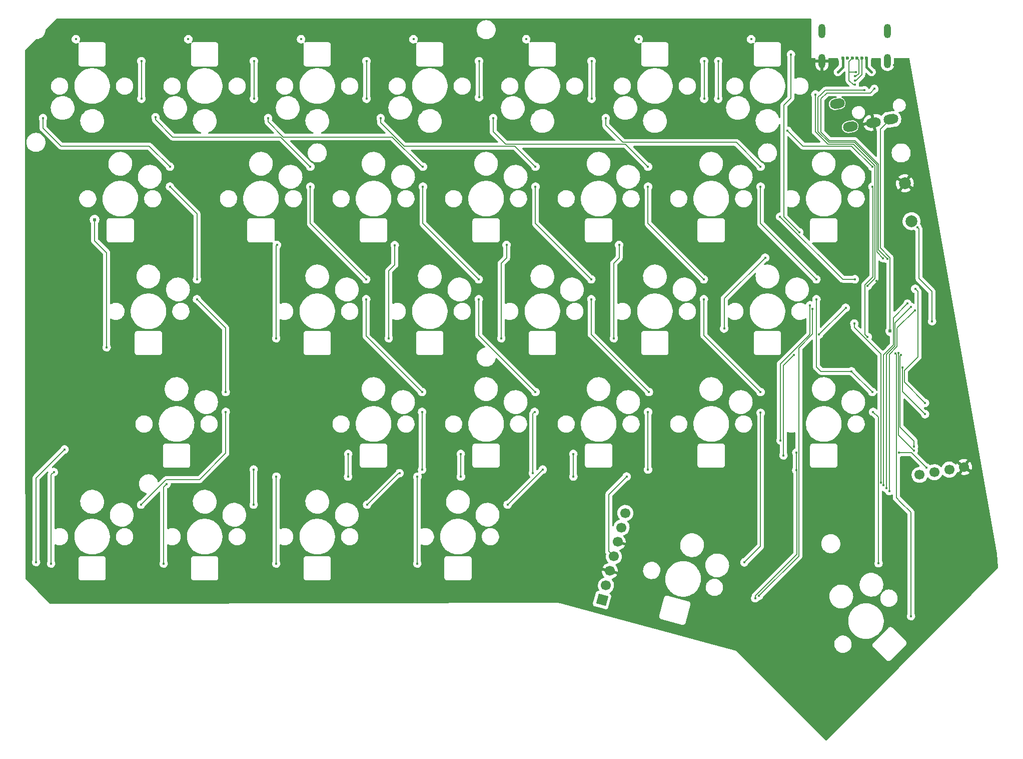
<source format=gbr>
G04 #@! TF.GenerationSoftware,KiCad,Pcbnew,(6.0.8)*
G04 #@! TF.CreationDate,2023-02-18T22:21:52+09:00*
G04 #@! TF.ProjectId,ma8ic_split_69_left,6d613869-635f-4737-906c-69745f36395f,0.1*
G04 #@! TF.SameCoordinates,Original*
G04 #@! TF.FileFunction,Copper,L1,Top*
G04 #@! TF.FilePolarity,Positive*
%FSLAX46Y46*%
G04 Gerber Fmt 4.6, Leading zero omitted, Abs format (unit mm)*
G04 Created by KiCad (PCBNEW (6.0.8)) date 2023-02-18 22:21:52*
%MOMM*%
%LPD*%
G01*
G04 APERTURE LIST*
G04 Aperture macros list*
%AMHorizOval*
0 Thick line with rounded ends*
0 $1 width*
0 $2 $3 position (X,Y) of the first rounded end (center of the circle)*
0 $4 $5 position (X,Y) of the second rounded end (center of the circle)*
0 Add line between two ends*
20,1,$1,$2,$3,$4,$5,0*
0 Add two circle primitives to create the rounded ends*
1,1,$1,$2,$3*
1,1,$1,$4,$5*%
%AMRotRect*
0 Rectangle, with rotation*
0 The origin of the aperture is its center*
0 $1 length*
0 $2 width*
0 $3 Rotation angle, in degrees counterclockwise*
0 Add horizontal line*
21,1,$1,$2,0,0,$3*%
G04 Aperture macros list end*
G04 #@! TA.AperFunction,ComponentPad*
%ADD10C,2.000000*%
G04 #@! TD*
G04 #@! TA.AperFunction,ComponentPad*
%ADD11C,1.700000*%
G04 #@! TD*
G04 #@! TA.AperFunction,ComponentPad*
%ADD12HorizOval,1.700000X-0.393923X-0.069459X0.393923X0.069459X0*%
G04 #@! TD*
G04 #@! TA.AperFunction,ComponentPad*
%ADD13C,0.600000*%
G04 #@! TD*
G04 #@! TA.AperFunction,ComponentPad*
%ADD14O,1.200000X2.400000*%
G04 #@! TD*
G04 #@! TA.AperFunction,ComponentPad*
%ADD15RotRect,1.700000X1.700000X345.000000*%
G04 #@! TD*
G04 #@! TA.AperFunction,ComponentPad*
%ADD16HorizOval,1.700000X0.000000X0.000000X0.000000X0.000000X0*%
G04 #@! TD*
G04 #@! TA.AperFunction,ViaPad*
%ADD17C,0.400000*%
G04 #@! TD*
G04 #@! TA.AperFunction,ViaPad*
%ADD18C,0.605000*%
G04 #@! TD*
G04 #@! TA.AperFunction,Conductor*
%ADD19C,0.152400*%
G04 #@! TD*
G04 #@! TA.AperFunction,Conductor*
%ADD20C,0.400000*%
G04 #@! TD*
G04 APERTURE END LIST*
D10*
G04 #@! TO.P,SW1,1,1*
G04 #@! TO.N,GND*
X197079659Y-58116694D03*
G04 #@! TO.P,SW1,2,2*
G04 #@! TO.N,Net-(R6-Pad2)*
X198208373Y-64517944D03*
G04 #@! TD*
D11*
G04 #@! TO.P,J3,1,Pin_1*
G04 #@! TO.N,SDA*
X199589789Y-107419117D03*
G04 #@! TO.P,J3,2,Pin_2*
G04 #@! TO.N,SCL*
X202091201Y-106978050D03*
G04 #@! TO.P,J3,3,Pin_3*
G04 #@! TO.N,VCC*
X204592613Y-106536984D03*
G04 #@! TO.P,J3,4,Pin_4*
G04 #@! TO.N,GND*
X207094025Y-106095917D03*
G04 #@! TD*
D12*
G04 #@! TO.P,J2,1*
G04 #@! TO.N,N/C*
X185628211Y-44654722D03*
G04 #@! TO.P,J2,2*
G04 #@! TO.N,DATA*
X194728400Y-47314905D03*
G04 #@! TO.P,J2,3*
G04 #@! TO.N,GND*
X191773976Y-47835850D03*
G04 #@! TO.P,J2,4*
G04 #@! TO.N,VCC*
X187834745Y-48530443D03*
G04 #@! TD*
D13*
G04 #@! TO.P,J1,B4,VBUS*
G04 #@! TO.N,VCC*
X190595000Y-36965732D03*
G04 #@! TO.P,J1,B5,CC2*
G04 #@! TO.N,Net-(J1-PadB5)*
X189795000Y-36965732D03*
G04 #@! TO.P,J1,B6,D+*
G04 #@! TO.N,Net-(J1-PadA6)*
X188995000Y-36965732D03*
G04 #@! TO.P,J1,B7,D-*
G04 #@! TO.N,Net-(J1-PadA7)*
X188195000Y-36965732D03*
G04 #@! TO.P,J1,B8,SBU2*
G04 #@! TO.N,unconnected-(J1-PadB8)*
X187395000Y-36965732D03*
G04 #@! TO.P,J1,B9,VBUS*
G04 #@! TO.N,VCC*
X186595000Y-36965732D03*
D14*
G04 #@! TO.P,J1,S1,SHIELD*
G04 #@! TO.N,GND*
X183045000Y-37415732D03*
G04 #@! TO.P,J1,S4*
G04 #@! TO.N,N/C*
X194145000Y-37415732D03*
G04 #@! TO.P,J1,S5*
X183045000Y-32365732D03*
G04 #@! TO.P,J1,S6*
X194145000Y-32365732D03*
G04 #@! TD*
D15*
G04 #@! TO.P,J4,1,Pin_1*
G04 #@! TO.N,MISO*
X145837183Y-128587500D03*
D16*
G04 #@! TO.P,J4,2,Pin_2*
G04 #@! TO.N,MOSI*
X146494583Y-126134048D03*
G04 #@! TO.P,J4,3,Pin_3*
G04 #@! TO.N,GND*
X147151984Y-123680597D03*
G04 #@! TO.P,J4,4,Pin_4*
G04 #@! TO.N,VCC*
X147809384Y-121227145D03*
G04 #@! TO.P,J4,5,Pin_5*
G04 #@! TO.N,GND*
X148466784Y-118773694D03*
G04 #@! TO.P,J4,6,Pin_6*
G04 #@! TO.N,NCS*
X149124185Y-116320242D03*
G04 #@! TO.P,J4,7,Pin_7*
G04 #@! TO.N,SCLK*
X149781585Y-113866790D03*
G04 #@! TD*
D17*
G04 #@! TO.N,GND*
X128587500Y-126206250D03*
X113030000Y-103886000D03*
X198596250Y-90011250D03*
X107156250Y-70485000D03*
X59531250Y-90487500D03*
X173831250Y-31908750D03*
X183356250Y-114300000D03*
X54768750Y-31908750D03*
X53578125Y-39052500D03*
X132080000Y-66040000D03*
X143351250Y-49530000D03*
X118824375Y-31908750D03*
X121205625Y-31908750D03*
X85725000Y-70485000D03*
X76200000Y-128587500D03*
X190261875Y-89058750D03*
X116443125Y-31908750D03*
X196929375Y-71913750D03*
X71437500Y-70246875D03*
X88106250Y-95250000D03*
X195262500Y-38100000D03*
X140493750Y-116681250D03*
D18*
X71120000Y-66040000D03*
D17*
X59531250Y-31908750D03*
X130968750Y-126206250D03*
X145256250Y-70485000D03*
X57150000Y-128587500D03*
X109537500Y-70485000D03*
X54768750Y-128587500D03*
X163830000Y-49291875D03*
X54768750Y-100012500D03*
X186690000Y-147637500D03*
X161448750Y-49291875D03*
X189785625Y-64293750D03*
X132080000Y-103886000D03*
X140493750Y-114300000D03*
X147637500Y-70485000D03*
X192244588Y-74610838D03*
X54768750Y-76200000D03*
X76200000Y-52387500D03*
X140716000Y-37084000D03*
X111918750Y-70485000D03*
X53578125Y-61912500D03*
X121666000Y-86614000D03*
X189785625Y-69056250D03*
X53578125Y-64293750D03*
X53578125Y-59531250D03*
X154781250Y-114300000D03*
X73818750Y-52387500D03*
X195738750Y-78105000D03*
X84074000Y-104140000D03*
X54768750Y-80962500D03*
X185261250Y-41195625D03*
X93980000Y-66040000D03*
X189309375Y-80248125D03*
X150018750Y-70485000D03*
X64293750Y-38814375D03*
X69056250Y-70246875D03*
X202168125Y-119062500D03*
X151130000Y-103886000D03*
X181927500Y-147637500D03*
X130968750Y-31908750D03*
X195262500Y-40481250D03*
X130968750Y-70485000D03*
X207150512Y-121421771D03*
X169068750Y-70723125D03*
X102870000Y-37084000D03*
X85725000Y-86915625D03*
X109775625Y-115014375D03*
X140493750Y-119062500D03*
X145732500Y-49530000D03*
X190500000Y-101679375D03*
X54768750Y-95250000D03*
X176212500Y-31908750D03*
X204787500Y-121443750D03*
X207150512Y-119040521D03*
X180975000Y-47625000D03*
X90487500Y-86915625D03*
X73818750Y-128587500D03*
X178816000Y-37592000D03*
X78581250Y-52387500D03*
X207150512Y-123803021D03*
X171450000Y-31908750D03*
X54768750Y-78581250D03*
X152400000Y-114300000D03*
X83343750Y-70485000D03*
X185737500Y-114300000D03*
X178308000Y-68326000D03*
X195262500Y-42862500D03*
X202168125Y-121443750D03*
X88106250Y-86915625D03*
X189785625Y-66675000D03*
X204787500Y-123825000D03*
X128587500Y-70485000D03*
X121920000Y-37084000D03*
X121443750Y-49530000D03*
X90487500Y-95250000D03*
X135731250Y-31908750D03*
X109775625Y-112633125D03*
X170180000Y-66040000D03*
X83820000Y-37084000D03*
X140970000Y-49530000D03*
X185023125Y-79295625D03*
X175260000Y-87630000D03*
X166687500Y-70723125D03*
X184308750Y-147637500D03*
X166211250Y-49291875D03*
X160020000Y-37084000D03*
X204787500Y-119062500D03*
X61912500Y-90487500D03*
X64293750Y-90487500D03*
X126206250Y-126206250D03*
X102616000Y-86614000D03*
X184070625Y-85963125D03*
X66675000Y-70246875D03*
X193595625Y-75961875D03*
X71437500Y-128587500D03*
X159766000Y-86868000D03*
X182626000Y-72390000D03*
X180975000Y-45243750D03*
X123825000Y-49530000D03*
X126206250Y-49530000D03*
X164306250Y-70723125D03*
X133350000Y-31908750D03*
X151130000Y-66040000D03*
X59531250Y-128587500D03*
X88106250Y-70485000D03*
X54768750Y-97631250D03*
X180975000Y-50006250D03*
X192881250Y-82153125D03*
X113030000Y-66040000D03*
X79248000Y-104140000D03*
X126206250Y-70485000D03*
X202168125Y-123825000D03*
X109775625Y-117395625D03*
X140716000Y-86614000D03*
X191452500Y-50958750D03*
X57150000Y-31908750D03*
X92868750Y-95250000D03*
X188118750Y-114300000D03*
G04 #@! TO.N,VCC*
X121920000Y-103886000D03*
X71628000Y-122428000D03*
X102870000Y-103886000D03*
X196093438Y-103671600D03*
X110744000Y-68580000D03*
X56775600Y-33750000D03*
X109728000Y-84328000D03*
X200739375Y-106203750D03*
X113912400Y-33750000D03*
X102847250Y-107718750D03*
X140981200Y-107707200D03*
X171062400Y-33750000D03*
X185737500Y-39290625D03*
X114554000Y-122428000D03*
X75800200Y-33750000D03*
X152025600Y-33750000D03*
X140970000Y-103886000D03*
X90678000Y-122428000D03*
X52578000Y-122428000D03*
X128778000Y-84328000D03*
X53038950Y-106945200D03*
X133001000Y-33750000D03*
X178704401Y-106651400D03*
X114576750Y-107718750D03*
X90678000Y-84328000D03*
X178704401Y-103632000D03*
X171750000Y-128291700D03*
X191452500Y-39290625D03*
X90700750Y-107718750D03*
X121942750Y-107718750D03*
X72136000Y-108966000D03*
X148718600Y-68550900D03*
X147828000Y-84328000D03*
X149988450Y-107707200D03*
X129668600Y-68550900D03*
X94887800Y-33750000D03*
X90803400Y-68550900D03*
G04 #@! TO.N,ROW0*
X190781250Y-75468750D03*
X181927500Y-43100625D03*
G04 #@! TO.N,Net-(D4-Pad2)*
X67865625Y-37442273D03*
X67865625Y-43815000D03*
G04 #@! TO.N,Net-(D5-Pad2)*
X86915625Y-43815000D03*
X86915625Y-37442273D03*
G04 #@! TO.N,Net-(D6-Pad2)*
X105965625Y-37442273D03*
X105965625Y-43815000D03*
G04 #@! TO.N,Net-(D7-Pad2)*
X125015625Y-37442273D03*
X125015625Y-43576875D03*
G04 #@! TO.N,Net-(D8-Pad2)*
X144065625Y-37442273D03*
X144065625Y-43815000D03*
G04 #@! TO.N,Net-(D9-Pad2)*
X163115625Y-37442273D03*
X163115625Y-43815000D03*
G04 #@! TO.N,Net-(D10-Pad2)*
X165496875Y-43815000D03*
X165496875Y-37442273D03*
G04 #@! TO.N,ROW1*
X175968750Y-63750000D03*
X188625000Y-74343750D03*
G04 #@! TO.N,ROW2*
X173437500Y-70687500D03*
X166500000Y-82687500D03*
G04 #@! TO.N,ROW3*
X181031250Y-78750000D03*
X176022000Y-101600000D03*
G04 #@! TO.N,ROW4*
X181459350Y-79332274D03*
X172391025Y-127890225D03*
G04 #@! TO.N,LED*
X198120000Y-131318000D03*
X195468750Y-86906250D03*
G04 #@! TO.N,Net-(D41-Pad2)*
X50038000Y-122174000D03*
X54864000Y-103124000D03*
G04 #@! TO.N,Net-(D47-Pad2)*
X176530000Y-104140000D03*
X178308000Y-87122000D03*
G04 #@! TO.N,Net-(D53-Pad2)*
X61976000Y-85852000D03*
D18*
X59944000Y-64262000D03*
D17*
G04 #@! TO.N,Net-(D60-Pad2)*
X179221088Y-66396912D03*
X177800000Y-36322000D03*
G04 #@! TO.N,Net-(J1-PadA6)*
X188595000Y-40005000D03*
G04 #@! TO.N,Net-(J1-PadA7)*
X188833125Y-39290625D03*
X188595000Y-41433750D03*
G04 #@! TO.N,Net-(J1-PadB5)*
X188595000Y-40719375D03*
G04 #@! TO.N,SCL*
X196398238Y-87174383D03*
X198629315Y-102664940D03*
G04 #@! TO.N,SDA*
X196005834Y-86779221D03*
X198596250Y-103346250D03*
G04 #@! TO.N,MISO*
X198750000Y-79593750D03*
X194441427Y-110171451D03*
G04 #@! TO.N,MOSI*
X198093750Y-79031250D03*
X193968750Y-109687500D03*
G04 #@! TO.N,NCS*
X193061700Y-108750000D03*
X188529587Y-81845413D03*
G04 #@! TO.N,SCLK*
X197531250Y-78468750D03*
X193435105Y-109156405D03*
G04 #@! TO.N,/MCU/D-*
X193406250Y-70781250D03*
X190261875Y-42386250D03*
G04 #@! TO.N,/MCU/D+*
X191928750Y-42148125D03*
X194102876Y-70872451D03*
G04 #@! TO.N,Net-(R5-Pad2)*
X200501250Y-95250000D03*
X198834375Y-75961875D03*
G04 #@! TO.N,Net-(R6-Pad2)*
X201691875Y-81438750D03*
X199186800Y-65532000D03*
G04 #@! TO.N,Net-(R8-Pad2)*
X200501250Y-97155000D03*
X196703038Y-89296875D03*
G04 #@! TO.N,COL0*
X67818000Y-112471200D03*
X77266800Y-77724000D03*
X187072513Y-79177487D03*
X182546100Y-83718750D03*
X82143600Y-93421200D03*
X72694800Y-58674000D03*
X77266800Y-74371200D03*
X51206400Y-47091600D03*
X72694800Y-55321200D03*
X82143600Y-96774000D03*
G04 #@! TO.N,COL1*
X96469200Y-58674000D03*
X105918000Y-74371200D03*
X86868000Y-106527600D03*
X115366800Y-93421200D03*
X115366800Y-96774000D03*
X86868000Y-112471200D03*
X70256400Y-46939200D03*
X115366800Y-106527600D03*
X105918000Y-77724000D03*
X96469200Y-55321200D03*
G04 #@! TO.N,COL2*
X124968000Y-74371200D03*
X134416800Y-96774000D03*
X89306400Y-47091600D03*
X115519200Y-55321200D03*
X124968000Y-77724000D03*
X134112000Y-107137200D03*
X115519200Y-58674000D03*
X134569200Y-93421200D03*
X111556800Y-107137200D03*
X106070400Y-112471200D03*
G04 #@! TO.N,COL3*
X153619200Y-96774000D03*
X108356400Y-47091600D03*
X153771600Y-93421200D03*
X144018000Y-77724000D03*
X134569200Y-58674000D03*
X134569200Y-55321200D03*
X135788400Y-106527600D03*
X153619200Y-106527600D03*
X144018000Y-74371200D03*
X129844800Y-112471200D03*
G04 #@! TO.N,COL4*
X169926000Y-122224800D03*
X153619200Y-55321200D03*
X163068000Y-74371200D03*
X153619200Y-58674000D03*
X127406400Y-47091600D03*
X172669200Y-93421200D03*
X163068000Y-77724000D03*
X172669200Y-96926400D03*
G04 #@! TO.N,COL5*
X182118000Y-74371200D03*
X172669200Y-55321200D03*
X146456400Y-47091600D03*
X182118000Y-77724000D03*
X188061600Y-89916000D03*
X191719200Y-96774000D03*
X172669200Y-58674000D03*
X191566800Y-93421200D03*
X192633600Y-122377200D03*
G04 #@! TO.N,COL6*
X190779587Y-84095413D03*
X191584900Y-58687500D03*
X177241200Y-49225200D03*
X191566800Y-55321200D03*
D18*
G04 #@! TO.N,DATA*
X194586700Y-83105625D03*
G04 #@! TD*
D19*
G04 #@! TO.N,GND*
X192244588Y-74610838D02*
X193595625Y-75961875D01*
G04 #@! TO.N,VCC*
X148718600Y-70737400D02*
X148718600Y-68550900D01*
X90678000Y-68676300D02*
X90803400Y-68550900D01*
X110744000Y-71882000D02*
X110744000Y-68580000D01*
X171750000Y-127900227D02*
X178827701Y-120822526D01*
X52578000Y-121666000D02*
X52578000Y-122428000D01*
X109728000Y-72898000D02*
X110236000Y-72390000D01*
X200739375Y-106203750D02*
X198207225Y-103671600D01*
X198207225Y-103671600D02*
X196093438Y-103671600D01*
X121920000Y-103886000D02*
X121920000Y-107696000D01*
X140970000Y-107696000D02*
X140981200Y-107707200D01*
X90678000Y-122428000D02*
X90678000Y-107741500D01*
X114554000Y-107741500D02*
X114576750Y-107718750D01*
X147828000Y-71628000D02*
X148718600Y-70737400D01*
X178827701Y-106774700D02*
X178704401Y-106651400D01*
X102870000Y-107696000D02*
X102847250Y-107718750D01*
X128778000Y-71628000D02*
X129668600Y-70737400D01*
D20*
X190595000Y-36965732D02*
X190595000Y-38433125D01*
D19*
X140970000Y-103886000D02*
X140970000Y-107696000D01*
X110236000Y-72390000D02*
X110744000Y-71882000D01*
X90678000Y-84328000D02*
X90678000Y-68676300D01*
D20*
X186595000Y-36965732D02*
X186595000Y-38433125D01*
D19*
X90678000Y-107741500D02*
X90700750Y-107718750D01*
X128778000Y-84328000D02*
X128778000Y-71628000D01*
D20*
X190595000Y-38433125D02*
X191452500Y-39290625D01*
D19*
X178827701Y-120822526D02*
X178827701Y-106774700D01*
X147828000Y-84328000D02*
X147828000Y-71628000D01*
X171750000Y-128291700D02*
X171750000Y-127900227D01*
X109728000Y-84328000D02*
X109728000Y-72898000D01*
D20*
X186595000Y-38433125D02*
X185737500Y-39290625D01*
D19*
X121920000Y-107696000D02*
X121942750Y-107718750D01*
X114554000Y-122428000D02*
X114554000Y-107741500D01*
X53038950Y-106945200D02*
X52578000Y-107406150D01*
X71628000Y-122428000D02*
X71628000Y-109474000D01*
X146959384Y-110736266D02*
X149988450Y-107707200D01*
X146959384Y-120377145D02*
X146959384Y-110736266D01*
X150000000Y-107695650D02*
X149988450Y-107707200D01*
X178704401Y-103632000D02*
X178704401Y-106651400D01*
X147809384Y-121227145D02*
X146959384Y-120377145D01*
X102870000Y-103886000D02*
X102870000Y-107696000D01*
X52578000Y-107406150D02*
X52578000Y-121666000D01*
X71628000Y-109474000D02*
X72136000Y-108966000D01*
X129668600Y-70737400D02*
X129668600Y-68550900D01*
G04 #@! TO.N,ROW0*
X184073700Y-51511200D02*
X188387823Y-51511200D01*
X192013000Y-55136377D02*
X192013000Y-74237000D01*
X184073700Y-51511200D02*
X181927500Y-49365000D01*
X188387823Y-51511200D02*
X192013000Y-55136377D01*
X181927500Y-49291875D02*
X181927500Y-43100625D01*
X181927500Y-49365000D02*
X181927500Y-49291875D01*
X192013000Y-74237000D02*
X190781250Y-75468750D01*
G04 #@! TO.N,Net-(D4-Pad2)*
X67865625Y-43815000D02*
X67865625Y-37442273D01*
G04 #@! TO.N,Net-(D5-Pad2)*
X86915625Y-43815000D02*
X86915625Y-37442273D01*
G04 #@! TO.N,Net-(D6-Pad2)*
X105965625Y-43815000D02*
X105965625Y-37442273D01*
G04 #@! TO.N,Net-(D7-Pad2)*
X125015625Y-43576875D02*
X125015625Y-37442273D01*
G04 #@! TO.N,Net-(D8-Pad2)*
X144065625Y-43815000D02*
X144065625Y-37442273D01*
G04 #@! TO.N,Net-(D9-Pad2)*
X163115625Y-43815000D02*
X163115625Y-37442273D01*
G04 #@! TO.N,Net-(D10-Pad2)*
X165496875Y-43815000D02*
X165496875Y-37442273D01*
G04 #@! TO.N,ROW1*
X186562500Y-74343750D02*
X175968750Y-63750000D01*
X188625000Y-74343750D02*
X186562500Y-74343750D01*
G04 #@! TO.N,ROW2*
X166500000Y-77625000D02*
X173437500Y-70687500D01*
X166500000Y-82687500D02*
X166500000Y-77625000D01*
G04 #@! TO.N,ROW3*
X181031250Y-83625000D02*
X181031250Y-78750000D01*
X180843750Y-83812500D02*
X176022000Y-88634250D01*
X176022000Y-98044000D02*
X176022000Y-101600000D01*
X180843750Y-83812500D02*
X181031250Y-83625000D01*
X176022000Y-88634250D02*
X176022000Y-98044000D01*
G04 #@! TO.N,ROW4*
X181459350Y-79332274D02*
X181459350Y-83627952D01*
X179132501Y-85954801D02*
X181459350Y-83627952D01*
X179132501Y-85954801D02*
X179132501Y-121148749D01*
X179132501Y-121148749D02*
X172391025Y-127890225D01*
G04 #@! TO.N,LED*
X195647238Y-87120938D02*
X195647238Y-111293838D01*
X195647238Y-111293838D02*
X196367400Y-112014000D01*
X195665338Y-87102838D02*
X195647238Y-87120938D01*
X196367400Y-112014000D02*
X198120000Y-113766600D01*
X198120000Y-113766600D02*
X198120000Y-131318000D01*
X195468750Y-86906250D02*
X195665338Y-87102838D01*
G04 #@! TO.N,Net-(D41-Pad2)*
X50038000Y-107950000D02*
X54864000Y-103124000D01*
X50038000Y-122174000D02*
X50038000Y-107950000D01*
G04 #@! TO.N,Net-(D47-Pad2)*
X176530000Y-88900000D02*
X178308000Y-87122000D01*
X176530000Y-104140000D02*
X176530000Y-88900000D01*
G04 #@! TO.N,Net-(D53-Pad2)*
X61976000Y-85852000D02*
X61976000Y-73914000D01*
X59944000Y-67818000D02*
X59944000Y-64262000D01*
X61976000Y-69850000D02*
X59944000Y-67818000D01*
X61976000Y-73914000D02*
X61976000Y-69850000D01*
G04 #@! TO.N,Net-(D60-Pad2)*
X176580099Y-44907901D02*
X177800000Y-43688000D01*
X176580099Y-63755923D02*
X176580099Y-44907901D01*
X177800000Y-43688000D02*
X177800000Y-36322000D01*
X179221088Y-66396912D02*
X176580099Y-63755923D01*
G04 #@! TO.N,Net-(J1-PadA6)*
X189309375Y-37280107D02*
X189309375Y-39528750D01*
X189309375Y-39528750D02*
X188833125Y-40005000D01*
X188833125Y-40005000D02*
X188595000Y-40005000D01*
X188995000Y-36965732D02*
X189309375Y-37280107D01*
G04 #@! TO.N,Net-(J1-PadA7)*
X188833125Y-39290625D02*
X187642500Y-39290625D01*
X187642500Y-40719375D02*
X188356875Y-41433750D01*
X187642500Y-38814375D02*
X187642500Y-39290625D01*
X187642500Y-39290625D02*
X187642500Y-40719375D01*
X187642500Y-37623750D02*
X187642500Y-38814375D01*
X187642500Y-37518232D02*
X187642500Y-37623750D01*
X188195000Y-36965732D02*
X187642500Y-37518232D01*
X188356875Y-41433750D02*
X188595000Y-41433750D01*
G04 #@! TO.N,Net-(J1-PadB5)*
X189795000Y-39757500D02*
X188833125Y-40719375D01*
X189795000Y-39757500D02*
X189795000Y-36965732D01*
X188833125Y-40719375D02*
X188595000Y-40719375D01*
G04 #@! TO.N,SCL*
X196398238Y-87174383D02*
X196274938Y-87297683D01*
X196274938Y-87297683D02*
X196274938Y-99327115D01*
X196274938Y-99327115D02*
X198629315Y-101681492D01*
X198629315Y-101681492D02*
X198629315Y-102664940D01*
G04 #@! TO.N,SDA*
X195970138Y-99653338D02*
X195970138Y-100720138D01*
X195970138Y-86814917D02*
X195970138Y-99653338D01*
X195970138Y-100720138D02*
X198596250Y-103346250D01*
X196005834Y-86779221D02*
X195970138Y-86814917D01*
G04 #@! TO.N,MISO*
X198750000Y-79593750D02*
X195726900Y-82616850D01*
X194441427Y-87034777D02*
X194441427Y-110171451D01*
X195726900Y-82616850D02*
X195726900Y-85749304D01*
X194441427Y-87034777D02*
X195726900Y-85749304D01*
G04 #@! TO.N,MOSI*
X195422100Y-81702900D02*
X195422100Y-85623052D01*
X193968750Y-87076402D02*
X195422100Y-85623052D01*
X198093750Y-79031250D02*
X195422100Y-81702900D01*
X193968750Y-87076402D02*
X193968750Y-109687500D01*
G04 #@! TO.N,NCS*
X188529587Y-81845413D02*
X188529587Y-82476436D01*
X193061700Y-87008549D02*
X193061700Y-108750000D01*
X188529587Y-82476436D02*
X193061700Y-87008549D01*
G04 #@! TO.N,SCLK*
X195117300Y-85496800D02*
X193490300Y-87123800D01*
X193490300Y-87123800D02*
X193490300Y-109101210D01*
X197531250Y-78468750D02*
X195117300Y-80882700D01*
X193490300Y-109101210D02*
X193435105Y-109156405D01*
X195117300Y-80882700D02*
X195117300Y-85496800D01*
G04 #@! TO.N,/MCU/D-*
X182880000Y-43100625D02*
X183594375Y-42386250D01*
X192317800Y-55010125D02*
X192317800Y-69692800D01*
X182403750Y-49410198D02*
X182403750Y-43576875D01*
X182403750Y-43576875D02*
X182880000Y-43100625D01*
X183594375Y-42386250D02*
X190261875Y-42386250D01*
X184199952Y-51206400D02*
X188514075Y-51206400D01*
X188514075Y-51206400D02*
X192317800Y-55010125D01*
X192317800Y-69692800D02*
X193406250Y-70781250D01*
X182403750Y-49410198D02*
X184199952Y-51206400D01*
G04 #@! TO.N,/MCU/D+*
X191244425Y-42832450D02*
X191928750Y-42148125D01*
X184326204Y-50901600D02*
X188640327Y-50901600D01*
X182880000Y-49455396D02*
X184326204Y-50901600D01*
X192622600Y-69392175D02*
X194102876Y-70872451D01*
X182880000Y-43815000D02*
X183862550Y-42832450D01*
X192622600Y-54883873D02*
X192622600Y-69392175D01*
X182880000Y-49455396D02*
X182880000Y-43815000D01*
X188640327Y-50901600D02*
X192622600Y-54883873D01*
X183862550Y-42832450D02*
X191244425Y-42832450D01*
G04 #@! TO.N,Net-(R5-Pad2)*
X198834375Y-75961875D02*
X199310625Y-76438125D01*
X199310625Y-76438125D02*
X199310625Y-81438750D01*
X197007838Y-89773125D02*
X197007838Y-90327838D01*
X199310625Y-87470338D02*
X197007838Y-89773125D01*
X197007838Y-91440000D02*
X197007838Y-91756588D01*
X197007838Y-90327838D02*
X197007838Y-91440000D01*
X197007838Y-91756588D02*
X200501250Y-95250000D01*
X199310625Y-81438750D02*
X199310625Y-87470338D01*
G04 #@! TO.N,Net-(R6-Pad2)*
X199186800Y-65532000D02*
X199491600Y-65836800D01*
X201691875Y-76438125D02*
X201691875Y-81438750D01*
X199491600Y-74237850D02*
X201691875Y-76438125D01*
X199491600Y-65836800D02*
X199491600Y-74237850D01*
G04 #@! TO.N,Net-(R8-Pad2)*
X196703038Y-91689913D02*
X196703038Y-93356788D01*
X196703038Y-89296875D02*
X196703038Y-91689913D01*
X196703038Y-93356788D02*
X200501250Y-97155000D01*
G04 #@! TO.N,COL0*
X51206400Y-48768000D02*
X51206400Y-47091600D01*
X77724000Y-108204000D02*
X82143600Y-103784400D01*
X67818000Y-112471200D02*
X72085200Y-108204000D01*
X187072513Y-79177487D02*
X182546100Y-83703900D01*
X72694800Y-58674000D02*
X77266800Y-63246000D01*
X77266800Y-63246000D02*
X77266800Y-74371200D01*
X72694800Y-55321200D02*
X69189600Y-51816000D01*
X54254400Y-51816000D02*
X69189600Y-51816000D01*
X54254400Y-51816000D02*
X51206400Y-48768000D01*
X182546100Y-83703900D02*
X182546100Y-83718750D01*
X82143600Y-103784400D02*
X82143600Y-96774000D01*
X82143600Y-82600800D02*
X77266800Y-77724000D01*
X72085200Y-108204000D02*
X77724000Y-108204000D01*
X82143600Y-93421200D02*
X82143600Y-82600800D01*
G04 #@! TO.N,COL1*
X105918000Y-83972400D02*
X105918000Y-77724000D01*
X86868000Y-112471200D02*
X86868000Y-106527600D01*
X115366800Y-106527600D02*
X115366800Y-96774000D01*
X70256400Y-47396400D02*
X73152000Y-50292000D01*
X96469200Y-64922400D02*
X96469200Y-58674000D01*
X115366800Y-93421200D02*
X105918000Y-83972400D01*
X96469200Y-55321200D02*
X91440000Y-50292000D01*
X105918000Y-74371200D02*
X96469200Y-64922400D01*
X73152000Y-50292000D02*
X91440000Y-50292000D01*
X70256400Y-47396400D02*
X70256400Y-46939200D01*
G04 #@! TO.N,COL2*
X134112000Y-107137200D02*
X134112000Y-97078800D01*
X115519200Y-55321200D02*
X115392948Y-55321200D01*
X115519200Y-64922400D02*
X115519200Y-58674000D01*
X134112000Y-97078800D02*
X134416800Y-96774000D01*
X91897200Y-50292000D02*
X89306400Y-47701200D01*
X106070400Y-112471200D02*
X111404400Y-107137200D01*
X115392948Y-55321200D02*
X110350674Y-50278926D01*
X91910274Y-50278926D02*
X91897200Y-50292000D01*
X124968000Y-83820000D02*
X124968000Y-77724000D01*
X89306400Y-47701200D02*
X89306400Y-47091600D01*
X111404400Y-107137200D02*
X111556800Y-107137200D01*
X124968000Y-74371200D02*
X115519200Y-64922400D01*
X110350674Y-50278926D02*
X91910274Y-50278926D01*
X134569200Y-93421200D02*
X124968000Y-83820000D01*
G04 #@! TO.N,COL3*
X153771600Y-93421200D02*
X144018000Y-83667600D01*
X112318800Y-51816000D02*
X108356400Y-47853600D01*
X112318800Y-51816000D02*
X131064000Y-51816000D01*
X153619200Y-106527600D02*
X153619200Y-96774000D01*
X144018000Y-83667600D02*
X144018000Y-77724000D01*
X108356400Y-47853600D02*
X108356400Y-47091600D01*
X134569200Y-64922400D02*
X134569200Y-58674000D01*
X144018000Y-74371200D02*
X134569200Y-64922400D01*
X134569200Y-55321200D02*
X131064000Y-51816000D01*
X129844800Y-112471200D02*
X135788400Y-106527600D01*
G04 #@! TO.N,COL4*
X163068000Y-83820000D02*
X163068000Y-77724000D01*
X172669200Y-93421200D02*
X163068000Y-83820000D01*
X153619200Y-55321200D02*
X149809200Y-51511200D01*
X129540000Y-51511200D02*
X127406400Y-49377600D01*
X153619200Y-64922400D02*
X153619200Y-58674000D01*
X169926000Y-122224800D02*
X172669200Y-119481600D01*
X127406400Y-49377600D02*
X127406400Y-47091600D01*
X163068000Y-74371200D02*
X153619200Y-64922400D01*
X149809200Y-51511200D02*
X129540000Y-51511200D01*
X172669200Y-119481600D02*
X172669200Y-96926400D01*
G04 #@! TO.N,COL5*
X146456400Y-48310800D02*
X146456400Y-47091600D01*
X192633600Y-97688400D02*
X191719200Y-96774000D01*
X172669200Y-55321200D02*
X168554400Y-51206400D01*
X191566800Y-93421200D02*
X188061600Y-89916000D01*
X182880000Y-89916000D02*
X188061600Y-89916000D01*
X149352000Y-51206400D02*
X146456400Y-48310800D01*
X182118000Y-89154000D02*
X182880000Y-89916000D01*
X192633600Y-122377200D02*
X192633600Y-97688400D01*
X182118000Y-89154000D02*
X182118000Y-77724000D01*
X172669200Y-64922400D02*
X172669200Y-58674000D01*
X182118000Y-74371200D02*
X172669200Y-64922400D01*
X168554400Y-51206400D02*
X149352000Y-51206400D01*
G04 #@! TO.N,COL6*
X188061600Y-51816000D02*
X191566800Y-55321200D01*
X191708200Y-73910777D02*
X190335050Y-75283927D01*
X191708200Y-58810800D02*
X191708200Y-73910777D01*
X191584900Y-58687500D02*
X191708200Y-58810800D01*
X177241200Y-49225200D02*
X179832000Y-51816000D01*
X179832000Y-51816000D02*
X188061600Y-51816000D01*
X190335050Y-75283927D02*
X190335050Y-83650876D01*
X190335050Y-83650876D02*
X190779587Y-84095413D01*
G04 #@! TO.N,DATA*
X194586700Y-70725252D02*
X194586700Y-83105625D01*
X194728400Y-47314905D02*
X194620095Y-47314905D01*
X194620095Y-47314905D02*
X192927400Y-49007600D01*
X192927400Y-69065952D02*
X194586700Y-70725252D01*
X192927400Y-49007600D02*
X192927400Y-69065952D01*
G04 #@! TD*
G04 #@! TA.AperFunction,Conductor*
G04 #@! TO.N,GND*
G36*
X138139813Y-30274191D02*
G01*
X181124000Y-30274230D01*
X181192121Y-30294232D01*
X181238614Y-30347888D01*
X181250000Y-30400230D01*
X181250000Y-36909375D01*
X181811000Y-36909375D01*
X181879121Y-36929377D01*
X181925614Y-36983033D01*
X181937000Y-37035375D01*
X181937000Y-37143617D01*
X181941475Y-37158856D01*
X181942865Y-37160061D01*
X181950548Y-37161732D01*
X184134885Y-37161732D01*
X184150124Y-37157257D01*
X184151329Y-37155867D01*
X184153000Y-37148184D01*
X184153000Y-37050232D01*
X184173002Y-36982111D01*
X184226658Y-36935618D01*
X184279000Y-36924232D01*
X185664258Y-36924232D01*
X185732379Y-36944234D01*
X185778872Y-36997890D01*
X185789656Y-37037934D01*
X185799163Y-37134892D01*
X185856418Y-37307005D01*
X185860065Y-37313028D01*
X185860066Y-37313029D01*
X185868276Y-37326585D01*
X185886500Y-37391856D01*
X185886500Y-38087465D01*
X185866498Y-38155586D01*
X185849595Y-38176560D01*
X185256980Y-38769175D01*
X185250715Y-38775029D01*
X185207115Y-38813064D01*
X185202748Y-38819278D01*
X185170372Y-38865344D01*
X185166439Y-38870639D01*
X185127024Y-38920907D01*
X185123901Y-38927823D01*
X185122517Y-38930109D01*
X185114143Y-38944790D01*
X185112878Y-38947150D01*
X185108510Y-38953364D01*
X185105750Y-38960443D01*
X185105749Y-38960445D01*
X185085298Y-39012900D01*
X185082747Y-39018969D01*
X185056455Y-39077198D01*
X185055071Y-39084665D01*
X185054270Y-39087220D01*
X185049641Y-39103473D01*
X185048978Y-39106053D01*
X185046218Y-39113134D01*
X185045227Y-39120665D01*
X185045226Y-39120667D01*
X185037879Y-39176477D01*
X185036848Y-39182984D01*
X185025204Y-39245811D01*
X185025641Y-39253389D01*
X185025475Y-39256024D01*
X185024854Y-39272970D01*
X185024826Y-39275620D01*
X185023835Y-39283151D01*
X185030846Y-39346654D01*
X185031397Y-39353219D01*
X185035076Y-39417010D01*
X185037309Y-39424270D01*
X185037779Y-39426881D01*
X185041216Y-39443479D01*
X185041819Y-39446052D01*
X185042653Y-39453600D01*
X185045263Y-39460731D01*
X185045263Y-39460733D01*
X185064609Y-39513600D01*
X185066713Y-39519850D01*
X185068761Y-39526508D01*
X185085499Y-39580914D01*
X185089399Y-39587431D01*
X185090474Y-39589845D01*
X185097786Y-39605174D01*
X185098974Y-39607507D01*
X185101585Y-39614640D01*
X185137226Y-39667678D01*
X185140745Y-39673224D01*
X185169662Y-39721541D01*
X185173563Y-39728059D01*
X185178905Y-39733457D01*
X185180515Y-39735533D01*
X185191250Y-39748649D01*
X185192992Y-39750667D01*
X185197230Y-39756974D01*
X185202846Y-39762084D01*
X185202849Y-39762087D01*
X185244485Y-39799973D01*
X185249236Y-39804529D01*
X185294184Y-39849950D01*
X185300656Y-39853916D01*
X185302735Y-39855564D01*
X185316243Y-39865706D01*
X185318444Y-39867271D01*
X185324065Y-39872385D01*
X185330739Y-39876008D01*
X185330745Y-39876013D01*
X185380217Y-39902873D01*
X185385905Y-39906157D01*
X185440398Y-39939550D01*
X185447630Y-39941858D01*
X185450034Y-39942959D01*
X185465596Y-39949597D01*
X185468091Y-39950585D01*
X185474768Y-39954210D01*
X185482114Y-39956137D01*
X185482116Y-39956138D01*
X185491974Y-39958724D01*
X185536593Y-39970430D01*
X185542890Y-39972259D01*
X185603765Y-39991687D01*
X185611341Y-39992203D01*
X185613970Y-39992705D01*
X185630679Y-39995441D01*
X185633294Y-39995799D01*
X185640639Y-39997726D01*
X185704533Y-39998729D01*
X185711117Y-39999005D01*
X185718087Y-39999480D01*
X185767276Y-40002834D01*
X185767280Y-40002834D01*
X185774852Y-40003350D01*
X185782326Y-40002045D01*
X185784989Y-40001906D01*
X185801837Y-40000580D01*
X185804505Y-40000300D01*
X185812102Y-40000419D01*
X185840343Y-39993951D01*
X185874375Y-39986157D01*
X185880841Y-39984853D01*
X185936302Y-39975174D01*
X185936304Y-39975173D01*
X185943784Y-39973868D01*
X185950737Y-39970816D01*
X185953274Y-39970050D01*
X185969364Y-39964728D01*
X185971858Y-39963830D01*
X185979259Y-39962135D01*
X185986038Y-39958725D01*
X185986042Y-39958724D01*
X186036335Y-39933429D01*
X186042303Y-39930621D01*
X186093848Y-39907994D01*
X186093849Y-39907994D01*
X186100805Y-39904940D01*
X186106834Y-39900313D01*
X186109133Y-39898954D01*
X186123479Y-39889954D01*
X186125671Y-39888497D01*
X186132458Y-39885084D01*
X186181060Y-39843574D01*
X186186156Y-39839448D01*
X186202183Y-39827150D01*
X186202185Y-39827149D01*
X186205459Y-39824636D01*
X186214979Y-39815116D01*
X186222243Y-39808400D01*
X186257079Y-39778648D01*
X186257082Y-39778644D01*
X186262855Y-39773714D01*
X186268623Y-39765688D01*
X186273406Y-39759031D01*
X186286633Y-39743462D01*
X186838738Y-39191358D01*
X186901050Y-39157333D01*
X186971866Y-39162398D01*
X187028701Y-39204945D01*
X187053512Y-39271465D01*
X187053833Y-39280454D01*
X187053833Y-39282437D01*
X187052755Y-39290625D01*
X187053833Y-39298813D01*
X187056722Y-39320758D01*
X187057800Y-39337204D01*
X187057800Y-40672797D01*
X187056722Y-40689244D01*
X187052755Y-40719375D01*
X187053833Y-40727563D01*
X187057800Y-40757694D01*
X187057800Y-40757696D01*
X187071001Y-40857964D01*
X187072850Y-40872012D01*
X187110029Y-40961769D01*
X187131766Y-41014248D01*
X187136795Y-41020801D01*
X187136795Y-41020802D01*
X187152391Y-41041128D01*
X187220460Y-41129838D01*
X187220465Y-41129843D01*
X187225487Y-41136388D01*
X187249606Y-41154895D01*
X187261998Y-41165763D01*
X187682689Y-41586455D01*
X187716714Y-41648767D01*
X187711649Y-41719583D01*
X187669102Y-41776418D01*
X187602582Y-41801229D01*
X187593593Y-41801550D01*
X183640961Y-41801550D01*
X183624514Y-41800472D01*
X183602563Y-41797582D01*
X183594375Y-41796504D01*
X183441738Y-41816600D01*
X183299502Y-41875516D01*
X183208027Y-41945707D01*
X183177362Y-41969237D01*
X183172339Y-41975783D01*
X183158858Y-41993352D01*
X183147991Y-42005743D01*
X182828408Y-42325327D01*
X182579875Y-42573860D01*
X182517562Y-42607885D01*
X182446747Y-42602821D01*
X182406962Y-42578843D01*
X182334821Y-42514568D01*
X182326825Y-42510334D01*
X182189981Y-42437879D01*
X182189982Y-42437879D01*
X182183269Y-42434325D01*
X182165696Y-42429911D01*
X182024322Y-42394400D01*
X182024318Y-42394400D01*
X182016951Y-42392549D01*
X182009352Y-42392509D01*
X182009350Y-42392509D01*
X181937894Y-42392135D01*
X181845469Y-42391651D01*
X181838089Y-42393423D01*
X181838087Y-42393423D01*
X181686102Y-42429911D01*
X181686098Y-42429912D01*
X181678723Y-42431683D01*
X181526339Y-42510334D01*
X181397115Y-42623064D01*
X181298510Y-42763364D01*
X181280615Y-42809262D01*
X181243069Y-42905563D01*
X181236218Y-42923134D01*
X181235226Y-42930667D01*
X181235226Y-42930668D01*
X181218551Y-43057330D01*
X181213835Y-43093151D01*
X181223048Y-43176596D01*
X181230787Y-43246694D01*
X181232653Y-43263600D01*
X181235262Y-43270731D01*
X181235263Y-43270733D01*
X181285100Y-43406918D01*
X181291585Y-43424640D01*
X181295820Y-43430943D01*
X181295823Y-43430948D01*
X181321382Y-43468984D01*
X181342800Y-43539259D01*
X181342800Y-49318422D01*
X181341722Y-49334869D01*
X181337755Y-49365000D01*
X181342800Y-49403319D01*
X181342800Y-49403321D01*
X181357850Y-49517637D01*
X181361009Y-49525264D01*
X181361010Y-49525267D01*
X181393797Y-49604421D01*
X181396749Y-49611548D01*
X181416766Y-49659873D01*
X181421793Y-49666424D01*
X181421794Y-49666426D01*
X181424840Y-49670395D01*
X181439255Y-49689181D01*
X181510487Y-49782013D01*
X181517037Y-49787039D01*
X181517041Y-49787043D01*
X181534609Y-49800523D01*
X181547001Y-49811391D01*
X182751815Y-51016205D01*
X182785841Y-51078517D01*
X182780776Y-51149332D01*
X182738229Y-51206168D01*
X182671709Y-51230979D01*
X182662720Y-51231300D01*
X180126381Y-51231300D01*
X180058260Y-51211298D01*
X180037286Y-51194395D01*
X177969802Y-49126912D01*
X177936534Y-49067871D01*
X177935215Y-49062498D01*
X177934302Y-49054958D01*
X177930888Y-49045921D01*
X177876371Y-48901647D01*
X177873687Y-48894544D01*
X177824680Y-48823238D01*
X177780859Y-48759478D01*
X177780858Y-48759476D01*
X177776557Y-48753219D01*
X177768817Y-48746323D01*
X177654193Y-48644196D01*
X177654190Y-48644194D01*
X177648521Y-48639143D01*
X177496969Y-48558900D01*
X177486443Y-48556256D01*
X177338022Y-48518975D01*
X177338018Y-48518975D01*
X177330651Y-48517124D01*
X177323051Y-48517084D01*
X177323050Y-48517084D01*
X177309926Y-48517015D01*
X177290139Y-48516912D01*
X177222125Y-48496554D01*
X177175913Y-48442656D01*
X177164799Y-48390914D01*
X177164799Y-45202281D01*
X177184801Y-45134160D01*
X177201704Y-45113186D01*
X178180507Y-44134384D01*
X178192899Y-44123516D01*
X178210463Y-44110039D01*
X178217013Y-44105013D01*
X178245663Y-44067676D01*
X178251276Y-44060361D01*
X178305705Y-43989427D01*
X178305707Y-43989423D01*
X178310734Y-43982872D01*
X178369650Y-43840637D01*
X178389746Y-43688000D01*
X178385778Y-43657862D01*
X178384700Y-43641415D01*
X178384700Y-43030281D01*
X178404702Y-42962160D01*
X178458358Y-42915667D01*
X178528632Y-42905563D01*
X178581703Y-42926192D01*
X178608417Y-42944415D01*
X178825956Y-43045394D01*
X179057068Y-43109486D01*
X179159632Y-43120447D01*
X179249522Y-43130054D01*
X179249530Y-43130054D01*
X179252857Y-43130410D01*
X179392103Y-43130410D01*
X179394676Y-43130198D01*
X179394687Y-43130198D01*
X179565176Y-43116181D01*
X179565182Y-43116180D01*
X179570327Y-43115757D01*
X179690308Y-43085620D01*
X179797925Y-43058589D01*
X179797929Y-43058588D01*
X179802936Y-43057330D01*
X179807666Y-43055274D01*
X179807673Y-43055271D01*
X180018141Y-42963757D01*
X180018144Y-42963755D01*
X180022878Y-42961697D01*
X180027212Y-42958893D01*
X180027216Y-42958891D01*
X180219904Y-42834235D01*
X180219907Y-42834233D01*
X180224247Y-42831425D01*
X180235342Y-42821330D01*
X180397813Y-42673492D01*
X180397814Y-42673490D01*
X180401635Y-42670014D01*
X180404834Y-42665963D01*
X180404838Y-42665959D01*
X180520411Y-42519618D01*
X180550279Y-42481798D01*
X180666187Y-42271832D01*
X180746245Y-42045755D01*
X180751035Y-42018866D01*
X180787398Y-41814726D01*
X180787399Y-41814720D01*
X180788304Y-41809637D01*
X180789888Y-41680025D01*
X180791171Y-41574991D01*
X180791171Y-41574989D01*
X180791234Y-41569821D01*
X180754957Y-41332747D01*
X180680446Y-41104781D01*
X180569703Y-40892046D01*
X180547161Y-40862022D01*
X180428807Y-40704390D01*
X180428805Y-40704387D01*
X180425702Y-40700255D01*
X180252310Y-40534558D01*
X180245601Y-40529981D01*
X180058462Y-40402324D01*
X180058463Y-40402324D01*
X180054183Y-40399405D01*
X179836644Y-40298426D01*
X179605532Y-40234334D01*
X179501821Y-40223250D01*
X179413078Y-40213766D01*
X179413070Y-40213766D01*
X179409743Y-40213410D01*
X179270497Y-40213410D01*
X179267924Y-40213622D01*
X179267913Y-40213622D01*
X179097424Y-40227639D01*
X179097418Y-40227640D01*
X179092273Y-40228063D01*
X178975969Y-40257276D01*
X178864675Y-40285231D01*
X178864671Y-40285232D01*
X178859664Y-40286490D01*
X178854934Y-40288546D01*
X178854927Y-40288549D01*
X178644459Y-40380063D01*
X178644456Y-40380065D01*
X178639722Y-40382123D01*
X178608496Y-40402324D01*
X178579140Y-40421315D01*
X178511079Y-40441522D01*
X178442899Y-40421726D01*
X178396245Y-40368210D01*
X178384700Y-40315523D01*
X178384700Y-38065564D01*
X181937000Y-38065564D01*
X181937285Y-38071540D01*
X181951471Y-38220226D01*
X181953730Y-38231960D01*
X182009872Y-38423331D01*
X182014302Y-38434407D01*
X182105619Y-38611710D01*
X182112069Y-38621756D01*
X182235262Y-38778589D01*
X182243499Y-38787238D01*
X182394123Y-38917944D01*
X182403847Y-38924879D01*
X182576467Y-39024742D01*
X182587331Y-39029716D01*
X182775727Y-39095139D01*
X182776716Y-39095380D01*
X182787008Y-39093912D01*
X182791000Y-39080347D01*
X182791000Y-39076134D01*
X183299000Y-39076134D01*
X183302973Y-39089665D01*
X183312399Y-39091020D01*
X183401537Y-39069538D01*
X183412832Y-39065649D01*
X183594382Y-38983103D01*
X183604724Y-38977156D01*
X183767397Y-38861764D01*
X183776425Y-38853971D01*
X183914342Y-38709901D01*
X183921738Y-38700536D01*
X184029921Y-38532991D01*
X184035417Y-38522387D01*
X184109961Y-38337420D01*
X184113355Y-38325962D01*
X184151857Y-38128804D01*
X184152934Y-38119941D01*
X184153000Y-38117232D01*
X184153000Y-37687847D01*
X184148525Y-37672608D01*
X184147135Y-37671403D01*
X184139452Y-37669732D01*
X183317115Y-37669732D01*
X183301876Y-37674207D01*
X183300671Y-37675597D01*
X183299000Y-37683280D01*
X183299000Y-39076134D01*
X182791000Y-39076134D01*
X182791000Y-37687847D01*
X182786525Y-37672608D01*
X182785135Y-37671403D01*
X182777452Y-37669732D01*
X181955115Y-37669732D01*
X181939876Y-37674207D01*
X181938671Y-37675597D01*
X181937000Y-37683280D01*
X181937000Y-38065564D01*
X178384700Y-38065564D01*
X178384700Y-36763079D01*
X178408378Y-36689553D01*
X178420989Y-36672002D01*
X178425424Y-36665830D01*
X178489385Y-36506720D01*
X178513547Y-36336947D01*
X178513704Y-36322000D01*
X178493102Y-36151758D01*
X178432487Y-35991344D01*
X178376017Y-35909180D01*
X178339659Y-35856278D01*
X178339658Y-35856276D01*
X178335357Y-35850019D01*
X178329686Y-35844966D01*
X178212993Y-35740996D01*
X178212990Y-35740994D01*
X178207321Y-35735943D01*
X178199325Y-35731709D01*
X178062481Y-35659254D01*
X178062482Y-35659254D01*
X178055769Y-35655700D01*
X178038196Y-35651286D01*
X177896822Y-35615775D01*
X177896818Y-35615775D01*
X177889451Y-35613924D01*
X177881852Y-35613884D01*
X177881850Y-35613884D01*
X177810394Y-35613510D01*
X177717969Y-35613026D01*
X177710589Y-35614798D01*
X177710587Y-35614798D01*
X177558602Y-35651286D01*
X177558598Y-35651287D01*
X177551223Y-35653058D01*
X177398839Y-35731709D01*
X177269615Y-35844439D01*
X177171010Y-35984739D01*
X177108718Y-36144509D01*
X177086335Y-36314526D01*
X177105153Y-36484975D01*
X177107762Y-36492106D01*
X177107763Y-36492108D01*
X177156579Y-36625503D01*
X177164085Y-36646015D01*
X177168320Y-36652318D01*
X177168323Y-36652323D01*
X177193882Y-36690359D01*
X177215300Y-36760634D01*
X177215300Y-43393619D01*
X177195298Y-43461740D01*
X177178395Y-43482714D01*
X176199596Y-44461514D01*
X176187205Y-44472381D01*
X176163086Y-44490888D01*
X176110794Y-44559037D01*
X176069365Y-44613028D01*
X176066765Y-44619306D01*
X176010449Y-44755264D01*
X176009371Y-44763449D01*
X176009371Y-44763451D01*
X176004894Y-44797460D01*
X175993942Y-44880645D01*
X175990354Y-44907901D01*
X175991432Y-44916089D01*
X175994321Y-44938034D01*
X175995399Y-44954480D01*
X175995399Y-46937145D01*
X175975397Y-47005266D01*
X175921741Y-47051759D01*
X175851467Y-47061863D01*
X175786887Y-47032369D01*
X175749566Y-46976081D01*
X175699458Y-46821864D01*
X175698097Y-46817675D01*
X175689939Y-46800947D01*
X175610362Y-46637793D01*
X175574960Y-46565208D01*
X175572505Y-46561569D01*
X175572502Y-46561563D01*
X175472638Y-46413509D01*
X175417885Y-46332334D01*
X175352336Y-46259534D01*
X175232866Y-46126850D01*
X175229929Y-46123588D01*
X175014750Y-45943031D01*
X174776536Y-45794179D01*
X174546819Y-45691902D01*
X174523939Y-45681715D01*
X174523937Y-45681714D01*
X174519925Y-45679928D01*
X174249910Y-45602503D01*
X174245560Y-45601892D01*
X174245557Y-45601891D01*
X174128279Y-45585409D01*
X173971748Y-45563410D01*
X173761154Y-45563410D01*
X173758968Y-45563563D01*
X173758964Y-45563563D01*
X173555473Y-45577792D01*
X173555468Y-45577793D01*
X173551088Y-45578099D01*
X173276330Y-45636501D01*
X173272201Y-45638004D01*
X173272197Y-45638005D01*
X173016519Y-45731064D01*
X173016515Y-45731066D01*
X173012374Y-45732573D01*
X172764358Y-45864446D01*
X172760799Y-45867032D01*
X172760797Y-45867033D01*
X172571185Y-46004794D01*
X172537108Y-46029552D01*
X172533944Y-46032608D01*
X172533941Y-46032610D01*
X172508439Y-46057237D01*
X172335048Y-46224679D01*
X172209499Y-46385375D01*
X172180371Y-46422658D01*
X172162112Y-46446028D01*
X172159916Y-46449832D01*
X172159911Y-46449839D01*
X172056879Y-46628296D01*
X172021664Y-46689291D01*
X171916438Y-46949734D01*
X171915373Y-46954007D01*
X171915372Y-46954009D01*
X171849685Y-47217466D01*
X171848483Y-47222286D01*
X171848024Y-47226654D01*
X171848023Y-47226659D01*
X171819581Y-47497274D01*
X171819122Y-47501643D01*
X171819275Y-47506031D01*
X171819275Y-47506037D01*
X171828158Y-47760398D01*
X171828925Y-47782368D01*
X171829687Y-47786691D01*
X171829688Y-47786698D01*
X171853464Y-47921534D01*
X171877702Y-48058997D01*
X171964503Y-48326145D01*
X171966431Y-48330098D01*
X171966433Y-48330103D01*
X171996093Y-48390914D01*
X172087640Y-48578612D01*
X172090095Y-48582251D01*
X172090098Y-48582257D01*
X172135916Y-48650184D01*
X172244715Y-48811486D01*
X172247660Y-48814757D01*
X172247661Y-48814758D01*
X172313866Y-48888286D01*
X172432671Y-49020232D01*
X172436033Y-49023053D01*
X172436034Y-49023054D01*
X172474056Y-49054958D01*
X172647850Y-49200789D01*
X172886064Y-49349641D01*
X173006631Y-49403321D01*
X173118479Y-49453119D01*
X173142675Y-49463892D01*
X173146903Y-49465104D01*
X173146902Y-49465104D01*
X173356717Y-49525267D01*
X173412690Y-49541317D01*
X173417040Y-49541928D01*
X173417043Y-49541929D01*
X173487999Y-49551901D01*
X173690852Y-49580410D01*
X173901446Y-49580410D01*
X173903632Y-49580257D01*
X173903636Y-49580257D01*
X174107127Y-49566028D01*
X174107132Y-49566027D01*
X174111512Y-49565721D01*
X174386270Y-49507319D01*
X174390399Y-49505816D01*
X174390403Y-49505815D01*
X174646081Y-49412756D01*
X174646085Y-49412754D01*
X174650226Y-49411247D01*
X174898242Y-49279374D01*
X174920991Y-49262846D01*
X175121929Y-49116857D01*
X175121932Y-49116854D01*
X175125492Y-49114268D01*
X175327552Y-48919141D01*
X175500488Y-48697792D01*
X175502684Y-48693988D01*
X175502689Y-48693981D01*
X175638735Y-48458341D01*
X175640936Y-48454529D01*
X175746162Y-48194086D01*
X175747228Y-48189810D01*
X175748585Y-48185634D01*
X175749598Y-48185963D01*
X175783027Y-48128899D01*
X175846336Y-48096766D01*
X175916967Y-48103961D01*
X175972495Y-48148200D01*
X175995399Y-48220637D01*
X175995399Y-62917108D01*
X175975397Y-62985229D01*
X175921741Y-63031722D01*
X175888323Y-63041034D01*
X175886719Y-63041026D01*
X175879339Y-63042798D01*
X175879337Y-63042798D01*
X175727352Y-63079286D01*
X175727348Y-63079287D01*
X175719973Y-63081058D01*
X175567589Y-63159709D01*
X175438365Y-63272439D01*
X175339760Y-63412739D01*
X175310342Y-63488191D01*
X175283935Y-63555923D01*
X175277468Y-63572509D01*
X175276476Y-63580042D01*
X175276476Y-63580043D01*
X175256694Y-63730305D01*
X175255085Y-63742526D01*
X175273903Y-63912975D01*
X175332835Y-64074015D01*
X175337072Y-64080321D01*
X175337074Y-64080324D01*
X175369601Y-64128729D01*
X175428480Y-64216349D01*
X175455615Y-64241040D01*
X175545618Y-64322936D01*
X175555315Y-64331760D01*
X175706018Y-64413585D01*
X175807811Y-64440290D01*
X175864931Y-64473071D01*
X186116113Y-74724253D01*
X186126980Y-74736644D01*
X186145487Y-74760763D01*
X186152037Y-74765789D01*
X186209783Y-74810098D01*
X186209784Y-74810099D01*
X186259709Y-74848408D01*
X186267627Y-74854484D01*
X186325877Y-74878612D01*
X186402233Y-74910240D01*
X186402236Y-74910241D01*
X186409863Y-74913400D01*
X186562500Y-74933495D01*
X186570688Y-74932417D01*
X186592633Y-74929528D01*
X186609079Y-74928450D01*
X188184980Y-74928450D01*
X188245102Y-74943719D01*
X188362268Y-75007335D01*
X188528139Y-75050851D01*
X188615586Y-75052224D01*
X188692003Y-75053425D01*
X188692006Y-75053425D01*
X188699602Y-75053544D01*
X188707006Y-75051848D01*
X188707008Y-75051848D01*
X188797327Y-75031162D01*
X188866759Y-75015260D01*
X189019958Y-74938209D01*
X189025729Y-74933280D01*
X189025732Y-74933278D01*
X189144578Y-74831773D01*
X189150355Y-74826839D01*
X189250424Y-74687580D01*
X189314385Y-74528470D01*
X189326877Y-74440699D01*
X189337966Y-74362781D01*
X189337966Y-74362777D01*
X189338547Y-74358697D01*
X189338704Y-74343750D01*
X189326879Y-74246038D01*
X189319015Y-74181049D01*
X189319014Y-74181046D01*
X189318102Y-74173508D01*
X189304119Y-74136501D01*
X189260171Y-74020197D01*
X189257487Y-74013094D01*
X189205727Y-73937783D01*
X189164659Y-73878028D01*
X189164658Y-73878026D01*
X189160357Y-73871769D01*
X189154686Y-73866716D01*
X189037993Y-73762746D01*
X189037990Y-73762744D01*
X189032321Y-73757693D01*
X189024325Y-73753459D01*
X188887481Y-73681004D01*
X188887482Y-73681004D01*
X188880769Y-73677450D01*
X188863196Y-73673036D01*
X188721822Y-73637525D01*
X188721818Y-73637525D01*
X188714451Y-73635674D01*
X188706852Y-73635634D01*
X188706850Y-73635634D01*
X188635394Y-73635260D01*
X188542969Y-73634776D01*
X188535589Y-73636548D01*
X188535587Y-73636548D01*
X188383602Y-73673036D01*
X188383598Y-73673037D01*
X188376223Y-73674808D01*
X188363343Y-73681456D01*
X188240197Y-73745016D01*
X188182407Y-73759050D01*
X186856880Y-73759050D01*
X186788759Y-73739048D01*
X186767785Y-73722145D01*
X181398691Y-68353051D01*
X181364665Y-68290739D01*
X181369730Y-68219924D01*
X181412277Y-68163088D01*
X181478797Y-68138277D01*
X181488553Y-68137958D01*
X181500334Y-68138030D01*
X181515008Y-68138119D01*
X181515793Y-68138152D01*
X181516890Y-68138323D01*
X181547881Y-68138323D01*
X181548651Y-68138325D01*
X181622289Y-68138775D01*
X181622290Y-68138775D01*
X181626225Y-68138799D01*
X181627569Y-68138415D01*
X181628914Y-68138323D01*
X185147881Y-68138323D01*
X185148652Y-68138325D01*
X185226225Y-68138799D01*
X185254656Y-68130673D01*
X185271419Y-68127095D01*
X185272257Y-68126975D01*
X185300691Y-68122903D01*
X185324068Y-68112274D01*
X185341591Y-68105827D01*
X185366275Y-68098772D01*
X185373869Y-68093980D01*
X185373872Y-68093979D01*
X185391284Y-68082993D01*
X185406369Y-68074853D01*
X185409699Y-68073339D01*
X185433286Y-68062615D01*
X185452739Y-68045853D01*
X185467743Y-68034750D01*
X185489462Y-68021047D01*
X185495401Y-68014322D01*
X185495405Y-68014319D01*
X185509036Y-67998885D01*
X185521228Y-67986841D01*
X185536831Y-67973396D01*
X185536833Y-67973393D01*
X185543631Y-67967536D01*
X185557598Y-67945988D01*
X185568889Y-67931114D01*
X185579935Y-67918606D01*
X185579936Y-67918605D01*
X185585882Y-67911872D01*
X185598447Y-67885110D01*
X185606767Y-67870132D01*
X185617975Y-67852840D01*
X185617977Y-67852835D01*
X185622856Y-67845308D01*
X185625426Y-67836715D01*
X185625428Y-67836710D01*
X185630215Y-67820703D01*
X185636876Y-67803259D01*
X185643971Y-67788147D01*
X185643972Y-67788145D01*
X185647785Y-67780023D01*
X185652334Y-67750806D01*
X185656117Y-67734091D01*
X185662019Y-67714357D01*
X185662020Y-67714351D01*
X185664590Y-67705757D01*
X185664800Y-67671317D01*
X185664833Y-67670534D01*
X185665004Y-67669437D01*
X185665004Y-67638446D01*
X185665006Y-67637676D01*
X185665456Y-67564038D01*
X185665456Y-67564037D01*
X185665480Y-67560102D01*
X185665096Y-67558758D01*
X185665004Y-67557413D01*
X185665004Y-64538446D01*
X185665006Y-64537676D01*
X185665304Y-64488925D01*
X185665480Y-64460102D01*
X185657354Y-64431670D01*
X185653776Y-64414908D01*
X185650856Y-64394521D01*
X185649584Y-64385636D01*
X185638955Y-64362259D01*
X185632508Y-64344736D01*
X185627920Y-64328685D01*
X185625453Y-64320052D01*
X185620660Y-64312455D01*
X185609674Y-64295043D01*
X185601534Y-64279958D01*
X185589296Y-64253041D01*
X185572534Y-64233588D01*
X185561431Y-64218584D01*
X185547728Y-64196865D01*
X185541003Y-64190926D01*
X185541000Y-64190922D01*
X185525566Y-64177291D01*
X185513522Y-64165099D01*
X185500077Y-64149496D01*
X185500074Y-64149494D01*
X185494217Y-64142696D01*
X185480513Y-64133813D01*
X185472669Y-64128729D01*
X185457795Y-64117438D01*
X185445287Y-64106392D01*
X185445286Y-64106391D01*
X185438553Y-64100445D01*
X185411791Y-64087880D01*
X185396813Y-64079560D01*
X185379521Y-64068352D01*
X185379516Y-64068350D01*
X185371989Y-64063471D01*
X185363396Y-64060901D01*
X185363391Y-64060899D01*
X185347384Y-64056112D01*
X185329940Y-64049451D01*
X185314828Y-64042356D01*
X185314826Y-64042355D01*
X185306704Y-64038542D01*
X185297837Y-64037161D01*
X185297836Y-64037161D01*
X185286982Y-64035471D01*
X185277487Y-64033993D01*
X185260772Y-64030210D01*
X185241038Y-64024308D01*
X185241032Y-64024307D01*
X185232438Y-64021737D01*
X185223467Y-64021682D01*
X185223466Y-64021682D01*
X185213407Y-64021621D01*
X185197998Y-64021527D01*
X185197215Y-64021494D01*
X185196118Y-64021323D01*
X185165127Y-64021323D01*
X185164357Y-64021321D01*
X185090719Y-64020871D01*
X185090718Y-64020871D01*
X185086783Y-64020847D01*
X185085439Y-64021231D01*
X185084094Y-64021323D01*
X181565127Y-64021323D01*
X181564357Y-64021321D01*
X181563541Y-64021316D01*
X181486783Y-64020847D01*
X181464422Y-64027238D01*
X181458351Y-64028973D01*
X181441589Y-64032551D01*
X181412317Y-64036743D01*
X181404149Y-64040457D01*
X181404148Y-64040457D01*
X181388942Y-64047371D01*
X181371418Y-64053819D01*
X181346733Y-64060874D01*
X181339139Y-64065666D01*
X181339136Y-64065667D01*
X181321724Y-64076653D01*
X181306641Y-64084792D01*
X181279722Y-64097031D01*
X181272920Y-64102892D01*
X181260269Y-64113793D01*
X181245265Y-64124896D01*
X181223546Y-64138599D01*
X181217607Y-64145324D01*
X181217603Y-64145327D01*
X181203972Y-64160761D01*
X181191780Y-64172805D01*
X181176177Y-64186250D01*
X181176175Y-64186253D01*
X181169377Y-64192110D01*
X181164497Y-64199639D01*
X181164496Y-64199640D01*
X181155410Y-64213658D01*
X181144119Y-64228532D01*
X181133073Y-64241040D01*
X181127126Y-64247774D01*
X181122296Y-64258062D01*
X181114562Y-64274534D01*
X181106241Y-64289514D01*
X181095033Y-64306806D01*
X181095031Y-64306811D01*
X181090152Y-64314338D01*
X181087582Y-64322931D01*
X181087580Y-64322936D01*
X181082793Y-64338943D01*
X181076132Y-64356387D01*
X181069037Y-64371499D01*
X181065223Y-64379623D01*
X181063842Y-64388490D01*
X181063842Y-64388491D01*
X181060674Y-64408838D01*
X181056891Y-64425555D01*
X181050989Y-64445289D01*
X181050988Y-64445295D01*
X181048418Y-64453889D01*
X181048363Y-64462860D01*
X181048363Y-64462861D01*
X181048208Y-64488320D01*
X181048175Y-64489112D01*
X181048004Y-64490209D01*
X181048004Y-64521200D01*
X181048002Y-64521970D01*
X181047528Y-64599544D01*
X181047912Y-64600888D01*
X181048004Y-64602233D01*
X181048004Y-67621200D01*
X181048002Y-67621969D01*
X181047701Y-67671326D01*
X181047535Y-67698476D01*
X181027117Y-67766473D01*
X180973179Y-67812638D01*
X180902844Y-67822313D01*
X180838445Y-67792426D01*
X180832442Y-67786802D01*
X179888130Y-66842490D01*
X179854104Y-66780178D01*
X179860318Y-66706399D01*
X179907640Y-66588683D01*
X179907643Y-66588672D01*
X179910473Y-66581632D01*
X179934635Y-66411859D01*
X179934792Y-66396912D01*
X179914190Y-66226670D01*
X179853575Y-66066256D01*
X179829419Y-66031109D01*
X179760747Y-65931190D01*
X179760746Y-65931188D01*
X179756445Y-65924931D01*
X179709807Y-65883378D01*
X179634081Y-65815908D01*
X179634078Y-65815906D01*
X179628409Y-65810855D01*
X179476857Y-65730612D01*
X179383526Y-65707169D01*
X179325127Y-65674060D01*
X178279087Y-64628020D01*
X177201704Y-63550638D01*
X177167679Y-63488326D01*
X177164799Y-63461543D01*
X177164799Y-62206382D01*
X177184801Y-62138261D01*
X177238457Y-62091768D01*
X177308731Y-62081664D01*
X177343854Y-62092098D01*
X177350956Y-62095394D01*
X177582068Y-62159486D01*
X177684632Y-62170447D01*
X177774522Y-62180054D01*
X177774530Y-62180054D01*
X177777857Y-62180410D01*
X177917103Y-62180410D01*
X177919676Y-62180198D01*
X177919687Y-62180198D01*
X178090176Y-62166181D01*
X178090182Y-62166180D01*
X178095327Y-62165757D01*
X178211631Y-62136544D01*
X178322925Y-62108589D01*
X178322929Y-62108588D01*
X178327936Y-62107330D01*
X178332666Y-62105274D01*
X178332673Y-62105271D01*
X178543141Y-62013757D01*
X178543144Y-62013755D01*
X178547878Y-62011697D01*
X178552212Y-62008893D01*
X178552216Y-62008891D01*
X178744904Y-61884235D01*
X178744907Y-61884233D01*
X178749247Y-61881425D01*
X178770401Y-61862177D01*
X178922813Y-61723492D01*
X178922814Y-61723490D01*
X178926635Y-61720014D01*
X178929834Y-61715963D01*
X178929838Y-61715959D01*
X179072074Y-61535856D01*
X179075279Y-61531798D01*
X179191187Y-61321832D01*
X179271245Y-61095755D01*
X179272153Y-61090659D01*
X179312398Y-60864726D01*
X179312399Y-60864720D01*
X179313304Y-60859637D01*
X179313445Y-60848106D01*
X180345344Y-60848106D01*
X180345705Y-60851720D01*
X180345705Y-60851726D01*
X180366091Y-61055961D01*
X180379803Y-61193341D01*
X180453714Y-61532327D01*
X180454887Y-61535754D01*
X180454889Y-61535760D01*
X180519164Y-61723492D01*
X180566097Y-61860571D01*
X180715463Y-62173722D01*
X180899832Y-62467631D01*
X180902104Y-62470467D01*
X180902109Y-62470474D01*
X180958552Y-62540926D01*
X181116759Y-62738401D01*
X181239285Y-62859651D01*
X181340391Y-62959703D01*
X181363371Y-62982444D01*
X181366229Y-62984685D01*
X181623326Y-63186274D01*
X181636398Y-63196524D01*
X181932221Y-63377805D01*
X181935506Y-63379330D01*
X181935510Y-63379332D01*
X182124755Y-63467176D01*
X182246920Y-63523883D01*
X182351226Y-63558379D01*
X182572878Y-63631684D01*
X182572883Y-63631685D01*
X182576323Y-63632823D01*
X182579878Y-63633559D01*
X182579881Y-63633560D01*
X182912514Y-63702445D01*
X182912517Y-63702445D01*
X182916064Y-63703180D01*
X183054521Y-63715537D01*
X183218376Y-63730161D01*
X183218382Y-63730161D01*
X183221169Y-63730410D01*
X183444732Y-63730410D01*
X183446551Y-63730305D01*
X183446555Y-63730305D01*
X183699054Y-63715746D01*
X183699059Y-63715745D01*
X183702674Y-63715537D01*
X183777688Y-63702445D01*
X184040885Y-63656510D01*
X184040892Y-63656508D01*
X184044458Y-63655886D01*
X184047933Y-63654857D01*
X184047940Y-63654855D01*
X184181849Y-63615189D01*
X184377120Y-63557347D01*
X184380459Y-63555923D01*
X184692914Y-63422650D01*
X184692917Y-63422648D01*
X184696252Y-63421226D01*
X184699399Y-63419431D01*
X184699403Y-63419429D01*
X184994484Y-63251118D01*
X184997624Y-63249327D01*
X185002154Y-63246000D01*
X185119624Y-63159709D01*
X185277240Y-63043928D01*
X185319370Y-63004779D01*
X185528741Y-62810219D01*
X185531396Y-62807752D01*
X185756722Y-62543929D01*
X185950231Y-62255957D01*
X186026294Y-62108589D01*
X186107698Y-61950871D01*
X186109360Y-61947651D01*
X186231998Y-61623099D01*
X186316520Y-61286602D01*
X186341646Y-61095755D01*
X186361332Y-60946225D01*
X186361333Y-60946217D01*
X186361806Y-60942621D01*
X186363670Y-60823999D01*
X187396366Y-60823999D01*
X187432643Y-61061073D01*
X187507154Y-61289039D01*
X187617897Y-61501774D01*
X187621000Y-61505907D01*
X187621002Y-61505910D01*
X187711543Y-61626499D01*
X187761898Y-61693565D01*
X187935290Y-61859262D01*
X187939562Y-61862176D01*
X187939563Y-61862177D01*
X188069584Y-61950871D01*
X188133417Y-61994415D01*
X188265370Y-62055666D01*
X188343145Y-62091768D01*
X188350956Y-62095394D01*
X188582068Y-62159486D01*
X188684632Y-62170447D01*
X188774522Y-62180054D01*
X188774530Y-62180054D01*
X188777857Y-62180410D01*
X188917103Y-62180410D01*
X188919676Y-62180198D01*
X188919687Y-62180198D01*
X189090176Y-62166181D01*
X189090182Y-62166180D01*
X189095327Y-62165757D01*
X189211631Y-62136544D01*
X189322925Y-62108589D01*
X189322929Y-62108588D01*
X189327936Y-62107330D01*
X189332666Y-62105274D01*
X189332673Y-62105271D01*
X189543141Y-62013757D01*
X189543144Y-62013755D01*
X189547878Y-62011697D01*
X189552212Y-62008893D01*
X189552216Y-62008891D01*
X189744904Y-61884235D01*
X189744907Y-61884233D01*
X189749247Y-61881425D01*
X189770401Y-61862177D01*
X189922813Y-61723492D01*
X189922814Y-61723490D01*
X189926635Y-61720014D01*
X189929834Y-61715963D01*
X189929838Y-61715959D01*
X190072074Y-61535856D01*
X190075279Y-61531798D01*
X190191187Y-61321832D01*
X190271245Y-61095755D01*
X190272153Y-61090659D01*
X190312398Y-60864726D01*
X190312399Y-60864720D01*
X190313304Y-60859637D01*
X190316234Y-60619821D01*
X190279957Y-60382747D01*
X190205446Y-60154781D01*
X190094703Y-59942046D01*
X190072161Y-59912022D01*
X189953807Y-59754390D01*
X189953805Y-59754387D01*
X189950702Y-59750255D01*
X189877877Y-59680662D01*
X189781047Y-59588129D01*
X189781046Y-59588128D01*
X189777310Y-59584558D01*
X189770601Y-59579981D01*
X189604069Y-59466381D01*
X189579183Y-59449405D01*
X189361644Y-59348426D01*
X189130532Y-59284334D01*
X189026303Y-59273195D01*
X188938078Y-59263766D01*
X188938070Y-59263766D01*
X188934743Y-59263410D01*
X188795497Y-59263410D01*
X188792924Y-59263622D01*
X188792913Y-59263622D01*
X188622424Y-59277639D01*
X188622418Y-59277640D01*
X188617273Y-59278063D01*
X188500969Y-59307276D01*
X188389675Y-59335231D01*
X188389671Y-59335232D01*
X188384664Y-59336490D01*
X188379934Y-59338546D01*
X188379927Y-59338549D01*
X188169459Y-59430063D01*
X188169456Y-59430065D01*
X188164722Y-59432123D01*
X188160388Y-59434927D01*
X188160384Y-59434929D01*
X187967696Y-59559585D01*
X187967693Y-59559587D01*
X187963353Y-59562395D01*
X187959530Y-59565874D01*
X187959527Y-59565876D01*
X187890189Y-59628969D01*
X187785965Y-59723806D01*
X187782766Y-59727857D01*
X187782762Y-59727861D01*
X187761811Y-59754390D01*
X187637321Y-59912022D01*
X187521413Y-60121988D01*
X187441355Y-60348065D01*
X187440448Y-60353158D01*
X187440447Y-60353161D01*
X187413430Y-60504837D01*
X187399296Y-60584183D01*
X187396366Y-60823999D01*
X186363670Y-60823999D01*
X186367256Y-60595714D01*
X186366621Y-60589347D01*
X186333157Y-60254087D01*
X186332797Y-60250479D01*
X186258886Y-59911493D01*
X186194627Y-59723806D01*
X186147676Y-59586675D01*
X186146503Y-59583249D01*
X185997137Y-59270098D01*
X185812768Y-58976189D01*
X185810496Y-58973353D01*
X185810491Y-58973346D01*
X185598113Y-58708255D01*
X185595841Y-58705419D01*
X185392057Y-58503758D01*
X185351807Y-58463927D01*
X185351806Y-58463926D01*
X185349229Y-58461376D01*
X185231597Y-58369141D01*
X185079059Y-58249536D01*
X185079057Y-58249535D01*
X185076202Y-58247296D01*
X185025382Y-58216153D01*
X184919481Y-58151257D01*
X184780379Y-58066015D01*
X184777094Y-58064490D01*
X184777090Y-58064488D01*
X184468963Y-57921461D01*
X184465680Y-57919937D01*
X184295412Y-57863626D01*
X184139722Y-57812136D01*
X184139717Y-57812135D01*
X184136277Y-57810997D01*
X184132722Y-57810261D01*
X184132719Y-57810260D01*
X183800086Y-57741375D01*
X183800083Y-57741375D01*
X183796536Y-57740640D01*
X183642247Y-57726870D01*
X183494224Y-57713659D01*
X183494218Y-57713659D01*
X183491431Y-57713410D01*
X183267868Y-57713410D01*
X183266049Y-57713515D01*
X183266045Y-57713515D01*
X183013546Y-57728074D01*
X183013541Y-57728075D01*
X183009926Y-57728283D01*
X182940969Y-57740318D01*
X182671715Y-57787310D01*
X182671708Y-57787312D01*
X182668142Y-57787934D01*
X182664667Y-57788963D01*
X182664660Y-57788965D01*
X182586437Y-57812136D01*
X182335480Y-57886473D01*
X182332144Y-57887896D01*
X182332141Y-57887897D01*
X182019686Y-58021170D01*
X182019683Y-58021172D01*
X182016348Y-58022594D01*
X182013201Y-58024389D01*
X182013197Y-58024391D01*
X181876787Y-58102198D01*
X181714976Y-58194493D01*
X181712064Y-58196632D01*
X181712061Y-58196634D01*
X181645673Y-58245401D01*
X181435360Y-58399892D01*
X181181204Y-58636068D01*
X180955878Y-58899891D01*
X180953861Y-58902893D01*
X180953860Y-58902894D01*
X180946470Y-58913892D01*
X180762369Y-59187863D01*
X180760708Y-59191080D01*
X180760708Y-59191081D01*
X180684594Y-59338549D01*
X180603240Y-59496169D01*
X180480602Y-59820721D01*
X180396080Y-60157218D01*
X180395607Y-60160811D01*
X180365716Y-60387859D01*
X180350794Y-60501199D01*
X180345344Y-60848106D01*
X179313445Y-60848106D01*
X179316234Y-60619821D01*
X179279957Y-60382747D01*
X179205446Y-60154781D01*
X179094703Y-59942046D01*
X179072161Y-59912022D01*
X178953807Y-59754390D01*
X178953805Y-59754387D01*
X178950702Y-59750255D01*
X178877877Y-59680662D01*
X178781047Y-59588129D01*
X178781046Y-59588128D01*
X178777310Y-59584558D01*
X178770601Y-59579981D01*
X178604069Y-59466381D01*
X178579183Y-59449405D01*
X178361644Y-59348426D01*
X178130532Y-59284334D01*
X178026303Y-59273195D01*
X177938078Y-59263766D01*
X177938070Y-59263766D01*
X177934743Y-59263410D01*
X177795497Y-59263410D01*
X177792924Y-59263622D01*
X177792913Y-59263622D01*
X177622424Y-59277639D01*
X177622418Y-59277640D01*
X177617273Y-59278063D01*
X177500969Y-59307276D01*
X177389675Y-59335231D01*
X177389671Y-59335232D01*
X177384664Y-59336490D01*
X177379931Y-59338548D01*
X177379922Y-59338551D01*
X177341042Y-59355457D01*
X177270595Y-59364278D01*
X177206563Y-59333611D01*
X177169275Y-59273195D01*
X177164799Y-59239908D01*
X177164799Y-56951643D01*
X186344122Y-56951643D01*
X186344275Y-56956031D01*
X186344275Y-56956037D01*
X186348019Y-57063232D01*
X186353925Y-57232368D01*
X186354687Y-57236691D01*
X186354688Y-57236698D01*
X186378464Y-57371534D01*
X186402702Y-57508997D01*
X186489503Y-57776145D01*
X186491431Y-57780098D01*
X186491433Y-57780103D01*
X186507057Y-57812136D01*
X186612640Y-58028612D01*
X186615095Y-58032251D01*
X186615098Y-58032257D01*
X186675377Y-58121624D01*
X186769715Y-58261486D01*
X186772660Y-58264757D01*
X186772661Y-58264758D01*
X186849629Y-58350239D01*
X186957671Y-58470232D01*
X186961033Y-58473053D01*
X186961034Y-58473054D01*
X186980549Y-58489429D01*
X187172850Y-58650789D01*
X187411064Y-58799641D01*
X187667675Y-58913892D01*
X187937690Y-58991317D01*
X187942040Y-58991928D01*
X187942043Y-58991929D01*
X188030233Y-59004323D01*
X188215852Y-59030410D01*
X188426446Y-59030410D01*
X188428632Y-59030257D01*
X188428636Y-59030257D01*
X188632127Y-59016028D01*
X188632132Y-59016027D01*
X188636512Y-59015721D01*
X188911270Y-58957319D01*
X188915399Y-58955816D01*
X188915403Y-58955815D01*
X189171081Y-58862756D01*
X189171085Y-58862754D01*
X189175226Y-58861247D01*
X189423242Y-58729374D01*
X189452310Y-58708255D01*
X189646929Y-58566857D01*
X189646932Y-58566854D01*
X189650492Y-58564268D01*
X189670206Y-58545231D01*
X189759360Y-58459135D01*
X189852552Y-58369141D01*
X190025488Y-58147792D01*
X190027684Y-58143988D01*
X190027689Y-58143981D01*
X190163735Y-57908341D01*
X190165936Y-57904529D01*
X190271162Y-57644086D01*
X190304844Y-57508997D01*
X190338053Y-57375803D01*
X190338054Y-57375798D01*
X190339117Y-57371534D01*
X190368478Y-57092177D01*
X190368325Y-57087783D01*
X190358829Y-56815849D01*
X190358828Y-56815843D01*
X190358675Y-56811452D01*
X190351629Y-56771489D01*
X190325589Y-56623809D01*
X190309898Y-56534823D01*
X190223097Y-56267675D01*
X190099960Y-56015208D01*
X190097505Y-56011569D01*
X190097502Y-56011563D01*
X189976558Y-55832257D01*
X189942885Y-55782334D01*
X189754929Y-55573588D01*
X189539750Y-55393031D01*
X189301536Y-55244179D01*
X189044925Y-55129928D01*
X188774910Y-55052503D01*
X188770560Y-55051892D01*
X188770557Y-55051891D01*
X188662451Y-55036698D01*
X188496748Y-55013410D01*
X188286154Y-55013410D01*
X188283968Y-55013563D01*
X188283964Y-55013563D01*
X188080473Y-55027792D01*
X188080468Y-55027793D01*
X188076088Y-55028099D01*
X187801330Y-55086501D01*
X187797201Y-55088004D01*
X187797197Y-55088005D01*
X187541519Y-55181064D01*
X187541515Y-55181066D01*
X187537374Y-55182573D01*
X187289358Y-55314446D01*
X187285799Y-55317032D01*
X187285797Y-55317033D01*
X187144613Y-55419609D01*
X187062108Y-55479552D01*
X187058944Y-55482608D01*
X187058941Y-55482610D01*
X187049933Y-55491309D01*
X186860048Y-55674679D01*
X186687112Y-55896028D01*
X186684916Y-55899832D01*
X186684911Y-55899839D01*
X186610143Y-56029342D01*
X186546664Y-56139291D01*
X186441438Y-56399734D01*
X186440373Y-56404007D01*
X186440372Y-56404009D01*
X186385570Y-56623809D01*
X186373483Y-56672286D01*
X186373024Y-56676654D01*
X186373023Y-56676659D01*
X186358394Y-56815849D01*
X186344122Y-56951643D01*
X177164799Y-56951643D01*
X177164799Y-54751643D01*
X181344122Y-54751643D01*
X181344275Y-54756031D01*
X181344275Y-54756037D01*
X181352713Y-54997647D01*
X181353925Y-55032368D01*
X181354687Y-55036691D01*
X181354688Y-55036698D01*
X181378464Y-55171534D01*
X181402702Y-55308997D01*
X181489503Y-55576145D01*
X181491431Y-55580098D01*
X181491433Y-55580103D01*
X181526268Y-55651524D01*
X181612640Y-55828612D01*
X181615095Y-55832251D01*
X181615098Y-55832257D01*
X181668028Y-55910728D01*
X181769715Y-56061486D01*
X181957671Y-56270232D01*
X182172850Y-56450789D01*
X182411064Y-56599641D01*
X182667675Y-56713892D01*
X182937690Y-56791317D01*
X182942040Y-56791928D01*
X182942043Y-56791929D01*
X183044990Y-56806397D01*
X183215852Y-56830410D01*
X183426446Y-56830410D01*
X183428632Y-56830257D01*
X183428636Y-56830257D01*
X183632127Y-56816028D01*
X183632132Y-56816027D01*
X183636512Y-56815721D01*
X183911270Y-56757319D01*
X183915399Y-56755816D01*
X183915403Y-56755815D01*
X184171081Y-56662756D01*
X184171085Y-56662754D01*
X184175226Y-56661247D01*
X184423242Y-56529374D01*
X184528196Y-56453121D01*
X184646929Y-56366857D01*
X184646932Y-56366854D01*
X184650492Y-56364268D01*
X184852552Y-56169141D01*
X185025488Y-55947792D01*
X185027684Y-55943988D01*
X185027689Y-55943981D01*
X185163735Y-55708341D01*
X185165936Y-55704529D01*
X185271162Y-55444086D01*
X185277265Y-55419609D01*
X185338053Y-55175803D01*
X185338054Y-55175798D01*
X185339117Y-55171534D01*
X185342027Y-55143854D01*
X185368019Y-54896546D01*
X185368019Y-54896543D01*
X185368478Y-54892177D01*
X185368325Y-54887783D01*
X185358829Y-54615849D01*
X185358828Y-54615843D01*
X185358675Y-54611452D01*
X185356365Y-54598348D01*
X185310660Y-54339146D01*
X185309898Y-54334823D01*
X185223097Y-54067675D01*
X185099960Y-53815208D01*
X185097505Y-53811569D01*
X185097502Y-53811563D01*
X185017235Y-53692563D01*
X184942885Y-53582334D01*
X184924565Y-53561987D01*
X184757866Y-53376850D01*
X184754929Y-53373588D01*
X184539750Y-53193031D01*
X184301536Y-53044179D01*
X184044925Y-52929928D01*
X183774910Y-52852503D01*
X183770560Y-52851892D01*
X183770557Y-52851891D01*
X183667610Y-52837423D01*
X183496748Y-52813410D01*
X183286154Y-52813410D01*
X183283968Y-52813563D01*
X183283964Y-52813563D01*
X183080473Y-52827792D01*
X183080468Y-52827793D01*
X183076088Y-52828099D01*
X182801330Y-52886501D01*
X182797201Y-52888004D01*
X182797197Y-52888005D01*
X182541519Y-52981064D01*
X182541515Y-52981066D01*
X182537374Y-52982573D01*
X182289358Y-53114446D01*
X182285799Y-53117032D01*
X182285797Y-53117033D01*
X182181195Y-53193031D01*
X182062108Y-53279552D01*
X181860048Y-53474679D01*
X181687112Y-53696028D01*
X181684916Y-53699832D01*
X181684911Y-53699839D01*
X181571094Y-53896978D01*
X181546664Y-53939291D01*
X181441438Y-54199734D01*
X181440373Y-54204007D01*
X181440372Y-54204009D01*
X181406679Y-54339146D01*
X181373483Y-54472286D01*
X181373024Y-54476654D01*
X181373023Y-54476659D01*
X181358486Y-54614975D01*
X181344122Y-54751643D01*
X177164799Y-54751643D01*
X177164799Y-50279879D01*
X177184801Y-50211758D01*
X177238457Y-50165265D01*
X177308731Y-50155161D01*
X177373311Y-50184655D01*
X177379893Y-50190783D01*
X178383504Y-51194395D01*
X179385612Y-52196503D01*
X179396479Y-52208893D01*
X179414987Y-52233013D01*
X179421540Y-52238041D01*
X179445651Y-52256542D01*
X179516616Y-52310995D01*
X179537127Y-52326734D01*
X179544758Y-52329895D01*
X179544760Y-52329896D01*
X179554710Y-52334017D01*
X179563778Y-52337773D01*
X179679363Y-52385650D01*
X179738635Y-52393453D01*
X179793676Y-52400700D01*
X179793681Y-52400700D01*
X179832000Y-52405745D01*
X179840188Y-52404667D01*
X179840189Y-52404667D01*
X179862133Y-52401778D01*
X179878579Y-52400700D01*
X187767220Y-52400700D01*
X187835341Y-52420702D01*
X187856315Y-52437605D01*
X189349942Y-53931233D01*
X190838319Y-55419610D01*
X190871383Y-55479011D01*
X190871953Y-55484175D01*
X190874563Y-55491308D01*
X190874564Y-55491311D01*
X190882488Y-55512964D01*
X190930885Y-55645215D01*
X190935121Y-55651519D01*
X190935124Y-55651524D01*
X190973304Y-55708341D01*
X191026530Y-55787549D01*
X191153365Y-55902960D01*
X191304068Y-55984785D01*
X191311408Y-55986711D01*
X191311414Y-55986713D01*
X191334272Y-55992709D01*
X191395088Y-56029342D01*
X191426444Y-56093039D01*
X191428300Y-56114585D01*
X191428300Y-57897679D01*
X191408298Y-57965800D01*
X191354642Y-58012293D01*
X191346219Y-58015777D01*
X191343509Y-58016785D01*
X191336123Y-58018558D01*
X191329377Y-58022040D01*
X191329374Y-58022041D01*
X191295589Y-58039479D01*
X191183739Y-58097209D01*
X191054515Y-58209939D01*
X190955910Y-58350239D01*
X190893618Y-58510009D01*
X190892626Y-58517542D01*
X190892626Y-58517543D01*
X190872569Y-58669894D01*
X190871235Y-58680026D01*
X190874352Y-58708255D01*
X190888563Y-58836975D01*
X190890053Y-58850475D01*
X190892662Y-58857606D01*
X190892663Y-58857608D01*
X190912606Y-58912105D01*
X190948985Y-59011515D01*
X190953222Y-59017821D01*
X190953224Y-59017824D01*
X190969711Y-59042359D01*
X191044630Y-59153849D01*
X191050248Y-59158961D01*
X191082299Y-59188125D01*
X191119222Y-59248765D01*
X191123500Y-59281319D01*
X191123500Y-73616396D01*
X191103498Y-73684517D01*
X191086595Y-73705491D01*
X189954547Y-74837540D01*
X189942156Y-74848407D01*
X189918037Y-74866914D01*
X189869993Y-74929528D01*
X189867785Y-74932405D01*
X189867784Y-74932406D01*
X189839650Y-74969071D01*
X189824316Y-74989054D01*
X189821155Y-74996685D01*
X189821154Y-74996687D01*
X189816743Y-75007336D01*
X189768561Y-75123657D01*
X189768560Y-75123662D01*
X189765400Y-75131290D01*
X189750350Y-75245606D01*
X189745305Y-75283927D01*
X189746383Y-75292115D01*
X189749272Y-75314060D01*
X189750350Y-75330506D01*
X189750350Y-82566119D01*
X189730348Y-82634240D01*
X189676692Y-82680733D01*
X189606418Y-82690837D01*
X189541838Y-82661343D01*
X189535255Y-82655214D01*
X189189290Y-82309249D01*
X189155264Y-82246937D01*
X189161477Y-82173158D01*
X189171372Y-82148544D01*
X189218972Y-82030133D01*
X189233682Y-81926773D01*
X189242553Y-81864444D01*
X189242553Y-81864440D01*
X189243134Y-81860360D01*
X189243291Y-81845413D01*
X189236392Y-81788401D01*
X189223602Y-81682712D01*
X189223601Y-81682709D01*
X189222689Y-81675171D01*
X189192084Y-81594175D01*
X189164758Y-81521860D01*
X189162074Y-81514757D01*
X189153262Y-81501936D01*
X189069246Y-81379691D01*
X189069245Y-81379689D01*
X189064944Y-81373432D01*
X189059273Y-81368379D01*
X188942580Y-81264409D01*
X188942577Y-81264407D01*
X188936908Y-81259356D01*
X188928912Y-81255122D01*
X188792068Y-81182667D01*
X188792069Y-81182667D01*
X188785356Y-81179113D01*
X188765697Y-81174175D01*
X188626409Y-81139188D01*
X188626405Y-81139188D01*
X188619038Y-81137337D01*
X188611439Y-81137297D01*
X188611437Y-81137297D01*
X188539981Y-81136923D01*
X188447556Y-81136439D01*
X188440176Y-81138211D01*
X188440174Y-81138211D01*
X188288189Y-81174699D01*
X188288185Y-81174700D01*
X188280810Y-81176471D01*
X188128426Y-81255122D01*
X187999202Y-81367852D01*
X187900597Y-81508152D01*
X187838305Y-81667922D01*
X187837313Y-81675455D01*
X187837313Y-81675456D01*
X187822444Y-81788401D01*
X187815922Y-81837939D01*
X187834740Y-82008388D01*
X187837349Y-82015519D01*
X187837350Y-82015521D01*
X187886030Y-82148544D01*
X187893672Y-82169428D01*
X187897907Y-82175731D01*
X187897910Y-82175736D01*
X187923469Y-82213772D01*
X187944887Y-82284047D01*
X187944887Y-82429858D01*
X187943809Y-82446305D01*
X187939842Y-82476436D01*
X187940920Y-82484624D01*
X187944887Y-82514755D01*
X187944887Y-82514757D01*
X187957293Y-82608988D01*
X187959937Y-82629073D01*
X187990330Y-82702447D01*
X188018853Y-82771309D01*
X188023881Y-82777861D01*
X188025837Y-82780410D01*
X188025836Y-82780411D01*
X188025841Y-82780415D01*
X188112574Y-82893449D01*
X188119124Y-82898475D01*
X188119128Y-82898479D01*
X188136696Y-82911959D01*
X188149088Y-82922827D01*
X192440095Y-87213835D01*
X192474121Y-87276147D01*
X192477000Y-87302930D01*
X192477000Y-93135580D01*
X192456998Y-93203701D01*
X192403342Y-93250194D01*
X192333068Y-93260298D01*
X192268488Y-93230804D01*
X192233134Y-93180118D01*
X192201971Y-93097647D01*
X192199287Y-93090544D01*
X192151500Y-93021013D01*
X192106459Y-92955478D01*
X192106458Y-92955476D01*
X192102157Y-92949219D01*
X192096486Y-92944166D01*
X191979793Y-92840196D01*
X191979790Y-92840194D01*
X191974121Y-92835143D01*
X191822569Y-92754900D01*
X191729238Y-92731457D01*
X191670839Y-92698348D01*
X188790202Y-89817712D01*
X188756934Y-89758671D01*
X188755615Y-89753298D01*
X188754702Y-89745758D01*
X188694087Y-89585344D01*
X188622783Y-89481596D01*
X188601259Y-89450278D01*
X188601258Y-89450276D01*
X188596957Y-89444019D01*
X188591286Y-89438966D01*
X188474593Y-89334996D01*
X188474590Y-89334994D01*
X188468921Y-89329943D01*
X188460925Y-89325709D01*
X188324081Y-89253254D01*
X188324082Y-89253254D01*
X188317369Y-89249700D01*
X188299796Y-89245286D01*
X188158422Y-89209775D01*
X188158418Y-89209775D01*
X188151051Y-89207924D01*
X188143452Y-89207884D01*
X188143450Y-89207884D01*
X188071994Y-89207510D01*
X187979569Y-89207026D01*
X187972189Y-89208798D01*
X187972187Y-89208798D01*
X187820202Y-89245286D01*
X187820198Y-89245287D01*
X187812823Y-89247058D01*
X187721107Y-89294396D01*
X187676797Y-89317266D01*
X187619007Y-89331300D01*
X183174382Y-89331300D01*
X183106261Y-89311298D01*
X183085287Y-89294396D01*
X182739605Y-88948715D01*
X182705580Y-88886402D01*
X182702700Y-88859619D01*
X182702700Y-84508504D01*
X182722702Y-84440383D01*
X182776358Y-84393890D01*
X182781938Y-84391616D01*
X182787859Y-84390260D01*
X182941058Y-84313209D01*
X182946829Y-84308280D01*
X182946832Y-84308278D01*
X183065678Y-84206773D01*
X183071455Y-84201839D01*
X183153014Y-84088339D01*
X183167092Y-84068748D01*
X183167093Y-84068747D01*
X183171524Y-84062580D01*
X183235485Y-83903470D01*
X183239861Y-83872723D01*
X183269262Y-83808100D01*
X183275509Y-83801381D01*
X187176601Y-79900290D01*
X187237566Y-79866565D01*
X187306871Y-79850692D01*
X187314272Y-79848997D01*
X187467471Y-79771946D01*
X187473242Y-79767017D01*
X187473245Y-79767015D01*
X187592091Y-79665510D01*
X187597868Y-79660576D01*
X187697937Y-79521317D01*
X187761898Y-79362207D01*
X187786060Y-79192434D01*
X187786217Y-79177487D01*
X187770575Y-79048228D01*
X187766528Y-79014786D01*
X187766527Y-79014783D01*
X187765615Y-79007245D01*
X187760204Y-78992923D01*
X187707684Y-78853934D01*
X187705000Y-78846831D01*
X187633214Y-78742382D01*
X187612172Y-78711765D01*
X187612171Y-78711763D01*
X187607870Y-78705506D01*
X187602199Y-78700453D01*
X187485506Y-78596483D01*
X187485503Y-78596481D01*
X187479834Y-78591430D01*
X187471838Y-78587196D01*
X187334994Y-78514741D01*
X187334995Y-78514741D01*
X187328282Y-78511187D01*
X187292997Y-78502324D01*
X187169335Y-78471262D01*
X187169331Y-78471262D01*
X187161964Y-78469411D01*
X187154365Y-78469371D01*
X187154363Y-78469371D01*
X187082907Y-78468997D01*
X186990482Y-78468513D01*
X186983102Y-78470285D01*
X186983100Y-78470285D01*
X186831115Y-78506773D01*
X186831111Y-78506774D01*
X186823736Y-78508545D01*
X186671352Y-78587196D01*
X186542128Y-78699926D01*
X186443523Y-78840226D01*
X186381231Y-78999996D01*
X186380240Y-79007524D01*
X186378350Y-79014884D01*
X186376648Y-79014447D01*
X186351745Y-79070746D01*
X186344637Y-79078472D01*
X184585128Y-80837982D01*
X182917795Y-82505315D01*
X182855483Y-82539341D01*
X182784668Y-82534276D01*
X182727832Y-82491729D01*
X182703021Y-82425209D01*
X182702700Y-82416220D01*
X182702700Y-78165079D01*
X182726378Y-78091553D01*
X182738989Y-78074002D01*
X182743424Y-78067830D01*
X182807385Y-77908720D01*
X182818548Y-77830285D01*
X182830966Y-77743031D01*
X182830966Y-77743027D01*
X182831547Y-77738947D01*
X182831704Y-77724000D01*
X182819810Y-77625712D01*
X182812015Y-77561299D01*
X182812014Y-77561296D01*
X182811102Y-77553758D01*
X182796052Y-77513927D01*
X182753171Y-77400447D01*
X182750487Y-77393344D01*
X182707039Y-77330127D01*
X182657659Y-77258278D01*
X182657658Y-77258276D01*
X182653357Y-77252019D01*
X182647313Y-77246634D01*
X182530993Y-77142996D01*
X182530990Y-77142994D01*
X182525321Y-77137943D01*
X182517325Y-77133709D01*
X182405801Y-77074660D01*
X182373769Y-77057700D01*
X182356196Y-77053286D01*
X182214822Y-77017775D01*
X182214818Y-77017775D01*
X182207451Y-77015924D01*
X182199852Y-77015884D01*
X182199850Y-77015884D01*
X182128394Y-77015510D01*
X182035969Y-77015026D01*
X182028589Y-77016798D01*
X182028587Y-77016798D01*
X181876602Y-77053286D01*
X181876598Y-77053287D01*
X181869223Y-77055058D01*
X181716839Y-77133709D01*
X181587615Y-77246439D01*
X181489010Y-77386739D01*
X181465223Y-77447749D01*
X181435863Y-77523054D01*
X181426718Y-77546509D01*
X181425726Y-77554042D01*
X181425726Y-77554043D01*
X181406100Y-77703121D01*
X181404335Y-77716526D01*
X181410988Y-77776787D01*
X181422288Y-77879138D01*
X181423153Y-77886975D01*
X181425762Y-77894106D01*
X181425763Y-77894108D01*
X181434430Y-77917791D01*
X181439056Y-77988637D01*
X181404646Y-78050737D01*
X181342125Y-78084376D01*
X181285411Y-78083296D01*
X181120701Y-78041924D01*
X181113102Y-78041884D01*
X181113100Y-78041884D01*
X181041644Y-78041510D01*
X180949219Y-78041026D01*
X180941839Y-78042798D01*
X180941837Y-78042798D01*
X180789852Y-78079286D01*
X180789848Y-78079287D01*
X180782473Y-78081058D01*
X180630089Y-78159709D01*
X180500865Y-78272439D01*
X180402260Y-78412739D01*
X180362491Y-78514741D01*
X180359983Y-78521174D01*
X180316602Y-78577375D01*
X180249723Y-78601202D01*
X180180579Y-78585089D01*
X180171586Y-78579492D01*
X180161350Y-78572509D01*
X180054183Y-78499405D01*
X179870820Y-78414290D01*
X179841330Y-78400601D01*
X179841328Y-78400600D01*
X179836644Y-78398426D01*
X179660109Y-78349469D01*
X179610505Y-78335713D01*
X179610504Y-78335713D01*
X179605532Y-78334334D01*
X179501821Y-78323250D01*
X179413078Y-78313766D01*
X179413070Y-78313766D01*
X179409743Y-78313410D01*
X179270497Y-78313410D01*
X179267924Y-78313622D01*
X179267913Y-78313622D01*
X179097424Y-78327639D01*
X179097418Y-78327640D01*
X179092273Y-78328063D01*
X178975969Y-78357276D01*
X178864675Y-78385231D01*
X178864671Y-78385232D01*
X178859664Y-78386490D01*
X178854934Y-78388546D01*
X178854927Y-78388549D01*
X178644459Y-78480063D01*
X178644456Y-78480065D01*
X178639722Y-78482123D01*
X178635388Y-78484927D01*
X178635384Y-78484929D01*
X178442696Y-78609585D01*
X178442693Y-78609587D01*
X178438353Y-78612395D01*
X178434530Y-78615874D01*
X178434527Y-78615876D01*
X178264787Y-78770328D01*
X178260965Y-78773806D01*
X178257766Y-78777857D01*
X178257762Y-78777861D01*
X178187111Y-78867321D01*
X178112321Y-78962022D01*
X177996413Y-79171988D01*
X177983059Y-79209699D01*
X177926559Y-79369251D01*
X177916355Y-79398065D01*
X177915448Y-79403158D01*
X177915447Y-79403161D01*
X177888430Y-79554837D01*
X177874296Y-79634183D01*
X177871366Y-79873999D01*
X177907643Y-80111073D01*
X177982154Y-80339039D01*
X178092897Y-80551774D01*
X178096000Y-80555907D01*
X178096002Y-80555910D01*
X178233793Y-80739430D01*
X178236898Y-80743565D01*
X178410290Y-80909262D01*
X178414562Y-80912176D01*
X178414563Y-80912177D01*
X178541287Y-80998622D01*
X178608417Y-81044415D01*
X178732117Y-81101835D01*
X178810482Y-81138211D01*
X178825956Y-81145394D01*
X179057068Y-81209486D01*
X179159632Y-81220447D01*
X179249522Y-81230054D01*
X179249530Y-81230054D01*
X179252857Y-81230410D01*
X179392103Y-81230410D01*
X179394676Y-81230198D01*
X179394687Y-81230198D01*
X179565176Y-81216181D01*
X179565182Y-81216180D01*
X179570327Y-81215757D01*
X179723579Y-81177263D01*
X179797925Y-81158589D01*
X179797929Y-81158588D01*
X179802936Y-81157330D01*
X179807666Y-81155274D01*
X179807673Y-81155271D01*
X180018141Y-81063757D01*
X180018144Y-81063755D01*
X180022878Y-81061697D01*
X180027212Y-81058893D01*
X180027216Y-81058891D01*
X180219904Y-80934235D01*
X180219907Y-80934233D01*
X180224247Y-80931425D01*
X180235750Y-80920958D01*
X180299596Y-80889906D01*
X180370094Y-80898300D01*
X180424863Y-80943477D01*
X180446550Y-81014151D01*
X180446550Y-83330620D01*
X180426548Y-83398741D01*
X180409645Y-83419715D01*
X175641497Y-88187863D01*
X175629106Y-88198730D01*
X175604987Y-88217237D01*
X175545423Y-88294864D01*
X175522296Y-88325002D01*
X175522295Y-88325004D01*
X175511266Y-88339377D01*
X175511266Y-88339378D01*
X175452350Y-88481613D01*
X175438357Y-88587901D01*
X175432255Y-88634250D01*
X175433333Y-88642438D01*
X175436222Y-88664383D01*
X175437300Y-88680829D01*
X175437300Y-101159872D01*
X175414386Y-101232323D01*
X175397382Y-101256517D01*
X175397379Y-101256522D01*
X175393010Y-101262739D01*
X175330718Y-101422509D01*
X175329726Y-101430042D01*
X175329726Y-101430043D01*
X175317722Y-101521226D01*
X175308335Y-101592526D01*
X175315605Y-101658379D01*
X175326257Y-101754855D01*
X175327153Y-101762975D01*
X175386085Y-101924015D01*
X175481730Y-102066349D01*
X175487346Y-102071459D01*
X175582936Y-102158439D01*
X175608565Y-102181760D01*
X175759268Y-102263585D01*
X175811633Y-102277323D01*
X175851274Y-102287723D01*
X175912089Y-102324357D01*
X175943444Y-102388055D01*
X175945300Y-102409599D01*
X175945300Y-103699872D01*
X175922386Y-103772323D01*
X175905382Y-103796517D01*
X175905379Y-103796522D01*
X175901010Y-103802739D01*
X175874398Y-103870995D01*
X175845675Y-103944666D01*
X175838718Y-103962509D01*
X175837726Y-103970042D01*
X175837726Y-103970043D01*
X175822483Y-104085830D01*
X175816335Y-104132526D01*
X175823217Y-104194863D01*
X175829786Y-104254359D01*
X175835153Y-104302975D01*
X175837762Y-104310106D01*
X175837763Y-104310108D01*
X175860802Y-104373064D01*
X175894085Y-104464015D01*
X175989730Y-104606349D01*
X176116565Y-104721760D01*
X176267268Y-104803585D01*
X176433139Y-104847101D01*
X176520586Y-104848474D01*
X176597003Y-104849675D01*
X176597006Y-104849675D01*
X176604602Y-104849794D01*
X176612006Y-104848098D01*
X176612008Y-104848098D01*
X176674846Y-104833706D01*
X176771759Y-104811510D01*
X176924958Y-104734459D01*
X176930729Y-104729530D01*
X176930732Y-104729528D01*
X177049578Y-104628023D01*
X177055355Y-104623089D01*
X177155424Y-104483830D01*
X177219385Y-104324720D01*
X177226276Y-104276302D01*
X177242966Y-104159031D01*
X177242966Y-104159027D01*
X177243547Y-104154947D01*
X177243704Y-104140000D01*
X177236355Y-104079273D01*
X177224015Y-103977299D01*
X177224014Y-103977296D01*
X177223102Y-103969758D01*
X177215214Y-103948881D01*
X177165171Y-103816447D01*
X177162487Y-103809344D01*
X177158188Y-103803089D01*
X177158186Y-103803085D01*
X177136860Y-103772056D01*
X177114700Y-103700689D01*
X177114700Y-100283127D01*
X177134702Y-100215006D01*
X177188358Y-100168513D01*
X177258632Y-100158409D01*
X177293750Y-100168840D01*
X177350956Y-100195394D01*
X177582068Y-100259486D01*
X177684632Y-100270447D01*
X177774522Y-100280054D01*
X177774530Y-100280054D01*
X177777857Y-100280410D01*
X177917103Y-100280410D01*
X177919676Y-100280198D01*
X177919687Y-100280198D01*
X178090176Y-100266181D01*
X178090182Y-100266180D01*
X178095327Y-100265757D01*
X178211631Y-100236544D01*
X178322925Y-100208589D01*
X178322929Y-100208588D01*
X178327936Y-100207330D01*
X178332669Y-100205272D01*
X178332678Y-100205269D01*
X178371558Y-100188363D01*
X178442005Y-100179542D01*
X178506037Y-100210209D01*
X178543325Y-100270625D01*
X178547801Y-100303912D01*
X178547801Y-102842179D01*
X178527799Y-102910300D01*
X178474143Y-102956793D01*
X178465720Y-102960277D01*
X178463010Y-102961285D01*
X178455624Y-102963058D01*
X178448878Y-102966540D01*
X178448875Y-102966541D01*
X178394239Y-102994741D01*
X178303240Y-103041709D01*
X178174016Y-103154439D01*
X178075411Y-103294739D01*
X178055328Y-103346250D01*
X178030876Y-103408966D01*
X178013119Y-103454509D01*
X178012127Y-103462042D01*
X178012127Y-103462043D01*
X177993032Y-103607089D01*
X177990736Y-103624526D01*
X177991570Y-103632076D01*
X178007483Y-103776212D01*
X178009554Y-103794975D01*
X178012163Y-103802106D01*
X178012164Y-103802108D01*
X178049829Y-103905031D01*
X178068486Y-103956015D01*
X178072721Y-103962318D01*
X178072724Y-103962323D01*
X178098283Y-104000359D01*
X178119701Y-104070634D01*
X178119701Y-106211272D01*
X178096787Y-106283723D01*
X178079783Y-106307917D01*
X178079780Y-106307922D01*
X178075411Y-106314139D01*
X178055582Y-106364997D01*
X178030596Y-106429084D01*
X178013119Y-106473909D01*
X178012127Y-106481442D01*
X178012127Y-106481443D01*
X177995474Y-106607939D01*
X177990736Y-106643926D01*
X177996674Y-106697708D01*
X178007999Y-106800286D01*
X178009554Y-106814375D01*
X178012163Y-106821506D01*
X178012164Y-106821508D01*
X178027855Y-106864385D01*
X178068486Y-106975415D01*
X178072723Y-106981721D01*
X178072725Y-106981724D01*
X178093423Y-107012525D01*
X178164131Y-107117749D01*
X178169749Y-107122861D01*
X178201800Y-107152025D01*
X178238723Y-107212665D01*
X178243001Y-107245219D01*
X178243001Y-120528145D01*
X178222999Y-120596266D01*
X178206096Y-120617240D01*
X171369497Y-127453840D01*
X171357106Y-127464707D01*
X171332987Y-127483214D01*
X171281788Y-127549939D01*
X171239266Y-127605354D01*
X171225074Y-127639617D01*
X171180350Y-127747590D01*
X171179272Y-127755778D01*
X171167185Y-127847588D01*
X171164558Y-127867541D01*
X171142724Y-127923543D01*
X171121010Y-127954439D01*
X171118250Y-127961518D01*
X171071036Y-128082616D01*
X171058718Y-128114209D01*
X171057726Y-128121742D01*
X171057726Y-128121743D01*
X171043868Y-128227010D01*
X171036335Y-128284226D01*
X171055153Y-128454675D01*
X171057762Y-128461806D01*
X171057763Y-128461808D01*
X171067383Y-128488096D01*
X171114085Y-128615715D01*
X171118322Y-128622021D01*
X171118324Y-128622024D01*
X171138641Y-128652258D01*
X171209730Y-128758049D01*
X171336565Y-128873460D01*
X171487268Y-128955285D01*
X171653139Y-128998801D01*
X171740586Y-129000174D01*
X171817003Y-129001375D01*
X171817006Y-129001375D01*
X171824602Y-129001494D01*
X171832006Y-128999798D01*
X171832008Y-128999798D01*
X171894846Y-128985406D01*
X171991759Y-128963210D01*
X172144958Y-128886159D01*
X172150729Y-128881230D01*
X172150732Y-128881228D01*
X172269578Y-128779723D01*
X172275355Y-128774789D01*
X172287384Y-128758049D01*
X172363404Y-128652258D01*
X172419399Y-128608611D01*
X172452556Y-128600475D01*
X172458030Y-128599900D01*
X172465627Y-128600019D01*
X172473031Y-128598323D01*
X172473033Y-128598323D01*
X172535871Y-128583931D01*
X172632784Y-128561735D01*
X172785983Y-128484684D01*
X172791754Y-128479755D01*
X172791757Y-128479753D01*
X172910603Y-128378248D01*
X172916380Y-128373314D01*
X173016449Y-128234055D01*
X173080410Y-128074945D01*
X173082322Y-128061511D01*
X173111723Y-127996888D01*
X173117970Y-127990170D01*
X173190927Y-127917213D01*
X184315942Y-127917213D01*
X184316095Y-127921601D01*
X184316095Y-127921607D01*
X184325251Y-128183789D01*
X184325745Y-128197938D01*
X184326507Y-128202261D01*
X184326508Y-128202268D01*
X184349604Y-128333251D01*
X184374522Y-128474567D01*
X184461323Y-128741715D01*
X184463251Y-128745668D01*
X184463253Y-128745673D01*
X184496141Y-128813103D01*
X184584460Y-128994182D01*
X184586915Y-128997821D01*
X184586918Y-128997827D01*
X184655637Y-129099706D01*
X184741535Y-129227056D01*
X184744480Y-129230327D01*
X184744481Y-129230328D01*
X184775179Y-129264421D01*
X184929491Y-129435802D01*
X185144670Y-129616359D01*
X185382884Y-129765211D01*
X185516604Y-129824747D01*
X185621334Y-129871376D01*
X185639495Y-129879462D01*
X185909510Y-129956887D01*
X185913860Y-129957498D01*
X185913863Y-129957499D01*
X186016810Y-129971967D01*
X186187672Y-129995980D01*
X186398266Y-129995980D01*
X186400452Y-129995827D01*
X186400456Y-129995827D01*
X186603947Y-129981598D01*
X186603952Y-129981597D01*
X186608332Y-129981291D01*
X186883090Y-129922889D01*
X186887219Y-129921386D01*
X186887223Y-129921385D01*
X187142901Y-129828326D01*
X187142905Y-129828324D01*
X187147046Y-129826817D01*
X187395062Y-129694944D01*
X187398623Y-129692357D01*
X187618749Y-129532427D01*
X187618752Y-129532424D01*
X187622312Y-129529838D01*
X187649571Y-129503515D01*
X187745797Y-129410590D01*
X187824372Y-129334711D01*
X187997308Y-129113362D01*
X187999504Y-129109558D01*
X187999509Y-129109551D01*
X188135555Y-128873911D01*
X188137756Y-128870099D01*
X188242982Y-128609656D01*
X188245808Y-128598323D01*
X188302134Y-128372412D01*
X192929203Y-128372412D01*
X192965480Y-128609486D01*
X193039991Y-128837452D01*
X193068340Y-128891909D01*
X193138510Y-129026704D01*
X193150734Y-129050187D01*
X193153837Y-129054320D01*
X193153839Y-129054323D01*
X193280790Y-129223405D01*
X193294735Y-129241978D01*
X193322139Y-129268166D01*
X193391775Y-129334711D01*
X193468127Y-129407675D01*
X193472399Y-129410589D01*
X193472400Y-129410590D01*
X193523437Y-129445405D01*
X193666254Y-129542828D01*
X193714379Y-129565167D01*
X193875689Y-129640045D01*
X193883793Y-129643807D01*
X194114905Y-129707899D01*
X194218616Y-129718983D01*
X194307359Y-129728467D01*
X194307367Y-129728467D01*
X194310694Y-129728823D01*
X194449940Y-129728823D01*
X194452513Y-129728611D01*
X194452524Y-129728611D01*
X194623013Y-129714594D01*
X194623019Y-129714593D01*
X194628164Y-129714170D01*
X194752652Y-129682901D01*
X194855762Y-129657002D01*
X194855766Y-129657001D01*
X194860773Y-129655743D01*
X194865503Y-129653687D01*
X194865510Y-129653684D01*
X195075978Y-129562170D01*
X195075981Y-129562168D01*
X195080715Y-129560110D01*
X195085049Y-129557306D01*
X195085053Y-129557304D01*
X195277741Y-129432648D01*
X195277744Y-129432646D01*
X195282084Y-129429838D01*
X195285986Y-129426288D01*
X195455650Y-129271905D01*
X195455651Y-129271903D01*
X195459472Y-129268427D01*
X195462671Y-129264376D01*
X195462675Y-129264372D01*
X195604911Y-129084269D01*
X195608116Y-129080211D01*
X195724024Y-128870245D01*
X195771022Y-128737526D01*
X195802356Y-128649043D01*
X195802357Y-128649039D01*
X195804082Y-128644168D01*
X195805621Y-128635530D01*
X195845235Y-128413139D01*
X195845236Y-128413133D01*
X195846141Y-128408050D01*
X195847544Y-128293181D01*
X195849008Y-128173404D01*
X195849008Y-128173402D01*
X195849071Y-128168234D01*
X195812794Y-127931160D01*
X195738283Y-127703194D01*
X195682064Y-127595199D01*
X195629929Y-127495048D01*
X195629928Y-127495047D01*
X195627540Y-127490459D01*
X195624319Y-127486168D01*
X195486644Y-127302803D01*
X195486642Y-127302800D01*
X195483539Y-127298668D01*
X195371436Y-127191540D01*
X195313884Y-127136542D01*
X195313883Y-127136541D01*
X195310147Y-127132971D01*
X195264108Y-127101565D01*
X195134774Y-127013340D01*
X195112020Y-126997818D01*
X194894481Y-126896839D01*
X194703312Y-126843824D01*
X194668342Y-126834126D01*
X194668341Y-126834126D01*
X194663369Y-126832747D01*
X194559658Y-126821663D01*
X194470915Y-126812179D01*
X194470907Y-126812179D01*
X194467580Y-126811823D01*
X194328334Y-126811823D01*
X194325761Y-126812035D01*
X194325750Y-126812035D01*
X194155261Y-126826052D01*
X194155255Y-126826053D01*
X194150110Y-126826476D01*
X194033806Y-126855689D01*
X193922512Y-126883644D01*
X193922508Y-126883645D01*
X193917501Y-126884903D01*
X193912771Y-126886959D01*
X193912764Y-126886962D01*
X193702296Y-126978476D01*
X193702293Y-126978478D01*
X193697559Y-126980536D01*
X193693225Y-126983340D01*
X193693221Y-126983342D01*
X193500533Y-127107998D01*
X193500530Y-127108000D01*
X193496190Y-127110808D01*
X193492367Y-127114287D01*
X193492364Y-127114289D01*
X193344261Y-127249053D01*
X193318802Y-127272219D01*
X193315603Y-127276270D01*
X193315599Y-127276274D01*
X193220359Y-127396870D01*
X193170158Y-127460435D01*
X193054250Y-127670401D01*
X193014382Y-127782985D01*
X192978961Y-127883012D01*
X192974192Y-127896478D01*
X192973285Y-127901571D01*
X192973284Y-127901574D01*
X192933517Y-128124827D01*
X192932133Y-128132596D01*
X192929203Y-128372412D01*
X188302134Y-128372412D01*
X188309873Y-128341373D01*
X188309874Y-128341368D01*
X188310937Y-128337104D01*
X188315554Y-128293181D01*
X188339839Y-128062116D01*
X188339839Y-128062113D01*
X188340298Y-128057747D01*
X188339953Y-128047868D01*
X188330649Y-127781419D01*
X188330648Y-127781413D01*
X188330495Y-127777022D01*
X188328664Y-127766634D01*
X188288867Y-127540936D01*
X188281718Y-127500393D01*
X188194917Y-127233245D01*
X188187984Y-127219029D01*
X188129316Y-127098744D01*
X188071780Y-126980778D01*
X188069325Y-126977139D01*
X188069322Y-126977133D01*
X187977118Y-126840435D01*
X187914705Y-126747904D01*
X187726749Y-126539158D01*
X187511570Y-126358601D01*
X187273356Y-126209749D01*
X187038343Y-126105114D01*
X187020759Y-126097285D01*
X187020757Y-126097284D01*
X187016745Y-126095498D01*
X186746730Y-126018073D01*
X186742380Y-126017462D01*
X186742377Y-126017461D01*
X186639430Y-126002993D01*
X186468568Y-125978980D01*
X186257974Y-125978980D01*
X186255788Y-125979133D01*
X186255784Y-125979133D01*
X186052293Y-125993362D01*
X186052288Y-125993363D01*
X186047908Y-125993669D01*
X185773150Y-126052071D01*
X185769021Y-126053574D01*
X185769017Y-126053575D01*
X185513339Y-126146634D01*
X185513335Y-126146636D01*
X185509194Y-126148143D01*
X185261178Y-126280016D01*
X185257619Y-126282602D01*
X185257617Y-126282603D01*
X185065592Y-126422117D01*
X185033928Y-126445122D01*
X185030764Y-126448178D01*
X185030761Y-126448180D01*
X184978295Y-126498846D01*
X184831868Y-126640249D01*
X184715083Y-126789728D01*
X184672819Y-126843824D01*
X184658932Y-126861598D01*
X184656736Y-126865402D01*
X184656731Y-126865409D01*
X184542914Y-127062548D01*
X184518484Y-127104861D01*
X184413258Y-127365304D01*
X184412193Y-127369577D01*
X184412192Y-127369579D01*
X184351505Y-127612982D01*
X184345303Y-127637856D01*
X184344844Y-127642224D01*
X184344843Y-127642229D01*
X184316401Y-127912844D01*
X184315942Y-127917213D01*
X173190927Y-127917213D01*
X175170827Y-125937314D01*
X189407111Y-125937314D01*
X189407264Y-125941702D01*
X189407264Y-125941708D01*
X189416706Y-126212076D01*
X189416914Y-126218039D01*
X189417676Y-126222362D01*
X189417677Y-126222369D01*
X189441453Y-126357205D01*
X189465691Y-126494668D01*
X189552492Y-126761816D01*
X189554420Y-126765769D01*
X189554422Y-126765774D01*
X189590837Y-126840435D01*
X189675629Y-127014283D01*
X189678084Y-127017922D01*
X189678087Y-127017928D01*
X189700189Y-127050695D01*
X189832704Y-127247157D01*
X189835649Y-127250428D01*
X189835650Y-127250429D01*
X189889332Y-127310049D01*
X190020660Y-127455903D01*
X190235839Y-127636460D01*
X190474053Y-127785312D01*
X190621808Y-127851097D01*
X190712786Y-127891603D01*
X190730664Y-127899563D01*
X190734892Y-127900775D01*
X190734891Y-127900775D01*
X190905291Y-127949636D01*
X191000679Y-127976988D01*
X191005029Y-127977599D01*
X191005032Y-127977600D01*
X191094474Y-127990170D01*
X191278841Y-128016081D01*
X191489435Y-128016081D01*
X191491621Y-128015928D01*
X191491625Y-128015928D01*
X191695116Y-128001699D01*
X191695121Y-128001698D01*
X191699501Y-128001392D01*
X191974259Y-127942990D01*
X191978388Y-127941487D01*
X191978392Y-127941486D01*
X192234070Y-127848427D01*
X192234074Y-127848425D01*
X192238215Y-127846918D01*
X192486231Y-127715045D01*
X192489792Y-127712458D01*
X192709918Y-127552528D01*
X192709921Y-127552525D01*
X192713481Y-127549939D01*
X192718733Y-127544868D01*
X192865479Y-127403156D01*
X192915541Y-127354812D01*
X193088477Y-127133463D01*
X193090673Y-127129659D01*
X193090678Y-127129652D01*
X193226724Y-126894012D01*
X193228925Y-126890200D01*
X193334151Y-126629757D01*
X193355927Y-126542420D01*
X193401042Y-126361474D01*
X193401043Y-126361469D01*
X193402106Y-126357205D01*
X193403679Y-126342246D01*
X193431008Y-126082217D01*
X193431008Y-126082214D01*
X193431467Y-126077848D01*
X193431314Y-126073454D01*
X193421818Y-125801520D01*
X193421817Y-125801514D01*
X193421664Y-125797123D01*
X193397897Y-125662330D01*
X193384061Y-125583866D01*
X193372887Y-125520494D01*
X193286086Y-125253346D01*
X193283867Y-125248795D01*
X193221609Y-125121150D01*
X193162949Y-125000879D01*
X193160494Y-124997239D01*
X193160491Y-124997234D01*
X193080224Y-124878234D01*
X193005874Y-124768005D01*
X192817918Y-124559259D01*
X192602739Y-124378702D01*
X192364525Y-124229850D01*
X192107914Y-124115599D01*
X191837899Y-124038174D01*
X191833549Y-124037563D01*
X191833546Y-124037562D01*
X191673099Y-124015013D01*
X191559737Y-123999081D01*
X191349143Y-123999081D01*
X191346957Y-123999234D01*
X191346953Y-123999234D01*
X191143462Y-124013463D01*
X191143457Y-124013464D01*
X191139077Y-124013770D01*
X190864319Y-124072172D01*
X190860190Y-124073675D01*
X190860186Y-124073676D01*
X190604508Y-124166735D01*
X190604504Y-124166737D01*
X190600363Y-124168244D01*
X190352347Y-124300117D01*
X190348788Y-124302703D01*
X190348786Y-124302704D01*
X190155280Y-124443294D01*
X190125097Y-124465223D01*
X190121933Y-124468279D01*
X190121930Y-124468281D01*
X190073193Y-124515346D01*
X189923037Y-124660350D01*
X189820693Y-124791345D01*
X189770332Y-124855805D01*
X189750101Y-124881699D01*
X189747905Y-124885503D01*
X189747900Y-124885510D01*
X189652554Y-125050655D01*
X189609653Y-125124962D01*
X189504427Y-125385405D01*
X189503362Y-125389678D01*
X189503361Y-125389680D01*
X189438512Y-125649776D01*
X189436472Y-125657957D01*
X189436013Y-125662325D01*
X189436012Y-125662330D01*
X189407570Y-125932945D01*
X189407111Y-125937314D01*
X175170827Y-125937314D01*
X176309554Y-124798587D01*
X179513008Y-121595133D01*
X179525400Y-121584265D01*
X179542961Y-121570790D01*
X179549514Y-121565762D01*
X179573044Y-121535097D01*
X179643235Y-121443622D01*
X179702151Y-121301386D01*
X179722247Y-121148749D01*
X179718279Y-121118611D01*
X179717201Y-121102164D01*
X179717201Y-119062600D01*
X182933556Y-119062600D01*
X182953421Y-119315003D01*
X182954575Y-119319810D01*
X182954576Y-119319816D01*
X182970697Y-119386965D01*
X183012525Y-119561191D01*
X183014418Y-119565762D01*
X183014419Y-119565764D01*
X183056072Y-119666322D01*
X183109414Y-119795102D01*
X183241702Y-120010976D01*
X183406132Y-120203498D01*
X183598654Y-120367928D01*
X183814528Y-120500216D01*
X183819098Y-120502109D01*
X183819102Y-120502111D01*
X184043866Y-120595211D01*
X184048439Y-120597105D01*
X184132308Y-120617240D01*
X184289814Y-120655054D01*
X184289820Y-120655055D01*
X184294627Y-120656209D01*
X184392717Y-120663929D01*
X184481375Y-120670907D01*
X184481382Y-120670907D01*
X184483831Y-120671100D01*
X184610229Y-120671100D01*
X184612678Y-120670907D01*
X184612685Y-120670907D01*
X184701343Y-120663929D01*
X184799433Y-120656209D01*
X184804240Y-120655055D01*
X184804246Y-120655054D01*
X184961752Y-120617240D01*
X185045621Y-120597105D01*
X185050194Y-120595211D01*
X185274958Y-120502111D01*
X185274962Y-120502109D01*
X185279532Y-120500216D01*
X185495406Y-120367928D01*
X185687928Y-120203498D01*
X185852358Y-120010976D01*
X185984646Y-119795102D01*
X186037989Y-119666322D01*
X186079641Y-119565764D01*
X186079642Y-119565762D01*
X186081535Y-119561191D01*
X186123363Y-119386965D01*
X186139484Y-119319816D01*
X186139485Y-119319810D01*
X186140639Y-119315003D01*
X186160504Y-119062600D01*
X186140639Y-118810197D01*
X186131071Y-118770340D01*
X186082690Y-118568821D01*
X186081535Y-118564009D01*
X186078341Y-118556298D01*
X185986541Y-118334672D01*
X185986539Y-118334668D01*
X185984646Y-118330098D01*
X185852358Y-118114224D01*
X185687928Y-117921702D01*
X185495406Y-117757272D01*
X185279532Y-117624984D01*
X185274962Y-117623091D01*
X185274958Y-117623089D01*
X185050194Y-117529989D01*
X185050192Y-117529988D01*
X185045621Y-117528095D01*
X184920536Y-117498065D01*
X184804246Y-117470146D01*
X184804240Y-117470145D01*
X184799433Y-117468991D01*
X184699614Y-117461135D01*
X184612685Y-117454293D01*
X184612678Y-117454293D01*
X184610229Y-117454100D01*
X184483831Y-117454100D01*
X184481382Y-117454293D01*
X184481375Y-117454293D01*
X184394446Y-117461135D01*
X184294627Y-117468991D01*
X184289820Y-117470145D01*
X184289814Y-117470146D01*
X184173524Y-117498065D01*
X184048439Y-117528095D01*
X184043868Y-117529988D01*
X184043866Y-117529989D01*
X183819102Y-117623089D01*
X183819098Y-117623091D01*
X183814528Y-117624984D01*
X183598654Y-117757272D01*
X183406132Y-117921702D01*
X183241702Y-118114224D01*
X183109414Y-118330098D01*
X183107521Y-118334668D01*
X183107519Y-118334672D01*
X183015719Y-118556298D01*
X183012525Y-118564009D01*
X183011370Y-118568821D01*
X182962990Y-118770340D01*
X182953421Y-118810197D01*
X182933556Y-119062600D01*
X179717201Y-119062600D01*
X179717201Y-105799576D01*
X181047528Y-105799576D01*
X181049995Y-105808207D01*
X181055654Y-105828008D01*
X181059232Y-105844770D01*
X181063424Y-105874042D01*
X181067138Y-105882210D01*
X181067138Y-105882211D01*
X181074052Y-105897417D01*
X181080500Y-105914941D01*
X181087555Y-105939626D01*
X181092347Y-105947220D01*
X181092348Y-105947223D01*
X181103334Y-105964635D01*
X181111473Y-105979718D01*
X181123712Y-106006637D01*
X181129573Y-106013439D01*
X181140474Y-106026090D01*
X181151577Y-106041094D01*
X181165280Y-106062813D01*
X181172005Y-106068752D01*
X181172008Y-106068756D01*
X181187442Y-106082387D01*
X181199486Y-106094579D01*
X181212931Y-106110182D01*
X181212934Y-106110184D01*
X181218791Y-106116982D01*
X181226320Y-106121862D01*
X181226321Y-106121863D01*
X181240339Y-106130949D01*
X181255213Y-106142240D01*
X181264595Y-106150525D01*
X181274455Y-106159233D01*
X181301215Y-106171797D01*
X181316195Y-106180118D01*
X181333487Y-106191326D01*
X181333492Y-106191328D01*
X181341019Y-106196207D01*
X181349612Y-106198777D01*
X181349617Y-106198779D01*
X181365624Y-106203566D01*
X181383068Y-106210227D01*
X181398180Y-106217322D01*
X181398182Y-106217323D01*
X181406304Y-106221136D01*
X181415171Y-106222517D01*
X181415172Y-106222517D01*
X181417857Y-106222935D01*
X181435521Y-106225685D01*
X181452236Y-106229468D01*
X181471970Y-106235370D01*
X181471976Y-106235371D01*
X181480570Y-106237941D01*
X181489541Y-106237996D01*
X181489542Y-106237996D01*
X181499601Y-106238057D01*
X181515010Y-106238151D01*
X181515793Y-106238184D01*
X181516890Y-106238355D01*
X181547881Y-106238355D01*
X181548651Y-106238357D01*
X181622289Y-106238807D01*
X181622290Y-106238807D01*
X181626225Y-106238831D01*
X181627569Y-106238447D01*
X181628914Y-106238355D01*
X185147881Y-106238355D01*
X185148652Y-106238357D01*
X185226225Y-106238831D01*
X185254656Y-106230705D01*
X185271419Y-106227127D01*
X185272257Y-106227007D01*
X185300691Y-106222935D01*
X185324068Y-106212306D01*
X185341591Y-106205859D01*
X185366275Y-106198804D01*
X185373869Y-106194012D01*
X185373872Y-106194011D01*
X185391284Y-106183025D01*
X185406369Y-106174885D01*
X185433286Y-106162647D01*
X185452739Y-106145885D01*
X185467743Y-106134782D01*
X185489462Y-106121079D01*
X185495401Y-106114354D01*
X185495405Y-106114351D01*
X185509036Y-106098917D01*
X185521228Y-106086873D01*
X185536831Y-106073428D01*
X185536833Y-106073425D01*
X185543631Y-106067568D01*
X185557598Y-106046020D01*
X185568889Y-106031146D01*
X185579935Y-106018638D01*
X185579936Y-106018637D01*
X185585882Y-106011904D01*
X185598447Y-105985142D01*
X185606767Y-105970164D01*
X185617975Y-105952872D01*
X185617977Y-105952867D01*
X185622856Y-105945340D01*
X185625426Y-105936747D01*
X185625428Y-105936742D01*
X185630215Y-105920735D01*
X185636876Y-105903291D01*
X185643971Y-105888179D01*
X185643972Y-105888177D01*
X185647785Y-105880055D01*
X185652334Y-105850838D01*
X185656117Y-105834123D01*
X185662019Y-105814389D01*
X185662020Y-105814383D01*
X185664590Y-105805789D01*
X185664800Y-105771349D01*
X185664833Y-105770566D01*
X185665004Y-105769469D01*
X185665004Y-105738478D01*
X185665006Y-105737708D01*
X185665456Y-105664070D01*
X185665456Y-105664069D01*
X185665480Y-105660134D01*
X185665096Y-105658790D01*
X185665004Y-105657445D01*
X185665004Y-102638478D01*
X185665006Y-102637708D01*
X185665304Y-102588957D01*
X185665480Y-102560134D01*
X185657354Y-102531702D01*
X185653776Y-102514940D01*
X185650856Y-102494553D01*
X185649584Y-102485668D01*
X185638955Y-102462291D01*
X185632508Y-102444768D01*
X185627920Y-102428717D01*
X185625453Y-102420084D01*
X185620660Y-102412487D01*
X185609674Y-102395075D01*
X185601534Y-102379990D01*
X185599068Y-102374566D01*
X185589296Y-102353073D01*
X185572534Y-102333620D01*
X185561431Y-102318616D01*
X185547728Y-102296897D01*
X185541003Y-102290958D01*
X185541000Y-102290954D01*
X185525566Y-102277323D01*
X185513522Y-102265131D01*
X185500077Y-102249528D01*
X185500074Y-102249526D01*
X185494217Y-102242728D01*
X185480513Y-102233845D01*
X185472669Y-102228761D01*
X185457795Y-102217470D01*
X185445287Y-102206424D01*
X185445286Y-102206423D01*
X185438553Y-102200477D01*
X185411791Y-102187912D01*
X185396813Y-102179592D01*
X185379521Y-102168384D01*
X185379516Y-102168382D01*
X185371989Y-102163503D01*
X185363396Y-102160933D01*
X185363391Y-102160931D01*
X185347384Y-102156144D01*
X185329940Y-102149483D01*
X185314828Y-102142388D01*
X185314826Y-102142387D01*
X185306704Y-102138574D01*
X185297837Y-102137193D01*
X185297836Y-102137193D01*
X185286982Y-102135503D01*
X185277487Y-102134025D01*
X185260772Y-102130242D01*
X185241038Y-102124340D01*
X185241032Y-102124339D01*
X185232438Y-102121769D01*
X185223467Y-102121714D01*
X185223466Y-102121714D01*
X185213407Y-102121653D01*
X185197998Y-102121559D01*
X185197215Y-102121526D01*
X185196118Y-102121355D01*
X185165127Y-102121355D01*
X185164357Y-102121353D01*
X185090719Y-102120903D01*
X185090718Y-102120903D01*
X185086783Y-102120879D01*
X185085439Y-102121263D01*
X185084094Y-102121355D01*
X181565127Y-102121355D01*
X181564357Y-102121353D01*
X181563541Y-102121348D01*
X181486783Y-102120879D01*
X181464422Y-102127270D01*
X181458351Y-102129005D01*
X181441589Y-102132583D01*
X181412317Y-102136775D01*
X181404149Y-102140489D01*
X181404148Y-102140489D01*
X181388942Y-102147403D01*
X181371418Y-102153851D01*
X181346733Y-102160906D01*
X181339139Y-102165698D01*
X181339136Y-102165699D01*
X181321724Y-102176685D01*
X181306641Y-102184824D01*
X181279722Y-102197063D01*
X181272920Y-102202924D01*
X181260269Y-102213825D01*
X181245265Y-102224928D01*
X181223546Y-102238631D01*
X181217607Y-102245356D01*
X181217603Y-102245359D01*
X181203972Y-102260793D01*
X181191780Y-102272837D01*
X181176177Y-102286282D01*
X181176175Y-102286285D01*
X181169377Y-102292142D01*
X181164497Y-102299671D01*
X181164496Y-102299672D01*
X181155410Y-102313690D01*
X181144119Y-102328564D01*
X181139068Y-102334284D01*
X181127126Y-102347806D01*
X181120816Y-102361246D01*
X181114562Y-102374566D01*
X181106241Y-102389546D01*
X181095033Y-102406838D01*
X181095031Y-102406843D01*
X181090152Y-102414370D01*
X181087582Y-102422963D01*
X181087580Y-102422968D01*
X181082793Y-102438975D01*
X181076132Y-102456419D01*
X181069037Y-102471531D01*
X181065223Y-102479655D01*
X181063842Y-102488522D01*
X181063842Y-102488523D01*
X181060674Y-102508870D01*
X181056891Y-102525587D01*
X181050989Y-102545321D01*
X181050988Y-102545327D01*
X181048418Y-102553921D01*
X181048363Y-102562892D01*
X181048363Y-102562893D01*
X181048208Y-102588352D01*
X181048175Y-102589144D01*
X181048004Y-102590241D01*
X181048004Y-102621232D01*
X181048002Y-102622002D01*
X181047674Y-102675762D01*
X181047528Y-102699576D01*
X181047912Y-102700920D01*
X181048004Y-102702265D01*
X181048004Y-105721232D01*
X181048002Y-105722002D01*
X181047528Y-105799576D01*
X179717201Y-105799576D01*
X179717201Y-98948106D01*
X180345344Y-98948106D01*
X180345705Y-98951720D01*
X180345705Y-98951726D01*
X180356464Y-99059518D01*
X180379803Y-99293341D01*
X180453714Y-99632327D01*
X180454887Y-99635754D01*
X180454889Y-99635760D01*
X180519164Y-99823492D01*
X180566097Y-99960571D01*
X180715463Y-100273722D01*
X180899832Y-100567631D01*
X180902104Y-100570467D01*
X180902109Y-100570474D01*
X180958552Y-100640926D01*
X181116759Y-100838401D01*
X181363371Y-101082444D01*
X181366229Y-101084685D01*
X181571923Y-101245969D01*
X181636398Y-101296524D01*
X181932221Y-101477805D01*
X181935506Y-101479330D01*
X181935510Y-101479332D01*
X182042199Y-101528855D01*
X182246920Y-101623883D01*
X182351226Y-101658379D01*
X182572878Y-101731684D01*
X182572883Y-101731685D01*
X182576323Y-101732823D01*
X182579878Y-101733559D01*
X182579881Y-101733560D01*
X182912514Y-101802445D01*
X182912517Y-101802445D01*
X182916064Y-101803180D01*
X183054521Y-101815537D01*
X183218376Y-101830161D01*
X183218382Y-101830161D01*
X183221169Y-101830410D01*
X183444732Y-101830410D01*
X183446551Y-101830305D01*
X183446555Y-101830305D01*
X183699054Y-101815746D01*
X183699059Y-101815745D01*
X183702674Y-101815537D01*
X183777688Y-101802445D01*
X184040885Y-101756510D01*
X184040892Y-101756508D01*
X184044458Y-101755886D01*
X184047933Y-101754857D01*
X184047940Y-101754855D01*
X184193860Y-101711631D01*
X184377120Y-101657347D01*
X184380459Y-101655923D01*
X184692914Y-101522650D01*
X184692917Y-101522648D01*
X184696252Y-101521226D01*
X184699399Y-101519431D01*
X184699403Y-101519429D01*
X184994484Y-101351118D01*
X184997624Y-101349327D01*
X185051321Y-101309883D01*
X185201287Y-101199721D01*
X185277240Y-101143928D01*
X185531396Y-100907752D01*
X185756722Y-100643929D01*
X185950231Y-100355957D01*
X185977094Y-100303912D01*
X186107698Y-100050871D01*
X186109360Y-100047651D01*
X186231998Y-99723099D01*
X186316520Y-99386602D01*
X186341646Y-99195755D01*
X186361332Y-99046225D01*
X186361333Y-99046217D01*
X186361806Y-99042621D01*
X186363670Y-98923999D01*
X187396366Y-98923999D01*
X187432643Y-99161073D01*
X187507154Y-99389039D01*
X187617897Y-99601774D01*
X187621000Y-99605907D01*
X187621002Y-99605910D01*
X187711543Y-99726499D01*
X187761898Y-99793565D01*
X187935290Y-99959262D01*
X187939562Y-99962176D01*
X187939563Y-99962177D01*
X188069584Y-100050871D01*
X188133417Y-100094415D01*
X188350956Y-100195394D01*
X188582068Y-100259486D01*
X188684632Y-100270447D01*
X188774522Y-100280054D01*
X188774530Y-100280054D01*
X188777857Y-100280410D01*
X188917103Y-100280410D01*
X188919676Y-100280198D01*
X188919687Y-100280198D01*
X189090176Y-100266181D01*
X189090182Y-100266180D01*
X189095327Y-100265757D01*
X189211631Y-100236544D01*
X189322925Y-100208589D01*
X189322929Y-100208588D01*
X189327936Y-100207330D01*
X189332666Y-100205274D01*
X189332673Y-100205271D01*
X189543141Y-100113757D01*
X189543144Y-100113755D01*
X189547878Y-100111697D01*
X189552212Y-100108893D01*
X189552216Y-100108891D01*
X189744904Y-99984235D01*
X189744907Y-99984233D01*
X189749247Y-99981425D01*
X189770401Y-99962177D01*
X189922813Y-99823492D01*
X189922814Y-99823490D01*
X189926635Y-99820014D01*
X189929834Y-99815963D01*
X189929838Y-99815959D01*
X190072074Y-99635856D01*
X190075279Y-99631798D01*
X190191187Y-99421832D01*
X190271245Y-99195755D01*
X190272153Y-99190659D01*
X190312398Y-98964726D01*
X190312399Y-98964720D01*
X190313304Y-98959637D01*
X190316234Y-98719821D01*
X190279957Y-98482747D01*
X190205446Y-98254781D01*
X190094703Y-98042046D01*
X190072161Y-98012022D01*
X189953807Y-97854390D01*
X189953805Y-97854387D01*
X189950702Y-97850255D01*
X189877877Y-97780662D01*
X189781047Y-97688129D01*
X189781046Y-97688128D01*
X189777310Y-97684558D01*
X189770601Y-97679981D01*
X189583462Y-97552324D01*
X189583463Y-97552324D01*
X189579183Y-97549405D01*
X189391223Y-97462156D01*
X189366330Y-97450601D01*
X189366328Y-97450600D01*
X189361644Y-97448426D01*
X189168910Y-97394977D01*
X189135505Y-97385713D01*
X189135504Y-97385713D01*
X189130532Y-97384334D01*
X189013933Y-97371873D01*
X188938078Y-97363766D01*
X188938070Y-97363766D01*
X188934743Y-97363410D01*
X188795497Y-97363410D01*
X188792924Y-97363622D01*
X188792913Y-97363622D01*
X188622424Y-97377639D01*
X188622418Y-97377640D01*
X188617273Y-97378063D01*
X188507806Y-97405559D01*
X188389675Y-97435231D01*
X188389671Y-97435232D01*
X188384664Y-97436490D01*
X188379934Y-97438546D01*
X188379927Y-97438549D01*
X188169459Y-97530063D01*
X188169456Y-97530065D01*
X188164722Y-97532123D01*
X188160388Y-97534927D01*
X188160384Y-97534929D01*
X187967696Y-97659585D01*
X187967693Y-97659587D01*
X187963353Y-97662395D01*
X187959530Y-97665874D01*
X187959527Y-97665876D01*
X187887243Y-97731650D01*
X187785965Y-97823806D01*
X187782766Y-97827857D01*
X187782762Y-97827861D01*
X187730778Y-97893685D01*
X187637321Y-98012022D01*
X187521413Y-98221988D01*
X187441355Y-98448065D01*
X187440448Y-98453158D01*
X187440447Y-98453161D01*
X187413430Y-98604837D01*
X187399296Y-98684183D01*
X187396366Y-98923999D01*
X186363670Y-98923999D01*
X186367256Y-98695714D01*
X186366621Y-98689347D01*
X186333157Y-98354087D01*
X186332797Y-98350479D01*
X186258886Y-98011493D01*
X186249056Y-97982780D01*
X186147676Y-97686675D01*
X186146503Y-97683249D01*
X185997137Y-97370098D01*
X185812768Y-97076189D01*
X185810496Y-97073353D01*
X185810491Y-97073346D01*
X185598113Y-96808255D01*
X185595841Y-96805419D01*
X185349229Y-96561376D01*
X185231597Y-96469141D01*
X185079059Y-96349536D01*
X185079057Y-96349535D01*
X185076202Y-96347296D01*
X185073102Y-96345396D01*
X184939711Y-96263654D01*
X184780379Y-96166015D01*
X184777094Y-96164490D01*
X184777090Y-96164488D01*
X184468963Y-96021461D01*
X184465680Y-96019937D01*
X184278697Y-95958098D01*
X184139722Y-95912136D01*
X184139717Y-95912135D01*
X184136277Y-95910997D01*
X184132722Y-95910261D01*
X184132719Y-95910260D01*
X183800086Y-95841375D01*
X183800083Y-95841375D01*
X183796536Y-95840640D01*
X183642247Y-95826870D01*
X183494224Y-95813659D01*
X183494218Y-95813659D01*
X183491431Y-95813410D01*
X183267868Y-95813410D01*
X183266049Y-95813515D01*
X183266045Y-95813515D01*
X183013546Y-95828074D01*
X183013541Y-95828075D01*
X183009926Y-95828283D01*
X182990004Y-95831760D01*
X182671715Y-95887310D01*
X182671708Y-95887312D01*
X182668142Y-95887934D01*
X182664667Y-95888963D01*
X182664660Y-95888965D01*
X182566310Y-95918098D01*
X182335480Y-95986473D01*
X182332144Y-95987896D01*
X182332141Y-95987897D01*
X182019686Y-96121170D01*
X182019683Y-96121172D01*
X182016348Y-96122594D01*
X182013201Y-96124389D01*
X182013197Y-96124391D01*
X181773803Y-96260939D01*
X181714976Y-96294493D01*
X181712064Y-96296632D01*
X181712061Y-96296634D01*
X181657279Y-96336876D01*
X181435360Y-96499892D01*
X181181204Y-96736068D01*
X180955878Y-96999891D01*
X180953861Y-97002893D01*
X180953860Y-97002894D01*
X180946470Y-97013892D01*
X180762369Y-97287863D01*
X180760708Y-97291080D01*
X180760708Y-97291081D01*
X180684594Y-97438549D01*
X180603240Y-97596169D01*
X180480602Y-97920721D01*
X180396080Y-98257218D01*
X180395607Y-98260811D01*
X180365716Y-98487859D01*
X180350794Y-98601199D01*
X180345344Y-98948106D01*
X179717201Y-98948106D01*
X179717201Y-95051643D01*
X186344122Y-95051643D01*
X186344275Y-95056031D01*
X186344275Y-95056037D01*
X186351571Y-95264947D01*
X186353925Y-95332368D01*
X186354687Y-95336691D01*
X186354688Y-95336698D01*
X186378464Y-95471534D01*
X186402702Y-95608997D01*
X186489503Y-95876145D01*
X186491431Y-95880098D01*
X186491433Y-95880103D01*
X186541487Y-95982728D01*
X186612640Y-96128612D01*
X186615095Y-96132251D01*
X186615098Y-96132257D01*
X186688190Y-96240620D01*
X186769715Y-96361486D01*
X186772660Y-96364757D01*
X186772661Y-96364758D01*
X186837473Y-96436739D01*
X186957671Y-96570232D01*
X186961033Y-96573053D01*
X186961034Y-96573054D01*
X186980203Y-96589139D01*
X187172850Y-96750789D01*
X187411064Y-96899641D01*
X187543757Y-96958720D01*
X187619177Y-96992299D01*
X187667675Y-97013892D01*
X187671903Y-97015104D01*
X187671902Y-97015104D01*
X187865483Y-97070612D01*
X187937690Y-97091317D01*
X187942040Y-97091928D01*
X187942043Y-97091929D01*
X188030233Y-97104323D01*
X188215852Y-97130410D01*
X188426446Y-97130410D01*
X188428632Y-97130257D01*
X188428636Y-97130257D01*
X188632127Y-97116028D01*
X188632132Y-97116027D01*
X188636512Y-97115721D01*
X188911270Y-97057319D01*
X188915399Y-97055816D01*
X188915403Y-97055815D01*
X189171081Y-96962756D01*
X189171085Y-96962754D01*
X189175226Y-96961247D01*
X189423242Y-96829374D01*
X189426803Y-96826787D01*
X189646929Y-96666857D01*
X189646932Y-96666854D01*
X189650492Y-96664268D01*
X189653794Y-96661080D01*
X189759360Y-96559135D01*
X189852552Y-96469141D01*
X190013095Y-96263654D01*
X190022781Y-96251257D01*
X190022782Y-96251256D01*
X190025488Y-96247792D01*
X190027684Y-96243988D01*
X190027689Y-96243981D01*
X190163735Y-96008341D01*
X190165936Y-96004529D01*
X190271162Y-95744086D01*
X190304844Y-95608997D01*
X190338053Y-95475803D01*
X190338054Y-95475798D01*
X190339117Y-95471534D01*
X190342987Y-95434720D01*
X190368019Y-95196546D01*
X190368019Y-95196543D01*
X190368478Y-95192177D01*
X190364816Y-95087299D01*
X190358829Y-94915849D01*
X190358828Y-94915843D01*
X190358675Y-94911452D01*
X190341687Y-94815104D01*
X190320917Y-94697314D01*
X190309898Y-94634823D01*
X190223097Y-94367675D01*
X190099960Y-94115208D01*
X190097505Y-94111569D01*
X190097502Y-94111563D01*
X189976558Y-93932257D01*
X189942885Y-93882334D01*
X189754929Y-93673588D01*
X189539750Y-93493031D01*
X189301536Y-93344179D01*
X189044925Y-93229928D01*
X188774910Y-93152503D01*
X188770560Y-93151892D01*
X188770557Y-93151891D01*
X188654496Y-93135580D01*
X188496748Y-93113410D01*
X188286154Y-93113410D01*
X188283968Y-93113563D01*
X188283964Y-93113563D01*
X188080473Y-93127792D01*
X188080468Y-93127793D01*
X188076088Y-93128099D01*
X187801330Y-93186501D01*
X187797201Y-93188004D01*
X187797197Y-93188005D01*
X187541519Y-93281064D01*
X187541515Y-93281066D01*
X187537374Y-93282573D01*
X187289358Y-93414446D01*
X187285799Y-93417032D01*
X187285797Y-93417033D01*
X187066137Y-93576625D01*
X187062108Y-93579552D01*
X187058944Y-93582608D01*
X187058941Y-93582610D01*
X187049934Y-93591308D01*
X186860048Y-93774679D01*
X186687112Y-93996028D01*
X186684916Y-93999832D01*
X186684911Y-93999839D01*
X186609258Y-94130875D01*
X186546664Y-94239291D01*
X186441438Y-94499734D01*
X186440373Y-94504007D01*
X186440372Y-94504009D01*
X186392176Y-94697314D01*
X186373483Y-94772286D01*
X186373024Y-94776654D01*
X186373023Y-94776659D01*
X186358394Y-94915849D01*
X186344122Y-95051643D01*
X179717201Y-95051643D01*
X179717201Y-92851643D01*
X181344122Y-92851643D01*
X181344275Y-92856031D01*
X181344275Y-92856037D01*
X181352713Y-93097647D01*
X181353925Y-93132368D01*
X181354687Y-93136691D01*
X181354688Y-93136698D01*
X181378464Y-93271534D01*
X181402702Y-93408997D01*
X181489503Y-93676145D01*
X181491431Y-93680098D01*
X181491433Y-93680103D01*
X181519710Y-93738079D01*
X181612640Y-93928612D01*
X181615095Y-93932251D01*
X181615098Y-93932257D01*
X181668028Y-94010728D01*
X181769715Y-94161486D01*
X181957671Y-94370232D01*
X182172850Y-94550789D01*
X182411064Y-94699641D01*
X182667675Y-94813892D01*
X182937690Y-94891317D01*
X182942040Y-94891928D01*
X182942043Y-94891929D01*
X183044990Y-94906397D01*
X183215852Y-94930410D01*
X183426446Y-94930410D01*
X183428632Y-94930257D01*
X183428636Y-94930257D01*
X183632127Y-94916028D01*
X183632132Y-94916027D01*
X183636512Y-94915721D01*
X183911270Y-94857319D01*
X183915399Y-94855816D01*
X183915403Y-94855815D01*
X184171081Y-94762756D01*
X184171085Y-94762754D01*
X184175226Y-94761247D01*
X184423242Y-94629374D01*
X184426803Y-94626787D01*
X184646929Y-94466857D01*
X184646932Y-94466854D01*
X184650492Y-94464268D01*
X184852552Y-94269141D01*
X185025488Y-94047792D01*
X185027684Y-94043988D01*
X185027689Y-94043981D01*
X185163735Y-93808341D01*
X185165936Y-93804529D01*
X185271162Y-93544086D01*
X185277265Y-93519609D01*
X185338053Y-93275803D01*
X185338054Y-93275798D01*
X185339117Y-93271534D01*
X185342027Y-93243854D01*
X185368019Y-92996546D01*
X185368019Y-92996543D01*
X185368478Y-92992177D01*
X185368119Y-92981889D01*
X185358829Y-92715849D01*
X185358828Y-92715843D01*
X185358675Y-92711452D01*
X185356365Y-92698348D01*
X185310660Y-92439146D01*
X185309898Y-92434823D01*
X185223097Y-92167675D01*
X185099960Y-91915208D01*
X185097505Y-91911569D01*
X185097502Y-91911563D01*
X185017235Y-91792563D01*
X184942885Y-91682334D01*
X184754929Y-91473588D01*
X184539750Y-91293031D01*
X184301536Y-91144179D01*
X184044925Y-91029928D01*
X183774910Y-90952503D01*
X183770560Y-90951892D01*
X183770557Y-90951891D01*
X183667610Y-90937423D01*
X183496748Y-90913410D01*
X183286154Y-90913410D01*
X183283968Y-90913563D01*
X183283964Y-90913563D01*
X183080473Y-90927792D01*
X183080468Y-90927793D01*
X183076088Y-90928099D01*
X182801330Y-90986501D01*
X182797201Y-90988004D01*
X182797197Y-90988005D01*
X182541519Y-91081064D01*
X182541515Y-91081066D01*
X182537374Y-91082573D01*
X182289358Y-91214446D01*
X182285799Y-91217032D01*
X182285797Y-91217033D01*
X182181195Y-91293031D01*
X182062108Y-91379552D01*
X181860048Y-91574679D01*
X181687112Y-91796028D01*
X181684916Y-91799832D01*
X181684911Y-91799839D01*
X181571094Y-91996977D01*
X181546664Y-92039291D01*
X181441438Y-92299734D01*
X181440373Y-92304007D01*
X181440372Y-92304009D01*
X181406679Y-92439146D01*
X181373483Y-92572286D01*
X181373024Y-92576654D01*
X181373023Y-92576659D01*
X181359311Y-92707122D01*
X181344122Y-92851643D01*
X179717201Y-92851643D01*
X179717201Y-86249181D01*
X179737203Y-86181060D01*
X179754106Y-86160086D01*
X181318205Y-84595988D01*
X181380517Y-84561962D01*
X181451333Y-84567027D01*
X181508168Y-84609574D01*
X181532979Y-84676094D01*
X181533300Y-84685083D01*
X181533300Y-89107422D01*
X181532222Y-89123869D01*
X181528255Y-89154000D01*
X181533300Y-89192319D01*
X181533300Y-89192321D01*
X181548350Y-89306637D01*
X181551509Y-89314264D01*
X181551510Y-89314267D01*
X181581545Y-89386777D01*
X181607266Y-89448873D01*
X181632375Y-89481595D01*
X181700987Y-89571013D01*
X181707537Y-89576039D01*
X181707538Y-89576040D01*
X181725106Y-89589520D01*
X181737498Y-89600388D01*
X182433616Y-90296507D01*
X182444483Y-90308898D01*
X182462987Y-90333013D01*
X182493651Y-90356542D01*
X182493652Y-90356543D01*
X182585127Y-90426734D01*
X182727363Y-90485650D01*
X182880000Y-90505746D01*
X182910138Y-90501778D01*
X182926585Y-90500700D01*
X187621580Y-90500700D01*
X187681702Y-90515969D01*
X187798868Y-90579585D01*
X187900659Y-90606290D01*
X187957780Y-90639071D01*
X190838319Y-93519610D01*
X190871383Y-93579011D01*
X190871953Y-93584175D01*
X190874563Y-93591308D01*
X190874564Y-93591311D01*
X190882488Y-93612964D01*
X190930885Y-93745215D01*
X190935122Y-93751521D01*
X190935124Y-93751524D01*
X190973304Y-93808341D01*
X191026530Y-93887549D01*
X191153365Y-94002960D01*
X191304068Y-94084785D01*
X191469939Y-94128301D01*
X191557386Y-94129674D01*
X191633803Y-94130875D01*
X191633806Y-94130875D01*
X191641402Y-94130994D01*
X191648806Y-94129298D01*
X191648808Y-94129298D01*
X191726242Y-94111563D01*
X191808559Y-94092710D01*
X191961758Y-94015659D01*
X191967529Y-94010730D01*
X191967532Y-94010728D01*
X192086378Y-93909223D01*
X192092155Y-93904289D01*
X192182799Y-93778146D01*
X192187792Y-93771198D01*
X192187793Y-93771197D01*
X192192224Y-93765030D01*
X192234092Y-93660879D01*
X192278059Y-93605134D01*
X192345184Y-93582009D01*
X192414155Y-93598846D01*
X192463075Y-93650298D01*
X192477000Y-93707875D01*
X192477000Y-96222262D01*
X192456998Y-96290383D01*
X192403342Y-96336876D01*
X192333068Y-96346980D01*
X192268488Y-96317486D01*
X192258130Y-96307218D01*
X192254557Y-96302019D01*
X192165040Y-96222262D01*
X192132193Y-96192996D01*
X192132190Y-96192994D01*
X192126521Y-96187943D01*
X192118525Y-96183709D01*
X192007001Y-96124660D01*
X191974969Y-96107700D01*
X191957396Y-96103286D01*
X191816022Y-96067775D01*
X191816018Y-96067775D01*
X191808651Y-96065924D01*
X191801052Y-96065884D01*
X191801050Y-96065884D01*
X191729594Y-96065510D01*
X191637169Y-96065026D01*
X191629789Y-96066798D01*
X191629787Y-96066798D01*
X191477802Y-96103286D01*
X191477798Y-96103287D01*
X191470423Y-96105058D01*
X191318039Y-96183709D01*
X191188815Y-96296439D01*
X191090210Y-96436739D01*
X191069951Y-96488700D01*
X191037063Y-96573054D01*
X191027918Y-96596509D01*
X191026926Y-96604042D01*
X191026926Y-96604043D01*
X191007300Y-96753121D01*
X191005535Y-96766526D01*
X191014944Y-96851750D01*
X191023194Y-96926476D01*
X191024353Y-96936975D01*
X191026962Y-96944106D01*
X191026963Y-96944108D01*
X191032478Y-96959177D01*
X191083285Y-97098015D01*
X191087522Y-97104321D01*
X191087524Y-97104324D01*
X191124355Y-97159133D01*
X191178930Y-97240349D01*
X191211769Y-97270230D01*
X191295879Y-97346764D01*
X191305765Y-97355760D01*
X191456468Y-97437585D01*
X191558261Y-97464290D01*
X191615381Y-97497071D01*
X192011995Y-97893685D01*
X192046021Y-97955997D01*
X192048900Y-97982780D01*
X192048900Y-121937072D01*
X192025986Y-122009523D01*
X192008982Y-122033717D01*
X192008979Y-122033722D01*
X192004610Y-122039939D01*
X191977047Y-122110634D01*
X191946739Y-122188371D01*
X191942318Y-122199709D01*
X191941326Y-122207242D01*
X191941326Y-122207243D01*
X191921384Y-122358720D01*
X191919935Y-122369726D01*
X191925915Y-122423894D01*
X191937874Y-122532209D01*
X191938753Y-122540175D01*
X191941362Y-122547306D01*
X191941363Y-122547308D01*
X191949166Y-122568630D01*
X191997685Y-122701215D01*
X192001922Y-122707521D01*
X192001924Y-122707524D01*
X192042871Y-122768459D01*
X192093330Y-122843549D01*
X192142228Y-122888043D01*
X192206239Y-122946288D01*
X192220165Y-122958960D01*
X192370868Y-123040785D01*
X192536739Y-123084301D01*
X192624186Y-123085674D01*
X192700603Y-123086875D01*
X192700606Y-123086875D01*
X192708202Y-123086994D01*
X192715606Y-123085298D01*
X192715608Y-123085298D01*
X192778446Y-123070906D01*
X192875359Y-123048710D01*
X193028558Y-122971659D01*
X193034329Y-122966730D01*
X193034332Y-122966728D01*
X193153178Y-122865223D01*
X193158955Y-122860289D01*
X193259024Y-122721030D01*
X193322985Y-122561920D01*
X193326080Y-122540175D01*
X193346566Y-122396231D01*
X193346566Y-122396227D01*
X193347147Y-122392147D01*
X193347221Y-122385057D01*
X193347261Y-122381333D01*
X193347261Y-122381327D01*
X193347304Y-122377200D01*
X193340076Y-122317470D01*
X193327615Y-122214499D01*
X193327614Y-122214496D01*
X193326702Y-122206958D01*
X193321440Y-122193031D01*
X193268771Y-122053647D01*
X193266087Y-122046544D01*
X193261788Y-122040289D01*
X193261786Y-122040285D01*
X193240460Y-122009256D01*
X193218300Y-121937889D01*
X193218300Y-110247607D01*
X193238302Y-110179486D01*
X193291958Y-110132993D01*
X193362232Y-110122889D01*
X193429100Y-110154414D01*
X193549694Y-110264146D01*
X193549698Y-110264149D01*
X193555315Y-110269260D01*
X193604050Y-110295721D01*
X193696393Y-110345859D01*
X193706018Y-110351085D01*
X193709111Y-110351897D01*
X193763607Y-110394417D01*
X193779576Y-110424593D01*
X193805512Y-110495466D01*
X193809749Y-110501772D01*
X193809751Y-110501775D01*
X193837075Y-110542437D01*
X193901157Y-110637800D01*
X193906773Y-110642910D01*
X194001453Y-110729062D01*
X194027992Y-110753211D01*
X194178695Y-110835036D01*
X194344566Y-110878552D01*
X194432013Y-110879925D01*
X194508430Y-110881126D01*
X194508433Y-110881126D01*
X194516029Y-110881245D01*
X194523433Y-110879549D01*
X194523435Y-110879549D01*
X194586273Y-110865157D01*
X194683186Y-110842961D01*
X194836385Y-110765910D01*
X194842156Y-110760981D01*
X194842159Y-110760979D01*
X194849642Y-110754588D01*
X194854707Y-110750262D01*
X194919495Y-110721230D01*
X194989695Y-110731834D01*
X195043018Y-110778708D01*
X195062538Y-110846072D01*
X195062538Y-111247260D01*
X195061460Y-111263707D01*
X195057493Y-111293838D01*
X195062538Y-111332157D01*
X195062538Y-111332159D01*
X195077588Y-111446475D01*
X195080747Y-111454102D01*
X195080748Y-111454105D01*
X195095263Y-111489146D01*
X195101112Y-111503266D01*
X195136504Y-111588711D01*
X195150492Y-111606940D01*
X195230225Y-111710851D01*
X195236771Y-111715874D01*
X195236774Y-111715877D01*
X195254347Y-111729361D01*
X195266739Y-111740229D01*
X195926858Y-112400348D01*
X197498395Y-113971886D01*
X197532421Y-114034198D01*
X197535300Y-114060981D01*
X197535300Y-130877872D01*
X197512386Y-130950323D01*
X197495382Y-130974517D01*
X197495379Y-130974522D01*
X197491010Y-130980739D01*
X197428718Y-131140509D01*
X197427726Y-131148042D01*
X197427726Y-131148043D01*
X197410857Y-131276179D01*
X197406335Y-131310526D01*
X197410203Y-131345560D01*
X197423601Y-131466916D01*
X197425153Y-131480975D01*
X197427762Y-131488106D01*
X197427763Y-131488108D01*
X197445331Y-131536114D01*
X197484085Y-131642015D01*
X197488322Y-131648321D01*
X197488324Y-131648324D01*
X197516981Y-131690969D01*
X197579730Y-131784349D01*
X197706565Y-131899760D01*
X197857268Y-131981585D01*
X198023139Y-132025101D01*
X198110586Y-132026474D01*
X198187003Y-132027675D01*
X198187006Y-132027675D01*
X198194602Y-132027794D01*
X198202006Y-132026098D01*
X198202008Y-132026098D01*
X198264846Y-132011706D01*
X198361759Y-131989510D01*
X198514958Y-131912459D01*
X198520729Y-131907530D01*
X198520732Y-131907528D01*
X198639578Y-131806023D01*
X198645355Y-131801089D01*
X198745424Y-131661830D01*
X198809385Y-131502720D01*
X198818448Y-131439042D01*
X198832966Y-131337031D01*
X198832966Y-131337027D01*
X198833547Y-131332947D01*
X198833704Y-131318000D01*
X198828641Y-131276162D01*
X198814015Y-131155299D01*
X198814014Y-131155296D01*
X198813102Y-131147758D01*
X198752487Y-130987344D01*
X198748188Y-130981089D01*
X198748186Y-130981085D01*
X198726860Y-130950056D01*
X198704700Y-130878689D01*
X198704700Y-113813186D01*
X198705778Y-113796739D01*
X198708668Y-113774788D01*
X198709746Y-113766600D01*
X198689650Y-113613963D01*
X198630734Y-113471727D01*
X198560543Y-113380252D01*
X198560542Y-113380251D01*
X198537013Y-113349587D01*
X198512893Y-113331079D01*
X198500503Y-113320212D01*
X196753748Y-111573458D01*
X196268843Y-111088553D01*
X196234818Y-111026241D01*
X196231938Y-110999458D01*
X196231938Y-104467164D01*
X196251940Y-104399043D01*
X196305596Y-104352550D01*
X196320669Y-104347442D01*
X196320646Y-104347379D01*
X196327794Y-104344806D01*
X196335197Y-104343110D01*
X196481087Y-104269735D01*
X196537701Y-104256300D01*
X197912845Y-104256300D01*
X197980966Y-104276302D01*
X198001940Y-104293205D01*
X199555747Y-105847012D01*
X199589773Y-105909324D01*
X199584708Y-105980139D01*
X199542161Y-106036975D01*
X199485711Y-106060657D01*
X199369928Y-106078375D01*
X199273880Y-106093072D01*
X199061545Y-106162474D01*
X199056953Y-106164864D01*
X199056954Y-106164864D01*
X198890659Y-106251432D01*
X198863396Y-106265624D01*
X198859263Y-106268727D01*
X198859260Y-106268729D01*
X198699298Y-106388832D01*
X198684754Y-106399752D01*
X198655850Y-106429998D01*
X198543479Y-106547588D01*
X198530418Y-106561255D01*
X198527504Y-106565527D01*
X198527503Y-106565528D01*
X198468873Y-106651476D01*
X198404532Y-106745797D01*
X198379400Y-106799939D01*
X198313879Y-106941094D01*
X198310477Y-106948422D01*
X198250778Y-107163687D01*
X198227040Y-107385812D01*
X198227337Y-107390965D01*
X198227337Y-107390968D01*
X198236003Y-107541259D01*
X198239899Y-107608832D01*
X198241036Y-107613878D01*
X198241037Y-107613884D01*
X198262085Y-107707276D01*
X198289011Y-107826756D01*
X198373055Y-108033733D01*
X198412004Y-108097292D01*
X198480935Y-108209777D01*
X198489776Y-108224205D01*
X198636039Y-108393055D01*
X198807915Y-108535749D01*
X199000789Y-108648455D01*
X199005614Y-108650297D01*
X199005615Y-108650298D01*
X199078401Y-108678092D01*
X199209481Y-108728147D01*
X199214549Y-108729178D01*
X199214552Y-108729179D01*
X199321806Y-108751000D01*
X199428386Y-108772684D01*
X199433561Y-108772874D01*
X199433563Y-108772874D01*
X199646462Y-108780681D01*
X199646466Y-108780681D01*
X199651626Y-108780870D01*
X199656746Y-108780214D01*
X199656748Y-108780214D01*
X199868077Y-108753142D01*
X199868078Y-108753142D01*
X199873205Y-108752485D01*
X199941518Y-108731990D01*
X200082218Y-108689778D01*
X200082223Y-108689776D01*
X200087173Y-108688291D01*
X200287783Y-108590013D01*
X200469649Y-108460290D01*
X200627885Y-108302606D01*
X200635087Y-108292584D01*
X200755224Y-108125394D01*
X200758242Y-108121194D01*
X200772979Y-108091377D01*
X200821153Y-107993903D01*
X200857219Y-107920928D01*
X200858725Y-107915971D01*
X200859933Y-107912920D01*
X200903606Y-107856945D01*
X200970608Y-107833468D01*
X201039667Y-107849941D01*
X201072323Y-107876803D01*
X201134066Y-107948081D01*
X201134070Y-107948085D01*
X201137451Y-107951988D01*
X201262174Y-108055535D01*
X201297816Y-108085125D01*
X201309327Y-108094682D01*
X201502201Y-108207388D01*
X201507026Y-108209230D01*
X201507027Y-108209231D01*
X201579813Y-108237025D01*
X201710893Y-108287080D01*
X201715961Y-108288111D01*
X201715964Y-108288112D01*
X201815084Y-108308278D01*
X201929798Y-108331617D01*
X201934973Y-108331807D01*
X201934975Y-108331807D01*
X202147874Y-108339614D01*
X202147878Y-108339614D01*
X202153038Y-108339803D01*
X202158158Y-108339147D01*
X202158160Y-108339147D01*
X202369489Y-108312075D01*
X202369490Y-108312075D01*
X202374617Y-108311418D01*
X202385083Y-108308278D01*
X202583630Y-108248711D01*
X202583635Y-108248709D01*
X202588585Y-108247224D01*
X202789195Y-108148946D01*
X202971061Y-108019223D01*
X203129297Y-107861539D01*
X203140970Y-107845295D01*
X203256636Y-107684327D01*
X203259654Y-107680127D01*
X203272757Y-107653616D01*
X203356339Y-107484499D01*
X203356340Y-107484497D01*
X203358631Y-107479861D01*
X203360135Y-107474911D01*
X203361346Y-107471852D01*
X203405020Y-107415878D01*
X203472023Y-107392402D01*
X203541081Y-107408876D01*
X203573735Y-107435737D01*
X203635478Y-107507015D01*
X203635482Y-107507019D01*
X203638863Y-107510922D01*
X203810739Y-107653616D01*
X204003613Y-107766322D01*
X204008438Y-107768164D01*
X204008439Y-107768165D01*
X204057729Y-107786987D01*
X204212305Y-107846014D01*
X204217373Y-107847045D01*
X204217376Y-107847046D01*
X204324630Y-107868867D01*
X204431210Y-107890551D01*
X204436385Y-107890741D01*
X204436387Y-107890741D01*
X204649286Y-107898548D01*
X204649290Y-107898548D01*
X204654450Y-107898737D01*
X204659570Y-107898081D01*
X204659572Y-107898081D01*
X204870901Y-107871009D01*
X204870902Y-107871009D01*
X204876029Y-107870352D01*
X204893245Y-107865187D01*
X205085042Y-107807645D01*
X205085047Y-107807643D01*
X205089997Y-107806158D01*
X205290607Y-107707880D01*
X205472473Y-107578157D01*
X205494659Y-107556049D01*
X205598340Y-107452729D01*
X205630709Y-107420473D01*
X205635118Y-107414338D01*
X205692206Y-107334891D01*
X206541413Y-107334891D01*
X206548104Y-107341170D01*
X206709026Y-107402620D01*
X206718924Y-107405496D01*
X206927620Y-107447955D01*
X206937848Y-107449174D01*
X207150675Y-107456979D01*
X207160961Y-107456512D01*
X207372210Y-107429451D01*
X207382287Y-107427309D01*
X207586280Y-107366108D01*
X207595867Y-107362350D01*
X207787120Y-107268656D01*
X207795970Y-107263381D01*
X207969353Y-107139709D01*
X207977225Y-107133056D01*
X208028420Y-107082038D01*
X208034851Y-107070310D01*
X208025530Y-107058241D01*
X207171240Y-106460061D01*
X207156191Y-106454985D01*
X207154404Y-106455434D01*
X207148633Y-106460764D01*
X206545920Y-107321529D01*
X206541413Y-107334891D01*
X205692206Y-107334891D01*
X205758048Y-107243261D01*
X205761066Y-107239061D01*
X205772129Y-107216678D01*
X205813636Y-107132693D01*
X205860043Y-107038795D01*
X205861549Y-107033839D01*
X205862965Y-107030262D01*
X205906639Y-106974287D01*
X205973641Y-106950810D01*
X206042700Y-106967284D01*
X206075355Y-106994145D01*
X206107540Y-107031299D01*
X206119401Y-107038925D01*
X206127121Y-107033965D01*
X206729881Y-106173132D01*
X206734957Y-106158083D01*
X206734508Y-106156296D01*
X206729178Y-106150525D01*
X206562407Y-106033751D01*
X207453093Y-106033751D01*
X207453542Y-106035538D01*
X207458872Y-106041309D01*
X208318453Y-106643193D01*
X208331631Y-106647638D01*
X208341448Y-106637082D01*
X208358695Y-106602185D01*
X208362494Y-106592589D01*
X208424401Y-106388832D01*
X208426580Y-106378751D01*
X208454615Y-106165804D01*
X208455134Y-106159129D01*
X208456597Y-106099281D01*
X208456403Y-106092563D01*
X208438806Y-105878521D01*
X208437121Y-105868341D01*
X208385239Y-105661792D01*
X208381919Y-105652041D01*
X208296997Y-105456731D01*
X208292130Y-105447656D01*
X208176452Y-105268844D01*
X208170160Y-105260673D01*
X208079944Y-105161527D01*
X208067898Y-105154192D01*
X208059539Y-105159855D01*
X207458169Y-106018702D01*
X207453093Y-106033751D01*
X206562407Y-106033751D01*
X205870259Y-105549104D01*
X205857586Y-105544830D01*
X205847339Y-105556121D01*
X205822326Y-105610008D01*
X205775502Y-105663375D01*
X205707258Y-105682956D01*
X205639263Y-105662532D01*
X205614845Y-105641758D01*
X205525765Y-105543860D01*
X205525755Y-105543851D01*
X205522283Y-105540035D01*
X205518232Y-105536836D01*
X205518228Y-105536832D01*
X205351027Y-105404784D01*
X205351023Y-105404782D01*
X205346972Y-105401582D01*
X205151402Y-105293622D01*
X205146533Y-105291898D01*
X205146529Y-105291896D01*
X204945700Y-105220779D01*
X204945696Y-105220778D01*
X204940825Y-105219053D01*
X204935732Y-105218146D01*
X204935729Y-105218145D01*
X204725986Y-105180784D01*
X204725980Y-105180783D01*
X204720897Y-105179878D01*
X204647065Y-105178976D01*
X204502694Y-105177212D01*
X204502692Y-105177212D01*
X204497524Y-105177149D01*
X204276704Y-105210939D01*
X204064369Y-105280341D01*
X203866220Y-105383491D01*
X203862087Y-105386594D01*
X203862084Y-105386596D01*
X203837860Y-105404784D01*
X203687578Y-105517619D01*
X203533242Y-105679122D01*
X203530328Y-105683394D01*
X203530327Y-105683395D01*
X203470323Y-105771358D01*
X203407356Y-105863664D01*
X203405180Y-105868353D01*
X203405176Y-105868359D01*
X203320549Y-106050674D01*
X203273725Y-106104041D01*
X203205481Y-106123622D01*
X203137486Y-106103198D01*
X203113067Y-106082423D01*
X203024352Y-105984925D01*
X203024343Y-105984916D01*
X203020871Y-105981101D01*
X203016820Y-105977902D01*
X203016816Y-105977898D01*
X202849615Y-105845850D01*
X202849611Y-105845848D01*
X202845560Y-105842648D01*
X202649990Y-105734688D01*
X202645121Y-105732964D01*
X202645117Y-105732962D01*
X202444288Y-105661845D01*
X202444284Y-105661844D01*
X202439413Y-105660119D01*
X202434320Y-105659212D01*
X202434317Y-105659211D01*
X202224574Y-105621850D01*
X202224568Y-105621849D01*
X202219485Y-105620944D01*
X202145653Y-105620042D01*
X202001282Y-105618278D01*
X202001280Y-105618278D01*
X201996112Y-105618215D01*
X201775292Y-105652005D01*
X201562957Y-105721407D01*
X201558369Y-105723795D01*
X201558365Y-105723797D01*
X201444315Y-105783168D01*
X201374655Y-105796881D01*
X201308640Y-105770756D01*
X201282299Y-105742778D01*
X201279343Y-105738478D01*
X201274732Y-105731769D01*
X201269061Y-105726716D01*
X201152368Y-105622746D01*
X201152365Y-105622744D01*
X201146696Y-105617693D01*
X200995144Y-105537450D01*
X200946403Y-105525207D01*
X200901811Y-105514006D01*
X200843412Y-105480897D01*
X200483894Y-105121379D01*
X206152264Y-105121379D01*
X206161213Y-105132679D01*
X207016810Y-105731773D01*
X207031859Y-105736849D01*
X207033646Y-105736400D01*
X207039417Y-105731070D01*
X207643393Y-104868501D01*
X207648141Y-104854424D01*
X207643306Y-104849719D01*
X207446984Y-104780197D01*
X207437014Y-104777563D01*
X207227352Y-104740218D01*
X207217098Y-104739248D01*
X207004141Y-104736645D01*
X206993857Y-104737365D01*
X206783346Y-104769578D01*
X206773318Y-104771967D01*
X206570893Y-104838129D01*
X206561384Y-104842126D01*
X206372488Y-104940459D01*
X206363763Y-104945953D01*
X206193458Y-105073822D01*
X206185751Y-105080665D01*
X206158652Y-105109023D01*
X206152264Y-105121379D01*
X200483894Y-105121379D01*
X199226671Y-103864156D01*
X199192645Y-103801844D01*
X199197710Y-103731029D01*
X199213441Y-103701538D01*
X199217241Y-103696249D01*
X199221674Y-103690080D01*
X199285635Y-103530970D01*
X199302189Y-103414653D01*
X199309216Y-103365281D01*
X199309216Y-103365277D01*
X199309797Y-103361197D01*
X199309954Y-103346250D01*
X199294741Y-103220539D01*
X199290265Y-103183551D01*
X199290265Y-103183550D01*
X199289352Y-103176008D01*
X199257371Y-103091372D01*
X199252003Y-103020579D01*
X199258329Y-102999839D01*
X199258352Y-102999783D01*
X199318700Y-102849660D01*
X199326715Y-102793344D01*
X199342281Y-102683971D01*
X199342281Y-102683967D01*
X199342862Y-102679887D01*
X199343019Y-102664940D01*
X199329584Y-102553921D01*
X199323330Y-102502239D01*
X199323329Y-102502236D01*
X199322417Y-102494698D01*
X199310173Y-102462293D01*
X199264486Y-102341387D01*
X199261802Y-102334284D01*
X199257503Y-102328029D01*
X199257501Y-102328025D01*
X199236175Y-102296996D01*
X199214015Y-102225629D01*
X199214015Y-101728078D01*
X199215093Y-101711631D01*
X199217983Y-101689680D01*
X199219061Y-101681492D01*
X199198965Y-101528855D01*
X199140049Y-101386619D01*
X199081167Y-101309883D01*
X199046328Y-101264479D01*
X199039778Y-101259453D01*
X199039774Y-101259449D01*
X199022206Y-101245969D01*
X199009814Y-101235101D01*
X196896543Y-99121830D01*
X196862517Y-99059518D01*
X196859638Y-99032735D01*
X196859638Y-94644468D01*
X196879640Y-94576347D01*
X196933296Y-94529854D01*
X197003570Y-94519750D01*
X197068150Y-94549244D01*
X197074733Y-94555373D01*
X199772769Y-97253409D01*
X199805833Y-97312811D01*
X199806403Y-97317975D01*
X199865335Y-97479015D01*
X199960980Y-97621349D01*
X200087815Y-97736760D01*
X200238518Y-97818585D01*
X200404389Y-97862101D01*
X200491836Y-97863474D01*
X200568253Y-97864675D01*
X200568256Y-97864675D01*
X200575852Y-97864794D01*
X200583256Y-97863098D01*
X200583258Y-97863098D01*
X200654929Y-97846683D01*
X200743009Y-97826510D01*
X200896208Y-97749459D01*
X200901979Y-97744530D01*
X200901982Y-97744528D01*
X201020828Y-97643023D01*
X201026605Y-97638089D01*
X201126674Y-97498830D01*
X201190635Y-97339720D01*
X201200525Y-97270230D01*
X201214216Y-97174031D01*
X201214216Y-97174027D01*
X201214797Y-97169947D01*
X201214954Y-97155000D01*
X201207012Y-97089375D01*
X201195265Y-96992299D01*
X201195264Y-96992296D01*
X201194352Y-96984758D01*
X201186039Y-96962756D01*
X201136421Y-96831447D01*
X201133737Y-96824344D01*
X201081892Y-96748909D01*
X201040909Y-96689278D01*
X201040908Y-96689276D01*
X201036607Y-96683019D01*
X201030936Y-96677966D01*
X200914243Y-96573996D01*
X200914240Y-96573994D01*
X200908571Y-96568943D01*
X200899098Y-96563927D01*
X200778157Y-96499892D01*
X200757019Y-96488700D01*
X200708278Y-96476457D01*
X200663686Y-96465256D01*
X200605287Y-96432147D01*
X200345831Y-96172691D01*
X200311805Y-96110379D01*
X200316870Y-96039564D01*
X200359417Y-95982728D01*
X200425937Y-95957917D01*
X200436904Y-95957612D01*
X200568253Y-95959675D01*
X200568256Y-95959675D01*
X200575852Y-95959794D01*
X200583256Y-95958098D01*
X200583258Y-95958098D01*
X200646096Y-95943706D01*
X200743009Y-95921510D01*
X200896208Y-95844459D01*
X200901979Y-95839530D01*
X200901982Y-95839528D01*
X201020828Y-95738023D01*
X201026605Y-95733089D01*
X201126674Y-95593830D01*
X201190635Y-95434720D01*
X201198678Y-95378205D01*
X201214216Y-95269031D01*
X201214216Y-95269027D01*
X201214797Y-95264947D01*
X201214954Y-95250000D01*
X201208485Y-95196546D01*
X201195265Y-95087299D01*
X201195264Y-95087296D01*
X201194352Y-95079758D01*
X201183729Y-95051643D01*
X201136421Y-94926447D01*
X201133737Y-94919344D01*
X201091736Y-94858232D01*
X201040909Y-94784278D01*
X201040908Y-94784276D01*
X201036607Y-94778019D01*
X201030936Y-94772966D01*
X200914243Y-94668996D01*
X200914240Y-94668994D01*
X200908571Y-94663943D01*
X200757019Y-94583700D01*
X200663688Y-94560257D01*
X200605289Y-94527148D01*
X197629443Y-91551303D01*
X197595417Y-91488991D01*
X197592538Y-91462208D01*
X197592538Y-90067505D01*
X197612540Y-89999384D01*
X197629443Y-89978410D01*
X198657332Y-88950522D01*
X199691132Y-87916722D01*
X199703524Y-87905854D01*
X199721088Y-87892377D01*
X199727638Y-87887351D01*
X199759450Y-87845893D01*
X199779955Y-87819170D01*
X199816330Y-87771765D01*
X199816332Y-87771761D01*
X199821359Y-87765210D01*
X199880275Y-87622975D01*
X199900371Y-87470338D01*
X199896403Y-87440200D01*
X199895325Y-87423753D01*
X199895325Y-76484703D01*
X199896403Y-76468256D01*
X199899292Y-76446313D01*
X199900370Y-76438125D01*
X199888534Y-76348223D01*
X199880275Y-76285488D01*
X199834862Y-76175851D01*
X199821359Y-76143252D01*
X199807239Y-76124850D01*
X199785107Y-76096008D01*
X199785106Y-76096007D01*
X199732666Y-76027665D01*
X199727638Y-76021112D01*
X199721087Y-76016085D01*
X199721084Y-76016082D01*
X199703516Y-76002602D01*
X199691124Y-75991734D01*
X199562977Y-75863587D01*
X199529709Y-75804546D01*
X199528390Y-75799173D01*
X199527477Y-75791633D01*
X199516320Y-75762105D01*
X199469546Y-75638322D01*
X199466862Y-75631219D01*
X199432650Y-75581440D01*
X199374034Y-75496153D01*
X199374033Y-75496151D01*
X199369732Y-75489894D01*
X199364061Y-75484841D01*
X199247368Y-75380871D01*
X199247365Y-75380869D01*
X199241696Y-75375818D01*
X199233700Y-75371584D01*
X199156117Y-75330506D01*
X199090144Y-75295575D01*
X199072571Y-75291161D01*
X198931197Y-75255650D01*
X198931193Y-75255650D01*
X198923826Y-75253799D01*
X198916227Y-75253759D01*
X198916225Y-75253759D01*
X198844769Y-75253385D01*
X198752344Y-75252901D01*
X198744964Y-75254673D01*
X198744962Y-75254673D01*
X198592977Y-75291161D01*
X198592973Y-75291162D01*
X198585598Y-75292933D01*
X198433214Y-75371584D01*
X198303990Y-75484314D01*
X198205385Y-75624614D01*
X198191388Y-75660515D01*
X198151083Y-75763892D01*
X198143093Y-75784384D01*
X198142101Y-75791917D01*
X198142101Y-75791918D01*
X198121860Y-75945669D01*
X198120710Y-75954401D01*
X198125926Y-76001643D01*
X198136344Y-76096008D01*
X198139528Y-76124850D01*
X198142137Y-76131981D01*
X198142138Y-76131983D01*
X198148622Y-76149700D01*
X198198460Y-76285890D01*
X198202697Y-76292196D01*
X198202699Y-76292199D01*
X198240346Y-76348223D01*
X198294105Y-76428224D01*
X198420940Y-76543635D01*
X198571643Y-76625460D01*
X198631900Y-76641268D01*
X198692714Y-76677902D01*
X198724069Y-76741599D01*
X198725925Y-76763144D01*
X198725925Y-78364513D01*
X198705923Y-78432634D01*
X198652267Y-78479127D01*
X198581993Y-78489231D01*
X198516105Y-78458588D01*
X198506743Y-78450246D01*
X198506740Y-78450244D01*
X198501071Y-78445193D01*
X198349519Y-78364950D01*
X198315174Y-78356323D01*
X198302852Y-78353228D01*
X198241656Y-78317233D01*
X198215682Y-78275562D01*
X198166421Y-78145197D01*
X198163737Y-78138094D01*
X198123671Y-78079798D01*
X198070909Y-78003028D01*
X198070908Y-78003026D01*
X198066607Y-77996769D01*
X198060936Y-77991716D01*
X197944243Y-77887746D01*
X197944240Y-77887744D01*
X197938571Y-77882693D01*
X197930575Y-77878459D01*
X197793731Y-77806004D01*
X197793732Y-77806004D01*
X197787019Y-77802450D01*
X197769446Y-77798036D01*
X197628072Y-77762525D01*
X197628068Y-77762525D01*
X197620701Y-77760674D01*
X197613102Y-77760634D01*
X197613100Y-77760634D01*
X197541644Y-77760260D01*
X197449219Y-77759776D01*
X197441839Y-77761548D01*
X197441837Y-77761548D01*
X197289852Y-77798036D01*
X197289848Y-77798037D01*
X197282473Y-77799808D01*
X197130089Y-77878459D01*
X197000865Y-77991189D01*
X196902260Y-78131489D01*
X196889164Y-78165079D01*
X196847306Y-78272439D01*
X196839968Y-78291259D01*
X196838976Y-78298792D01*
X196837088Y-78306147D01*
X196835386Y-78305710D01*
X196810482Y-78362010D01*
X196803374Y-78369736D01*
X195386495Y-79786615D01*
X195324183Y-79820641D01*
X195253368Y-79815576D01*
X195196532Y-79773029D01*
X195171721Y-79706509D01*
X195171400Y-79697520D01*
X195171400Y-70771838D01*
X195172478Y-70755391D01*
X195175368Y-70733440D01*
X195176446Y-70725252D01*
X195156350Y-70572615D01*
X195097434Y-70430380D01*
X195027243Y-70338904D01*
X195027242Y-70338903D01*
X195003713Y-70308239D01*
X194979593Y-70289731D01*
X194967203Y-70278864D01*
X194378073Y-69689734D01*
X193549005Y-68860667D01*
X193514980Y-68798355D01*
X193512100Y-68771572D01*
X193512100Y-64517944D01*
X196695208Y-64517944D01*
X196713838Y-64754655D01*
X196714992Y-64759462D01*
X196714993Y-64759468D01*
X196743730Y-64879165D01*
X196769268Y-64985538D01*
X196771161Y-64990109D01*
X196771162Y-64990111D01*
X196771672Y-64991341D01*
X196860133Y-65204907D01*
X196862719Y-65209127D01*
X196981614Y-65403146D01*
X196981618Y-65403152D01*
X196984197Y-65407360D01*
X197138404Y-65587913D01*
X197318957Y-65742120D01*
X197323165Y-65744699D01*
X197323171Y-65744703D01*
X197439367Y-65815908D01*
X197521410Y-65866184D01*
X197525980Y-65868077D01*
X197525984Y-65868079D01*
X197678349Y-65931190D01*
X197740779Y-65957049D01*
X197820982Y-65976304D01*
X197966849Y-66011324D01*
X197966855Y-66011325D01*
X197971662Y-66012479D01*
X198208373Y-66031109D01*
X198445084Y-66012479D01*
X198449891Y-66011325D01*
X198449897Y-66011324D01*
X198551892Y-65986837D01*
X198622800Y-65990384D01*
X198666105Y-66016162D01*
X198767744Y-66108646D01*
X198767748Y-66108649D01*
X198773365Y-66113760D01*
X198780040Y-66117384D01*
X198841022Y-66150495D01*
X198891344Y-66200578D01*
X198906900Y-66261226D01*
X198906900Y-74191272D01*
X198905822Y-74207719D01*
X198901855Y-74237850D01*
X198902933Y-74246038D01*
X198906900Y-74276169D01*
X198906900Y-74276171D01*
X198920836Y-74382022D01*
X198921950Y-74390487D01*
X198925111Y-74398118D01*
X198934800Y-74421510D01*
X198934801Y-74421511D01*
X198980866Y-74532723D01*
X198985891Y-74539271D01*
X198985894Y-74539277D01*
X198998665Y-74555920D01*
X199069560Y-74648313D01*
X199069565Y-74648318D01*
X199074587Y-74654863D01*
X199081133Y-74659886D01*
X199081136Y-74659889D01*
X199098709Y-74673373D01*
X199111101Y-74684241D01*
X201070270Y-76643411D01*
X201104296Y-76705723D01*
X201107175Y-76732506D01*
X201107175Y-80998622D01*
X201084261Y-81071073D01*
X201067257Y-81095267D01*
X201067254Y-81095272D01*
X201062885Y-81101489D01*
X201033651Y-81176471D01*
X201012621Y-81230410D01*
X201000593Y-81261259D01*
X200999601Y-81268792D01*
X200999601Y-81268793D01*
X200985742Y-81374066D01*
X200978210Y-81431276D01*
X200986011Y-81501936D01*
X200995836Y-81590926D01*
X200997028Y-81601725D01*
X200999637Y-81608856D01*
X200999638Y-81608858D01*
X201007563Y-81630514D01*
X201055960Y-81762765D01*
X201060197Y-81769071D01*
X201060199Y-81769074D01*
X201073420Y-81788748D01*
X201151605Y-81905099D01*
X201278440Y-82020510D01*
X201429143Y-82102335D01*
X201595014Y-82145851D01*
X201682461Y-82147224D01*
X201758878Y-82148425D01*
X201758881Y-82148425D01*
X201766477Y-82148544D01*
X201773881Y-82146848D01*
X201773883Y-82146848D01*
X201836721Y-82132456D01*
X201933634Y-82110260D01*
X202086833Y-82033209D01*
X202092604Y-82028280D01*
X202092607Y-82028278D01*
X202211453Y-81926773D01*
X202217230Y-81921839D01*
X202317299Y-81782580D01*
X202381260Y-81623470D01*
X202396323Y-81517631D01*
X202404841Y-81457781D01*
X202404841Y-81457777D01*
X202405422Y-81453697D01*
X202405579Y-81438750D01*
X202397751Y-81374066D01*
X202385890Y-81276049D01*
X202385889Y-81276046D01*
X202384977Y-81268508D01*
X202380176Y-81255801D01*
X202327046Y-81115197D01*
X202324362Y-81108094D01*
X202320063Y-81101839D01*
X202320061Y-81101835D01*
X202298735Y-81070806D01*
X202276575Y-80999439D01*
X202276575Y-76484711D01*
X202277653Y-76468264D01*
X202280543Y-76446313D01*
X202281621Y-76438125D01*
X202261525Y-76285488D01*
X202202609Y-76143252D01*
X202132418Y-76051777D01*
X202132417Y-76051776D01*
X202108888Y-76021112D01*
X202084768Y-76002604D01*
X202072378Y-75991737D01*
X201095901Y-75015260D01*
X200113205Y-74032565D01*
X200079180Y-73970253D01*
X200076300Y-73943470D01*
X200076300Y-65883378D01*
X200077378Y-65866931D01*
X200080267Y-65844988D01*
X200081345Y-65836800D01*
X200065536Y-65716720D01*
X200061250Y-65684163D01*
X200002334Y-65541928D01*
X200002334Y-65541927D01*
X199932142Y-65450451D01*
X199908613Y-65419787D01*
X199909526Y-65419087D01*
X199880635Y-65367812D01*
X199879902Y-65361758D01*
X199819287Y-65201344D01*
X199722157Y-65060019D01*
X199716486Y-65054967D01*
X199716484Y-65054964D01*
X199702212Y-65042248D01*
X199664656Y-64981998D01*
X199663511Y-64918757D01*
X199701753Y-64759468D01*
X199701754Y-64759462D01*
X199702908Y-64754655D01*
X199721538Y-64517944D01*
X199702908Y-64281233D01*
X199697346Y-64258062D01*
X199655747Y-64084793D01*
X199647478Y-64050350D01*
X199640155Y-64032671D01*
X199558508Y-63835555D01*
X199558506Y-63835551D01*
X199556613Y-63830981D01*
X199510089Y-63755061D01*
X199435132Y-63632742D01*
X199435128Y-63632736D01*
X199432549Y-63628528D01*
X199278342Y-63447975D01*
X199097789Y-63293768D01*
X199093581Y-63291189D01*
X199093575Y-63291185D01*
X198899556Y-63172290D01*
X198895336Y-63169704D01*
X198890766Y-63167811D01*
X198890762Y-63167809D01*
X198680540Y-63080733D01*
X198680538Y-63080732D01*
X198675967Y-63078839D01*
X198595764Y-63059584D01*
X198449897Y-63024564D01*
X198449891Y-63024563D01*
X198445084Y-63023409D01*
X198208373Y-63004779D01*
X197971662Y-63023409D01*
X197966855Y-63024563D01*
X197966849Y-63024564D01*
X197820982Y-63059584D01*
X197740779Y-63078839D01*
X197736208Y-63080732D01*
X197736206Y-63080733D01*
X197525984Y-63167809D01*
X197525980Y-63167811D01*
X197521410Y-63169704D01*
X197517190Y-63172290D01*
X197323171Y-63291185D01*
X197323165Y-63291189D01*
X197318957Y-63293768D01*
X197138404Y-63447975D01*
X196984197Y-63628528D01*
X196981618Y-63632736D01*
X196981614Y-63632742D01*
X196906657Y-63755061D01*
X196860133Y-63830981D01*
X196858240Y-63835551D01*
X196858238Y-63835555D01*
X196776591Y-64032671D01*
X196769268Y-64050350D01*
X196760999Y-64084793D01*
X196719401Y-64258062D01*
X196713838Y-64281233D01*
X196695208Y-64517944D01*
X193512100Y-64517944D01*
X193512100Y-59480052D01*
X196439952Y-59480052D01*
X196447419Y-59487059D01*
X196607647Y-59553428D01*
X196617032Y-59556477D01*
X196838213Y-59609579D01*
X196847960Y-59611122D01*
X197074729Y-59628969D01*
X197084589Y-59628969D01*
X197311358Y-59611122D01*
X197321105Y-59609579D01*
X197542286Y-59556477D01*
X197551671Y-59553428D01*
X197761822Y-59466381D01*
X197770617Y-59461899D01*
X197964558Y-59343051D01*
X197972542Y-59337251D01*
X198144570Y-59190325D01*
X198149328Y-59179704D01*
X198141323Y-59170156D01*
X197156874Y-58480838D01*
X197141825Y-58475762D01*
X197140038Y-58476211D01*
X197134267Y-58481541D01*
X196444459Y-59466690D01*
X196439952Y-59480052D01*
X193512100Y-59480052D01*
X193512100Y-58121624D01*
X195567384Y-58121624D01*
X195585231Y-58348393D01*
X195586774Y-58358140D01*
X195639876Y-58579321D01*
X195642925Y-58588706D01*
X195729972Y-58798857D01*
X195734454Y-58807652D01*
X195853302Y-59001593D01*
X195859102Y-59009577D01*
X196006028Y-59181605D01*
X196016649Y-59186363D01*
X196026197Y-59178358D01*
X196715515Y-58193909D01*
X196720591Y-58178860D01*
X196720142Y-58177073D01*
X196714812Y-58171302D01*
X196548041Y-58054528D01*
X197438727Y-58054528D01*
X197439176Y-58056315D01*
X197444506Y-58062086D01*
X198429655Y-58751894D01*
X198443017Y-58756401D01*
X198450024Y-58748934D01*
X198516393Y-58588706D01*
X198519442Y-58579321D01*
X198572544Y-58358140D01*
X198574087Y-58348393D01*
X198591934Y-58121624D01*
X198591934Y-58111764D01*
X198574087Y-57884995D01*
X198572544Y-57875248D01*
X198519442Y-57654067D01*
X198516393Y-57644682D01*
X198429346Y-57434531D01*
X198424864Y-57425736D01*
X198306016Y-57231795D01*
X198300216Y-57223811D01*
X198153290Y-57051783D01*
X198142669Y-57047025D01*
X198133121Y-57055030D01*
X197443803Y-58039479D01*
X197438727Y-58054528D01*
X196548041Y-58054528D01*
X195729663Y-57481494D01*
X195716301Y-57476987D01*
X195709294Y-57484454D01*
X195642925Y-57644682D01*
X195639876Y-57654067D01*
X195586774Y-57875248D01*
X195585231Y-57884995D01*
X195567384Y-58111764D01*
X195567384Y-58121624D01*
X193512100Y-58121624D01*
X193512100Y-57053684D01*
X196009990Y-57053684D01*
X196017995Y-57063232D01*
X197002444Y-57752550D01*
X197017493Y-57757626D01*
X197019280Y-57757177D01*
X197025051Y-57751847D01*
X197714859Y-56766698D01*
X197719366Y-56753336D01*
X197711899Y-56746329D01*
X197551671Y-56679960D01*
X197542286Y-56676911D01*
X197321105Y-56623809D01*
X197311358Y-56622266D01*
X197084589Y-56604419D01*
X197074729Y-56604419D01*
X196847960Y-56622266D01*
X196838213Y-56623809D01*
X196617032Y-56676911D01*
X196607647Y-56679960D01*
X196397496Y-56767007D01*
X196388701Y-56771489D01*
X196194760Y-56890337D01*
X196186776Y-56896137D01*
X196014748Y-57043063D01*
X196009990Y-57053684D01*
X193512100Y-57053684D01*
X193512100Y-52982857D01*
X194839816Y-52982857D01*
X194859681Y-53235260D01*
X194860835Y-53240067D01*
X194860836Y-53240073D01*
X194892213Y-53370766D01*
X194918785Y-53481448D01*
X194920678Y-53486019D01*
X194920679Y-53486021D01*
X195007667Y-53696028D01*
X195015674Y-53715359D01*
X195147962Y-53931233D01*
X195312392Y-54123755D01*
X195504914Y-54288185D01*
X195720788Y-54420473D01*
X195725358Y-54422366D01*
X195725362Y-54422368D01*
X195950126Y-54515468D01*
X195954699Y-54517362D01*
X196039322Y-54537678D01*
X196196074Y-54575311D01*
X196196080Y-54575312D01*
X196200887Y-54576466D01*
X196300706Y-54584322D01*
X196387635Y-54591164D01*
X196387642Y-54591164D01*
X196390091Y-54591357D01*
X196516489Y-54591357D01*
X196518938Y-54591164D01*
X196518945Y-54591164D01*
X196605874Y-54584322D01*
X196705693Y-54576466D01*
X196710500Y-54575312D01*
X196710506Y-54575311D01*
X196867258Y-54537678D01*
X196951881Y-54517362D01*
X196956454Y-54515468D01*
X197181218Y-54422368D01*
X197181222Y-54422366D01*
X197185792Y-54420473D01*
X197401666Y-54288185D01*
X197594188Y-54123755D01*
X197758618Y-53931233D01*
X197890906Y-53715359D01*
X197898914Y-53696028D01*
X197985901Y-53486021D01*
X197985902Y-53486019D01*
X197987795Y-53481448D01*
X198014367Y-53370766D01*
X198045744Y-53240073D01*
X198045745Y-53240067D01*
X198046899Y-53235260D01*
X198066764Y-52982857D01*
X198046899Y-52730454D01*
X198024316Y-52636386D01*
X197988950Y-52489078D01*
X197987795Y-52484266D01*
X197985901Y-52479693D01*
X197892801Y-52254929D01*
X197892799Y-52254925D01*
X197890906Y-52250355D01*
X197758618Y-52034481D01*
X197594188Y-51841959D01*
X197401666Y-51677529D01*
X197185792Y-51545241D01*
X197181222Y-51543348D01*
X197181218Y-51543346D01*
X196956454Y-51450246D01*
X196956452Y-51450245D01*
X196951881Y-51448352D01*
X196846719Y-51423105D01*
X196710506Y-51390403D01*
X196710500Y-51390402D01*
X196705693Y-51389248D01*
X196605874Y-51381392D01*
X196518945Y-51374550D01*
X196518938Y-51374550D01*
X196516489Y-51374357D01*
X196390091Y-51374357D01*
X196387642Y-51374550D01*
X196387635Y-51374550D01*
X196300706Y-51381392D01*
X196200887Y-51389248D01*
X196196080Y-51390402D01*
X196196074Y-51390403D01*
X196059861Y-51423105D01*
X195954699Y-51448352D01*
X195950128Y-51450245D01*
X195950126Y-51450246D01*
X195725362Y-51543346D01*
X195725358Y-51543348D01*
X195720788Y-51545241D01*
X195504914Y-51677529D01*
X195312392Y-51841959D01*
X195147962Y-52034481D01*
X195015674Y-52250355D01*
X195013781Y-52254925D01*
X195013779Y-52254929D01*
X194920679Y-52479693D01*
X194918785Y-52484266D01*
X194917630Y-52489078D01*
X194882265Y-52636386D01*
X194859681Y-52730454D01*
X194839816Y-52982857D01*
X193512100Y-52982857D01*
X193512100Y-49301980D01*
X193532102Y-49233859D01*
X193549005Y-49212885D01*
X194002099Y-48759791D01*
X194064411Y-48725765D01*
X194112965Y-48724781D01*
X194208025Y-48741457D01*
X194208029Y-48741457D01*
X194213277Y-48742378D01*
X194366949Y-48743049D01*
X194439666Y-48743366D01*
X194439668Y-48743366D01*
X194443821Y-48743384D01*
X194467804Y-48740312D01*
X195415234Y-48573255D01*
X195438618Y-48567055D01*
X195576768Y-48530426D01*
X195576773Y-48530424D01*
X195581922Y-48529059D01*
X195791626Y-48433270D01*
X195796039Y-48430265D01*
X195796043Y-48430263D01*
X195977776Y-48306526D01*
X195977780Y-48306522D01*
X195982193Y-48303518D01*
X195986035Y-48299814D01*
X195986039Y-48299811D01*
X196104479Y-48185634D01*
X196148174Y-48143512D01*
X196284822Y-47957827D01*
X196342554Y-47842791D01*
X196385842Y-47756537D01*
X196385843Y-47756533D01*
X196388232Y-47751774D01*
X196391967Y-47739521D01*
X196438755Y-47586003D01*
X196455444Y-47531244D01*
X196484540Y-47302541D01*
X196483720Y-47283364D01*
X196474912Y-47077537D01*
X196474684Y-47072206D01*
X196459811Y-47003121D01*
X196427284Y-46852038D01*
X196427282Y-46852033D01*
X196426161Y-46846824D01*
X196340357Y-46632840D01*
X196286577Y-46545251D01*
X196222520Y-46440924D01*
X196219725Y-46436372D01*
X196067716Y-46263039D01*
X196063571Y-46259676D01*
X196063423Y-46259534D01*
X196028206Y-46197888D01*
X196031908Y-46126988D01*
X196073354Y-46069344D01*
X196139385Y-46043259D01*
X196150789Y-46042742D01*
X196189238Y-46042742D01*
X196346958Y-46027694D01*
X196549926Y-45968150D01*
X196598698Y-45943031D01*
X196732641Y-45874046D01*
X196732644Y-45874044D01*
X196737972Y-45871300D01*
X196904312Y-45740638D01*
X196908244Y-45736107D01*
X196908247Y-45736104D01*
X197034964Y-45590075D01*
X197042944Y-45580879D01*
X197045944Y-45575693D01*
X197045947Y-45575689D01*
X197145859Y-45402984D01*
X197148865Y-45397788D01*
X197218253Y-45197971D01*
X197219114Y-45192034D01*
X197247744Y-44994578D01*
X197247744Y-44994575D01*
X197248605Y-44988638D01*
X197238825Y-44777343D01*
X197197504Y-44605886D01*
X197190673Y-44577541D01*
X197190672Y-44577539D01*
X197189267Y-44571708D01*
X197185832Y-44564152D01*
X197111370Y-44400384D01*
X197101718Y-44379155D01*
X196979338Y-44206631D01*
X196826542Y-44060361D01*
X196648844Y-43945622D01*
X196553504Y-43907199D01*
X196458224Y-43868800D01*
X196458221Y-43868799D01*
X196452655Y-43866556D01*
X196245055Y-43826014D01*
X196239493Y-43825742D01*
X196083546Y-43825742D01*
X195925826Y-43840790D01*
X195722858Y-43900334D01*
X195717531Y-43903078D01*
X195717530Y-43903078D01*
X195540143Y-43994438D01*
X195540140Y-43994440D01*
X195534812Y-43997184D01*
X195368472Y-44127846D01*
X195364540Y-44132377D01*
X195364537Y-44132380D01*
X195266834Y-44244973D01*
X195229840Y-44287605D01*
X195226840Y-44292791D01*
X195226837Y-44292795D01*
X195157372Y-44412871D01*
X195123919Y-44470696D01*
X195054531Y-44670513D01*
X195053670Y-44676448D01*
X195053670Y-44676450D01*
X195041056Y-44763451D01*
X195024179Y-44879846D01*
X195033959Y-45091141D01*
X195035363Y-45096966D01*
X195035363Y-45096967D01*
X195079485Y-45280044D01*
X195083517Y-45296776D01*
X195085999Y-45302234D01*
X195086000Y-45302238D01*
X195129445Y-45397788D01*
X195171066Y-45489329D01*
X195242530Y-45590075D01*
X195275463Y-45636501D01*
X195293446Y-45661853D01*
X195297775Y-45665997D01*
X195302260Y-45670291D01*
X195337635Y-45731847D01*
X195334114Y-45802756D01*
X195292816Y-45860506D01*
X195226853Y-45886760D01*
X195214583Y-45887306D01*
X195075316Y-45886698D01*
X195017135Y-45886444D01*
X195017133Y-45886444D01*
X195012980Y-45886426D01*
X194988997Y-45889498D01*
X194041566Y-46056555D01*
X194038993Y-46057237D01*
X194038994Y-46057237D01*
X193895121Y-46095384D01*
X193874879Y-46100751D01*
X193870027Y-46102967D01*
X193870025Y-46102968D01*
X193831061Y-46120766D01*
X193665174Y-46196540D01*
X193660761Y-46199545D01*
X193660757Y-46199547D01*
X193479024Y-46323284D01*
X193479020Y-46323288D01*
X193474607Y-46326292D01*
X193470765Y-46329996D01*
X193470761Y-46329999D01*
X193424433Y-46374660D01*
X193308626Y-46486298D01*
X193265242Y-46545251D01*
X193176419Y-46665948D01*
X193119933Y-46708958D01*
X193049161Y-46714601D01*
X192995557Y-46689117D01*
X192938114Y-46642518D01*
X192929317Y-46636539D01*
X192737745Y-46528814D01*
X192728057Y-46524399D01*
X192521078Y-46450494D01*
X192510793Y-46447776D01*
X192294307Y-46409798D01*
X192283723Y-46408854D01*
X192062751Y-46407889D01*
X192054474Y-46408399D01*
X192036067Y-46410757D01*
X192033174Y-46411197D01*
X191806141Y-46451229D01*
X191791912Y-46458281D01*
X191790967Y-46459859D01*
X191790655Y-46467714D01*
X191980011Y-47541602D01*
X192256786Y-49111275D01*
X192263837Y-49125503D01*
X192281424Y-49136032D01*
X192329595Y-49188186D01*
X192342700Y-49244138D01*
X192342700Y-53472892D01*
X192322698Y-53541013D01*
X192269042Y-53587506D01*
X192198768Y-53597610D01*
X192134188Y-53568116D01*
X192127605Y-53561987D01*
X189086714Y-50521097D01*
X189075846Y-50508705D01*
X189062366Y-50491137D01*
X189057340Y-50484587D01*
X188979713Y-50425023D01*
X188935200Y-50390866D01*
X188893540Y-50373610D01*
X188792964Y-50331950D01*
X188784776Y-50330872D01*
X188678651Y-50316900D01*
X188678646Y-50316900D01*
X188640327Y-50311855D01*
X188632139Y-50312933D01*
X188610194Y-50315822D01*
X188593748Y-50316900D01*
X184620585Y-50316900D01*
X184552464Y-50296898D01*
X184531490Y-50279995D01*
X183501605Y-49250111D01*
X183467580Y-49187799D01*
X183464700Y-49161016D01*
X183464700Y-48621013D01*
X186432971Y-48621013D01*
X186433748Y-48627341D01*
X186433748Y-48627343D01*
X186455910Y-48807835D01*
X186457801Y-48823238D01*
X186522787Y-49016340D01*
X186625274Y-49192432D01*
X186629527Y-49197189D01*
X186629528Y-49197190D01*
X186639682Y-49208546D01*
X186761076Y-49344317D01*
X186766197Y-49348120D01*
X186766200Y-49348123D01*
X186848409Y-49409177D01*
X186924645Y-49465796D01*
X186930425Y-49468491D01*
X186930428Y-49468493D01*
X186981280Y-49492205D01*
X187109300Y-49551901D01*
X187115508Y-49553380D01*
X187115511Y-49553381D01*
X187228966Y-49580410D01*
X187307497Y-49599119D01*
X187511141Y-49605519D01*
X187515937Y-49604930D01*
X187515940Y-49604930D01*
X187516035Y-49604918D01*
X187517779Y-49604704D01*
X188290270Y-49468493D01*
X188449826Y-49440359D01*
X188449827Y-49440359D01*
X188452962Y-49439806D01*
X188599764Y-49398265D01*
X188605426Y-49395330D01*
X188605429Y-49395329D01*
X188774985Y-49307440D01*
X188780651Y-49304503D01*
X188938990Y-49176283D01*
X189046070Y-49045921D01*
X189064266Y-49023769D01*
X189064267Y-49023767D01*
X189068312Y-49018843D01*
X189116070Y-48928263D01*
X189160359Y-48844264D01*
X189160360Y-48844261D01*
X189163337Y-48838615D01*
X189220179Y-48642961D01*
X189236519Y-48439873D01*
X189235742Y-48433542D01*
X189230429Y-48390267D01*
X190115330Y-48390267D01*
X190115670Y-48400981D01*
X190160480Y-48512731D01*
X190165263Y-48522243D01*
X190280257Y-48709529D01*
X190286579Y-48718104D01*
X190431490Y-48883342D01*
X190439153Y-48890716D01*
X190609839Y-49029182D01*
X190618636Y-49035161D01*
X190810207Y-49142887D01*
X190819895Y-49147301D01*
X191026874Y-49221206D01*
X191037159Y-49223924D01*
X191253645Y-49261902D01*
X191264229Y-49262846D01*
X191485201Y-49263811D01*
X191493478Y-49263301D01*
X191511885Y-49260943D01*
X191514778Y-49260503D01*
X191741811Y-49220471D01*
X191756040Y-49213419D01*
X191756985Y-49211841D01*
X191757297Y-49203986D01*
X191571086Y-48147936D01*
X191564034Y-48133707D01*
X191562456Y-48132762D01*
X191554601Y-48132450D01*
X190127962Y-48384006D01*
X190115330Y-48390267D01*
X189230429Y-48390267D01*
X189212468Y-48243981D01*
X189212467Y-48243977D01*
X189211690Y-48237648D01*
X189146704Y-48044546D01*
X189044216Y-47868454D01*
X189030907Y-47853569D01*
X190018567Y-47853569D01*
X190019232Y-47869104D01*
X190023855Y-47882674D01*
X190037499Y-47884120D01*
X191461890Y-47632960D01*
X191476119Y-47625908D01*
X191477064Y-47624330D01*
X191477376Y-47616475D01*
X191291166Y-46560425D01*
X191284114Y-46546196D01*
X191282536Y-46545251D01*
X191274681Y-46544939D01*
X191089873Y-46577526D01*
X191084681Y-46578670D01*
X190925782Y-46620801D01*
X190915769Y-46624386D01*
X190715844Y-46715707D01*
X190706589Y-46720923D01*
X190524910Y-46844624D01*
X190516659Y-46851330D01*
X190358420Y-47003871D01*
X190351417Y-47011870D01*
X190221144Y-47188893D01*
X190215589Y-47197958D01*
X190117007Y-47394395D01*
X190113054Y-47404278D01*
X190048980Y-47614508D01*
X190046750Y-47624911D01*
X190019013Y-47842940D01*
X190018567Y-47853569D01*
X189030907Y-47853569D01*
X188908414Y-47716568D01*
X188744845Y-47595090D01*
X188739066Y-47592395D01*
X188739064Y-47592394D01*
X188605760Y-47530234D01*
X188560191Y-47508985D01*
X188361993Y-47461767D01*
X188158349Y-47455367D01*
X188153553Y-47455956D01*
X188153550Y-47455956D01*
X188153455Y-47455968D01*
X188151711Y-47456182D01*
X187852250Y-47508985D01*
X187219658Y-47620528D01*
X187219656Y-47620528D01*
X187216528Y-47621080D01*
X187069727Y-47662620D01*
X186888839Y-47756383D01*
X186730501Y-47884603D01*
X186726449Y-47889536D01*
X186726447Y-47889538D01*
X186605231Y-48037108D01*
X186605228Y-48037112D01*
X186601178Y-48042043D01*
X186598203Y-48047685D01*
X186598200Y-48047690D01*
X186509131Y-48216624D01*
X186506154Y-48222271D01*
X186449311Y-48417925D01*
X186432971Y-48621013D01*
X183464700Y-48621013D01*
X183464700Y-46095384D01*
X188130525Y-46095384D01*
X188140305Y-46306679D01*
X188141709Y-46312504D01*
X188141709Y-46312505D01*
X188182700Y-46482590D01*
X188189863Y-46512314D01*
X188192345Y-46517772D01*
X188192346Y-46517776D01*
X188233294Y-46607835D01*
X188277412Y-46704867D01*
X188399792Y-46877391D01*
X188552588Y-47023661D01*
X188730286Y-47138400D01*
X188752405Y-47147314D01*
X188920906Y-47215222D01*
X188920909Y-47215223D01*
X188926475Y-47217466D01*
X189134075Y-47258008D01*
X189139637Y-47258280D01*
X189295584Y-47258280D01*
X189453304Y-47243232D01*
X189656272Y-47183688D01*
X189718913Y-47151426D01*
X189838987Y-47089584D01*
X189838990Y-47089582D01*
X189844318Y-47086838D01*
X190010658Y-46956176D01*
X190014590Y-46951645D01*
X190014593Y-46951642D01*
X190145359Y-46800947D01*
X190149290Y-46796417D01*
X190152290Y-46791231D01*
X190152293Y-46791227D01*
X190252205Y-46618522D01*
X190255211Y-46613326D01*
X190324599Y-46413509D01*
X190328947Y-46383524D01*
X190354090Y-46210116D01*
X190354090Y-46210113D01*
X190354951Y-46204176D01*
X190345171Y-45992881D01*
X190311863Y-45854674D01*
X190297019Y-45793079D01*
X190297018Y-45793077D01*
X190295613Y-45787246D01*
X190270425Y-45731847D01*
X190210544Y-45600148D01*
X190208064Y-45594693D01*
X190085684Y-45422169D01*
X189932888Y-45275899D01*
X189755190Y-45161160D01*
X189688194Y-45134160D01*
X189564570Y-45084338D01*
X189564567Y-45084337D01*
X189559001Y-45082094D01*
X189351401Y-45041552D01*
X189345839Y-45041280D01*
X189189892Y-45041280D01*
X189032172Y-45056328D01*
X188829204Y-45115872D01*
X188823877Y-45118616D01*
X188823876Y-45118616D01*
X188646489Y-45209976D01*
X188646486Y-45209978D01*
X188641158Y-45212722D01*
X188474818Y-45343384D01*
X188470886Y-45347915D01*
X188470883Y-45347918D01*
X188385298Y-45446546D01*
X188336186Y-45503143D01*
X188333186Y-45508329D01*
X188333183Y-45508333D01*
X188259036Y-45636501D01*
X188230265Y-45686234D01*
X188160877Y-45886051D01*
X188160016Y-45891986D01*
X188160016Y-45891988D01*
X188134301Y-46069344D01*
X188130525Y-46095384D01*
X183464700Y-46095384D01*
X183464700Y-44109381D01*
X183484702Y-44041260D01*
X183501605Y-44020285D01*
X184067837Y-43454054D01*
X184130149Y-43420029D01*
X184156932Y-43417150D01*
X185431172Y-43417150D01*
X185499293Y-43437152D01*
X185545786Y-43490808D01*
X185555890Y-43561082D01*
X185526396Y-43625662D01*
X185466670Y-43664046D01*
X185453053Y-43667236D01*
X185288857Y-43696188D01*
X185013124Y-43744807D01*
X185013122Y-43744807D01*
X185009994Y-43745359D01*
X184863193Y-43786899D01*
X184682305Y-43880662D01*
X184523967Y-44008882D01*
X184519915Y-44013815D01*
X184519913Y-44013817D01*
X184398697Y-44161387D01*
X184398694Y-44161391D01*
X184394644Y-44166322D01*
X184391669Y-44171964D01*
X184391666Y-44171969D01*
X184309503Y-44327805D01*
X184299620Y-44346550D01*
X184242777Y-44542204D01*
X184226437Y-44745292D01*
X184227214Y-44751620D01*
X184227214Y-44751622D01*
X184250103Y-44938034D01*
X184251267Y-44947517D01*
X184316253Y-45140619D01*
X184418740Y-45316711D01*
X184422993Y-45321468D01*
X184422994Y-45321469D01*
X184472088Y-45376377D01*
X184554542Y-45468596D01*
X184559663Y-45472399D01*
X184559666Y-45472402D01*
X184627182Y-45522544D01*
X184718111Y-45590075D01*
X184723891Y-45592770D01*
X184723894Y-45592772D01*
X184744763Y-45602503D01*
X184902766Y-45676180D01*
X184908974Y-45677659D01*
X184908977Y-45677660D01*
X185074783Y-45717161D01*
X185100963Y-45723398D01*
X185304607Y-45729798D01*
X185309403Y-45729209D01*
X185309406Y-45729209D01*
X185309501Y-45729197D01*
X185311245Y-45728983D01*
X186041905Y-45600148D01*
X186243292Y-45564638D01*
X186243293Y-45564638D01*
X186246428Y-45564085D01*
X186393230Y-45522544D01*
X186398892Y-45519609D01*
X186398895Y-45519608D01*
X186568451Y-45431719D01*
X186574117Y-45428782D01*
X186732456Y-45300562D01*
X186816725Y-45197971D01*
X186857732Y-45148048D01*
X186857733Y-45148046D01*
X186861778Y-45143122D01*
X186907841Y-45055758D01*
X186953825Y-44968543D01*
X186953826Y-44968540D01*
X186956803Y-44962894D01*
X187013645Y-44767240D01*
X187015054Y-44749734D01*
X187020631Y-44680410D01*
X187029985Y-44564152D01*
X187029208Y-44557821D01*
X187005934Y-44368260D01*
X187005933Y-44368256D01*
X187005156Y-44361927D01*
X186940170Y-44168825D01*
X186879455Y-44064506D01*
X186840888Y-43998241D01*
X186840887Y-43998239D01*
X186837682Y-43992733D01*
X186701880Y-43840847D01*
X186538311Y-43719369D01*
X186532532Y-43716674D01*
X186532530Y-43716673D01*
X186405299Y-43657345D01*
X186352014Y-43610428D01*
X186332553Y-43542151D01*
X186353095Y-43474191D01*
X186407117Y-43428125D01*
X186458549Y-43417150D01*
X191197847Y-43417150D01*
X191214294Y-43418228D01*
X191244425Y-43422195D01*
X191282744Y-43417150D01*
X191282749Y-43417150D01*
X191388874Y-43403178D01*
X191397062Y-43402100D01*
X191455006Y-43378099D01*
X191497638Y-43360440D01*
X191531664Y-43346346D01*
X191539298Y-43343184D01*
X191583811Y-43309027D01*
X191661438Y-43249463D01*
X191666464Y-43242913D01*
X191666468Y-43242909D01*
X191679948Y-43225341D01*
X191690816Y-43212949D01*
X192032837Y-42870928D01*
X192093803Y-42837203D01*
X192134229Y-42827944D01*
X192170509Y-42819635D01*
X192323708Y-42742584D01*
X192329479Y-42737655D01*
X192329482Y-42737653D01*
X192448328Y-42636148D01*
X192454105Y-42631214D01*
X192554174Y-42491955D01*
X192618135Y-42332845D01*
X192631332Y-42240116D01*
X192641716Y-42167156D01*
X192641716Y-42167152D01*
X192642297Y-42163072D01*
X192642454Y-42148125D01*
X192630499Y-42049336D01*
X192622765Y-41985424D01*
X192622764Y-41985421D01*
X192621852Y-41977883D01*
X192616441Y-41963561D01*
X192563921Y-41824572D01*
X192561237Y-41817469D01*
X192533822Y-41777580D01*
X192468409Y-41682403D01*
X192468408Y-41682401D01*
X192464107Y-41676144D01*
X192458436Y-41671091D01*
X192341743Y-41567121D01*
X192341740Y-41567119D01*
X192336071Y-41562068D01*
X192328075Y-41557834D01*
X192191231Y-41485379D01*
X192191232Y-41485379D01*
X192184519Y-41481825D01*
X192166946Y-41477411D01*
X192025572Y-41441900D01*
X192025568Y-41441900D01*
X192018201Y-41440049D01*
X192010602Y-41440009D01*
X192010600Y-41440009D01*
X191939144Y-41439635D01*
X191846719Y-41439151D01*
X191839339Y-41440923D01*
X191839337Y-41440923D01*
X191687352Y-41477411D01*
X191687348Y-41477412D01*
X191679973Y-41479183D01*
X191527589Y-41557834D01*
X191398365Y-41670564D01*
X191299760Y-41810864D01*
X191237468Y-41970634D01*
X191236477Y-41978162D01*
X191234587Y-41985522D01*
X191232884Y-41985085D01*
X191207980Y-42041385D01*
X191200874Y-42049109D01*
X191114626Y-42135357D01*
X191052314Y-42169383D01*
X190981499Y-42164318D01*
X190924663Y-42121771D01*
X190907665Y-42090799D01*
X190897047Y-42062699D01*
X190897046Y-42062697D01*
X190894362Y-42055594D01*
X190846203Y-41985522D01*
X190801534Y-41920528D01*
X190801533Y-41920526D01*
X190797232Y-41914269D01*
X190750190Y-41872356D01*
X190674868Y-41805246D01*
X190674865Y-41805244D01*
X190669196Y-41800193D01*
X190661200Y-41795959D01*
X190570324Y-41747843D01*
X190517644Y-41719950D01*
X190499259Y-41715332D01*
X190358697Y-41680025D01*
X190358693Y-41680025D01*
X190351326Y-41678174D01*
X190343727Y-41678134D01*
X190343725Y-41678134D01*
X190272269Y-41677760D01*
X190179844Y-41677276D01*
X190172464Y-41679048D01*
X190172462Y-41679048D01*
X190020477Y-41715536D01*
X190020473Y-41715537D01*
X190013098Y-41717308D01*
X189913278Y-41768829D01*
X189877072Y-41787516D01*
X189819282Y-41801550D01*
X189397239Y-41801550D01*
X189329118Y-41781548D01*
X189282625Y-41727892D01*
X189272521Y-41657618D01*
X189280333Y-41628551D01*
X189281552Y-41625518D01*
X189281552Y-41625516D01*
X189284385Y-41618470D01*
X189297105Y-41529094D01*
X189307966Y-41452781D01*
X189307966Y-41452777D01*
X189308547Y-41448697D01*
X189308647Y-41439191D01*
X189308661Y-41437883D01*
X189308661Y-41437877D01*
X189308704Y-41433750D01*
X189288102Y-41263508D01*
X189269630Y-41214623D01*
X189264262Y-41143829D01*
X189298401Y-41080989D01*
X190175511Y-40203880D01*
X190187903Y-40193013D01*
X190205463Y-40179539D01*
X190212013Y-40174513D01*
X190242582Y-40134675D01*
X190300705Y-40058927D01*
X190300707Y-40058923D01*
X190305734Y-40052372D01*
X190364650Y-39910137D01*
X190382611Y-39773714D01*
X190383668Y-39765688D01*
X190384746Y-39757500D01*
X190380778Y-39727362D01*
X190379700Y-39710915D01*
X190379700Y-39523986D01*
X190399702Y-39455865D01*
X190453358Y-39409372D01*
X190523632Y-39399268D01*
X190588212Y-39428762D01*
X190594790Y-39434885D01*
X190745972Y-39586068D01*
X190894051Y-39734147D01*
X190902962Y-39744976D01*
X190903029Y-39744919D01*
X190907996Y-39750673D01*
X190912230Y-39756974D01*
X190930627Y-39773714D01*
X190961648Y-39801941D01*
X190965943Y-39806039D01*
X190981922Y-39822018D01*
X190984904Y-39824356D01*
X190984906Y-39824358D01*
X190991233Y-39829319D01*
X190998281Y-39835274D01*
X191039065Y-39872385D01*
X191045736Y-39876007D01*
X191045740Y-39876010D01*
X191052832Y-39879860D01*
X191070456Y-39891436D01*
X191082782Y-39901101D01*
X191089706Y-39904227D01*
X191089707Y-39904228D01*
X191133031Y-39923790D01*
X191141300Y-39927895D01*
X191183091Y-39950586D01*
X191183100Y-39950589D01*
X191189768Y-39954210D01*
X191197110Y-39956136D01*
X191197112Y-39956137D01*
X191204919Y-39958185D01*
X191224798Y-39965225D01*
X191232148Y-39968544D01*
X191232154Y-39968546D01*
X191239073Y-39971670D01*
X191246539Y-39973054D01*
X191246540Y-39973054D01*
X191293284Y-39981717D01*
X191302297Y-39983731D01*
X191355639Y-39997726D01*
X191369181Y-39997939D01*
X191371304Y-39997972D01*
X191392286Y-40000066D01*
X191400218Y-40001536D01*
X191400219Y-40001536D01*
X191407686Y-40002920D01*
X191415266Y-40002483D01*
X191415268Y-40002483D01*
X191462734Y-39999746D01*
X191471966Y-39999553D01*
X191519502Y-40000300D01*
X191519505Y-40000300D01*
X191527102Y-40000419D01*
X191542374Y-39996921D01*
X191563245Y-39993951D01*
X191564271Y-39993892D01*
X191578885Y-39993049D01*
X191631601Y-39976831D01*
X191640509Y-39974445D01*
X191686851Y-39963832D01*
X191686854Y-39963831D01*
X191694259Y-39962135D01*
X191701045Y-39958722D01*
X191701051Y-39958720D01*
X191708261Y-39955094D01*
X191727810Y-39947234D01*
X191742789Y-39942626D01*
X191749306Y-39938726D01*
X191749310Y-39938724D01*
X191790111Y-39914306D01*
X191798193Y-39909862D01*
X191847458Y-39885084D01*
X191859375Y-39874906D01*
X191876487Y-39862610D01*
X191889934Y-39854562D01*
X191922820Y-39822018D01*
X191929124Y-39815780D01*
X191935922Y-39809529D01*
X191972074Y-39778652D01*
X191972078Y-39778648D01*
X191977855Y-39773714D01*
X191986995Y-39760994D01*
X192000687Y-39744963D01*
X192000732Y-39744919D01*
X192011825Y-39733941D01*
X192040633Y-39686930D01*
X192045744Y-39679237D01*
X192073489Y-39640627D01*
X192073490Y-39640626D01*
X192077924Y-39634455D01*
X192083771Y-39619910D01*
X192093241Y-39601081D01*
X192097455Y-39594205D01*
X192097456Y-39594203D01*
X192101425Y-39587726D01*
X192103735Y-39580487D01*
X192103738Y-39580481D01*
X192118190Y-39535196D01*
X192121318Y-39526508D01*
X192139051Y-39482396D01*
X192139052Y-39482392D01*
X192141885Y-39475345D01*
X192144092Y-39459838D01*
X192148800Y-39439282D01*
X192151252Y-39431599D01*
X192151252Y-39431597D01*
X192153562Y-39424360D01*
X192157312Y-39369345D01*
X192158274Y-39360183D01*
X192166047Y-39305572D01*
X192166204Y-39290625D01*
X192165380Y-39283816D01*
X192164848Y-39263513D01*
X192164709Y-39260850D01*
X192165225Y-39253273D01*
X192154238Y-39190321D01*
X192153276Y-39183799D01*
X192145602Y-39120383D01*
X192142919Y-39113282D01*
X192142278Y-39110673D01*
X192137815Y-39094363D01*
X192137050Y-39091827D01*
X192135743Y-39084341D01*
X192110056Y-39025825D01*
X192107565Y-39019721D01*
X192087673Y-38967077D01*
X192087672Y-38967076D01*
X192084987Y-38959969D01*
X192080683Y-38953706D01*
X192079446Y-38951340D01*
X192071201Y-38936528D01*
X192069868Y-38934274D01*
X192066815Y-38927320D01*
X192027913Y-38876623D01*
X192024041Y-38871293D01*
X191992161Y-38824905D01*
X191992156Y-38824900D01*
X191987857Y-38818644D01*
X191981595Y-38813064D01*
X191941330Y-38777190D01*
X191936054Y-38772209D01*
X191340405Y-38176560D01*
X191306379Y-38114248D01*
X191303500Y-38087465D01*
X191303500Y-37395864D01*
X191316983Y-37340132D01*
X191318643Y-37337634D01*
X191343456Y-37272316D01*
X191380555Y-37174652D01*
X191380556Y-37174650D01*
X191383055Y-37168070D01*
X191386492Y-37143617D01*
X191402081Y-37032696D01*
X191431369Y-36968022D01*
X191490974Y-36929449D01*
X191526855Y-36924232D01*
X192910500Y-36924232D01*
X192978621Y-36944234D01*
X193025114Y-36997890D01*
X193036500Y-37050232D01*
X193036500Y-38068578D01*
X193051548Y-38226298D01*
X193111092Y-38429266D01*
X193113836Y-38434593D01*
X193113836Y-38434594D01*
X193205057Y-38611710D01*
X193207942Y-38617312D01*
X193338604Y-38783652D01*
X193343135Y-38787584D01*
X193343138Y-38787587D01*
X193438847Y-38870639D01*
X193498363Y-38922284D01*
X193503549Y-38925284D01*
X193503553Y-38925287D01*
X193599957Y-38981058D01*
X193681454Y-39028205D01*
X193881271Y-39097593D01*
X193887206Y-39098454D01*
X193887208Y-39098454D01*
X194084664Y-39127084D01*
X194084667Y-39127084D01*
X194090604Y-39127945D01*
X194301899Y-39118165D01*
X194442248Y-39084341D01*
X194501701Y-39070013D01*
X194501703Y-39070012D01*
X194507534Y-39068607D01*
X194512992Y-39066125D01*
X194512996Y-39066124D01*
X194630055Y-39012900D01*
X194700087Y-38981058D01*
X194872611Y-38858678D01*
X195018881Y-38705882D01*
X195133620Y-38528184D01*
X195196292Y-38372675D01*
X195210442Y-38337564D01*
X195210443Y-38337561D01*
X195212686Y-38331995D01*
X195253228Y-38124395D01*
X195253500Y-38118833D01*
X195253500Y-37035375D01*
X195273502Y-36967254D01*
X195327158Y-36920761D01*
X195379500Y-36909375D01*
X197776128Y-36909375D01*
X197844249Y-36929377D01*
X197890742Y-36983033D01*
X197900218Y-37013518D01*
X212644808Y-120724739D01*
X212646093Y-120734059D01*
X212877840Y-123051527D01*
X212864715Y-123121299D01*
X212841923Y-123152794D01*
X208361779Y-127669661D01*
X183921593Y-152310176D01*
X183859421Y-152344455D01*
X183788585Y-152339679D01*
X183743040Y-152310540D01*
X168592500Y-137160000D01*
X164787786Y-136150586D01*
X185151029Y-136150586D01*
X185187306Y-136387660D01*
X185261817Y-136615626D01*
X185372560Y-136828361D01*
X185375663Y-136832494D01*
X185375665Y-136832497D01*
X185465554Y-136952217D01*
X185516561Y-137020152D01*
X185520299Y-137023724D01*
X185662904Y-137160000D01*
X185689953Y-137185849D01*
X185888080Y-137321002D01*
X186105619Y-137421981D01*
X186336731Y-137486073D01*
X186440442Y-137497157D01*
X186529185Y-137506641D01*
X186529193Y-137506641D01*
X186532520Y-137506997D01*
X186671766Y-137506997D01*
X186674339Y-137506785D01*
X186674350Y-137506785D01*
X186844839Y-137492768D01*
X186844845Y-137492767D01*
X186849990Y-137492344D01*
X186966295Y-137463130D01*
X187077588Y-137435176D01*
X187077592Y-137435175D01*
X187082599Y-137433917D01*
X187087329Y-137431861D01*
X187087336Y-137431858D01*
X187297804Y-137340344D01*
X187297807Y-137340342D01*
X187302541Y-137338284D01*
X187306875Y-137335480D01*
X187306879Y-137335478D01*
X187499567Y-137210822D01*
X187499570Y-137210820D01*
X187503910Y-137208012D01*
X187525064Y-137188764D01*
X187677476Y-137050079D01*
X187677477Y-137050077D01*
X187681298Y-137046601D01*
X187684497Y-137042550D01*
X187684501Y-137042546D01*
X187826737Y-136862443D01*
X187829942Y-136858385D01*
X187945850Y-136648419D01*
X188002219Y-136489237D01*
X188024182Y-136427217D01*
X188024183Y-136427213D01*
X188025908Y-136422342D01*
X188030783Y-136394976D01*
X188057564Y-136244628D01*
X191587453Y-136244628D01*
X191589326Y-136253401D01*
X191589326Y-136253404D01*
X191592814Y-136269743D01*
X191595348Y-136288246D01*
X191596937Y-136313864D01*
X191599984Y-136322305D01*
X191599986Y-136322313D01*
X191606977Y-136341678D01*
X191611687Y-136358157D01*
X191617860Y-136387077D01*
X191630059Y-136409684D01*
X191637680Y-136426723D01*
X191646396Y-136450868D01*
X191651692Y-136458117D01*
X191651695Y-136458123D01*
X191663836Y-136474741D01*
X191672983Y-136489237D01*
X191687027Y-136515265D01*
X191693335Y-136521650D01*
X191693336Y-136521652D01*
X191711240Y-136539776D01*
X191711764Y-136540346D01*
X191712417Y-136541239D01*
X191734168Y-136562990D01*
X191734711Y-136563535D01*
X191789392Y-136618888D01*
X191790614Y-136619567D01*
X191791638Y-136620460D01*
X193926199Y-138755021D01*
X193926742Y-138755566D01*
X193981423Y-138810919D01*
X193989273Y-138815279D01*
X194007274Y-138825278D01*
X194021656Y-138834600D01*
X194036049Y-138845387D01*
X194045318Y-138852334D01*
X194061398Y-138858362D01*
X194069365Y-138861349D01*
X194086317Y-138869182D01*
X194108756Y-138881646D01*
X194117512Y-138883627D01*
X194117514Y-138883628D01*
X194137593Y-138888171D01*
X194154010Y-138893080D01*
X194181707Y-138903463D01*
X194190659Y-138904128D01*
X194190662Y-138904129D01*
X194207309Y-138905366D01*
X194225773Y-138908125D01*
X194242069Y-138911812D01*
X194242074Y-138911812D01*
X194250823Y-138913792D01*
X194280334Y-138911961D01*
X194297472Y-138912066D01*
X194318011Y-138913592D01*
X194318013Y-138913592D01*
X194326964Y-138914257D01*
X194335737Y-138912384D01*
X194335740Y-138912384D01*
X194352079Y-138908896D01*
X194370582Y-138906362D01*
X194387237Y-138905329D01*
X194396200Y-138904773D01*
X194404641Y-138901726D01*
X194404649Y-138901724D01*
X194424014Y-138894733D01*
X194440493Y-138890023D01*
X194449169Y-138888171D01*
X194469413Y-138883850D01*
X194492020Y-138871651D01*
X194509059Y-138864030D01*
X194533204Y-138855314D01*
X194540453Y-138850018D01*
X194540459Y-138850015D01*
X194557077Y-138837874D01*
X194571573Y-138828727D01*
X194589699Y-138818947D01*
X194589701Y-138818946D01*
X194597601Y-138814683D01*
X194622112Y-138790470D01*
X194622682Y-138789946D01*
X194623575Y-138789293D01*
X194645326Y-138767542D01*
X194645871Y-138766999D01*
X194698421Y-138715087D01*
X194701224Y-138712318D01*
X194701903Y-138711096D01*
X194702796Y-138710072D01*
X197190992Y-136221877D01*
X197191537Y-136221334D01*
X197240424Y-136173041D01*
X197240426Y-136173039D01*
X197246809Y-136166733D01*
X197261171Y-136140877D01*
X197270483Y-136126509D01*
X197288224Y-136102837D01*
X197297239Y-136078789D01*
X197305066Y-136061852D01*
X197317536Y-136039400D01*
X197324062Y-136010559D01*
X197328974Y-135994134D01*
X197336202Y-135974856D01*
X197336203Y-135974851D01*
X197339353Y-135966449D01*
X197340459Y-135951578D01*
X197341256Y-135940847D01*
X197344015Y-135922383D01*
X197347702Y-135906087D01*
X197347702Y-135906082D01*
X197349682Y-135897333D01*
X197347851Y-135867822D01*
X197347956Y-135850684D01*
X197349482Y-135830145D01*
X197349482Y-135830143D01*
X197350147Y-135821192D01*
X197344786Y-135796077D01*
X197342252Y-135777574D01*
X197341219Y-135760919D01*
X197340663Y-135751956D01*
X197337616Y-135743515D01*
X197337614Y-135743507D01*
X197330623Y-135724142D01*
X197325913Y-135707663D01*
X197321614Y-135687524D01*
X197319740Y-135678743D01*
X197307541Y-135656136D01*
X197299920Y-135639097D01*
X197291204Y-135614952D01*
X197285908Y-135607703D01*
X197285905Y-135607697D01*
X197273764Y-135591079D01*
X197264617Y-135576583D01*
X197254837Y-135558457D01*
X197254836Y-135558455D01*
X197250573Y-135550555D01*
X197226360Y-135526044D01*
X197225836Y-135525474D01*
X197225183Y-135524581D01*
X197203432Y-135502830D01*
X197202889Y-135502285D01*
X197150977Y-135449735D01*
X197148208Y-135446932D01*
X197146986Y-135446253D01*
X197145962Y-135445360D01*
X195011401Y-133310799D01*
X195010858Y-133310254D01*
X194977540Y-133276527D01*
X194956177Y-133254901D01*
X194930326Y-133240542D01*
X194915944Y-133231220D01*
X194899467Y-133218871D01*
X194892282Y-133213486D01*
X194868235Y-133204471D01*
X194851284Y-133196638D01*
X194836692Y-133188533D01*
X194836691Y-133188533D01*
X194828844Y-133184174D01*
X194820088Y-133182193D01*
X194820086Y-133182192D01*
X194800007Y-133177649D01*
X194783590Y-133172740D01*
X194755893Y-133162357D01*
X194746941Y-133161692D01*
X194746938Y-133161691D01*
X194730291Y-133160454D01*
X194711827Y-133157695D01*
X194695531Y-133154008D01*
X194695526Y-133154008D01*
X194686777Y-133152028D01*
X194657266Y-133153859D01*
X194640128Y-133153754D01*
X194619589Y-133152228D01*
X194619587Y-133152228D01*
X194610636Y-133151563D01*
X194601863Y-133153436D01*
X194601860Y-133153436D01*
X194585521Y-133156924D01*
X194567018Y-133159458D01*
X194550363Y-133160491D01*
X194541400Y-133161047D01*
X194532959Y-133164094D01*
X194532951Y-133164096D01*
X194513586Y-133171087D01*
X194497106Y-133175797D01*
X194468187Y-133181970D01*
X194445580Y-133194169D01*
X194428541Y-133201790D01*
X194404396Y-133210506D01*
X194397147Y-133215802D01*
X194397141Y-133215805D01*
X194380523Y-133227946D01*
X194366027Y-133237093D01*
X194347901Y-133246873D01*
X194347899Y-133246874D01*
X194339999Y-133251137D01*
X194333614Y-133257445D01*
X194333612Y-133257446D01*
X194315488Y-133275350D01*
X194314918Y-133275874D01*
X194314025Y-133276527D01*
X194292274Y-133298278D01*
X194291729Y-133298821D01*
X194236376Y-133353502D01*
X194235697Y-133354724D01*
X194234804Y-133355748D01*
X191746689Y-135843863D01*
X191746144Y-135844406D01*
X191690791Y-135899087D01*
X191686431Y-135906937D01*
X191676432Y-135924938D01*
X191667110Y-135939320D01*
X191649376Y-135962982D01*
X191646225Y-135971388D01*
X191640361Y-135987029D01*
X191632528Y-136003980D01*
X191620064Y-136026420D01*
X191618083Y-136035176D01*
X191618082Y-136035178D01*
X191613539Y-136055257D01*
X191608630Y-136071674D01*
X191598247Y-136099371D01*
X191597582Y-136108323D01*
X191597581Y-136108326D01*
X191596344Y-136124973D01*
X191593585Y-136143437D01*
X191589898Y-136159733D01*
X191589898Y-136159738D01*
X191587918Y-136168487D01*
X191589749Y-136197993D01*
X191589644Y-136215136D01*
X191588775Y-136226834D01*
X191587453Y-136244628D01*
X188057564Y-136244628D01*
X188067061Y-136191313D01*
X188067062Y-136191307D01*
X188067967Y-136186224D01*
X188069761Y-136039400D01*
X188070834Y-135951578D01*
X188070834Y-135951576D01*
X188070897Y-135946408D01*
X188034620Y-135709334D01*
X187960109Y-135481368D01*
X187849366Y-135268633D01*
X187826824Y-135238609D01*
X187708470Y-135080977D01*
X187708468Y-135080974D01*
X187705365Y-135076842D01*
X187531973Y-134911145D01*
X187484858Y-134879005D01*
X187338125Y-134778911D01*
X187338126Y-134778911D01*
X187333846Y-134775992D01*
X187201893Y-134714741D01*
X187120993Y-134677188D01*
X187120991Y-134677187D01*
X187116307Y-134675013D01*
X186885195Y-134610921D01*
X186781484Y-134599837D01*
X186692741Y-134590353D01*
X186692733Y-134590353D01*
X186689406Y-134589997D01*
X186550160Y-134589997D01*
X186547587Y-134590209D01*
X186547576Y-134590209D01*
X186377087Y-134604226D01*
X186377081Y-134604227D01*
X186371936Y-134604650D01*
X186267832Y-134630799D01*
X186144338Y-134661818D01*
X186144334Y-134661819D01*
X186139327Y-134663077D01*
X186134597Y-134665133D01*
X186134590Y-134665136D01*
X185924122Y-134756650D01*
X185924119Y-134756652D01*
X185919385Y-134758710D01*
X185915051Y-134761514D01*
X185915047Y-134761516D01*
X185722359Y-134886172D01*
X185722356Y-134886174D01*
X185718016Y-134888982D01*
X185714193Y-134892461D01*
X185714190Y-134892463D01*
X185637200Y-134962519D01*
X185540628Y-135050393D01*
X185537429Y-135054444D01*
X185537425Y-135054448D01*
X185448015Y-135167661D01*
X185391984Y-135238609D01*
X185276076Y-135448575D01*
X185196018Y-135674652D01*
X185195111Y-135679745D01*
X185195110Y-135679748D01*
X185157164Y-135892778D01*
X185153959Y-135910770D01*
X185153896Y-135915934D01*
X185151148Y-136140883D01*
X185151029Y-136150586D01*
X164787786Y-136150586D01*
X156924375Y-134064375D01*
X146882807Y-131360876D01*
X155493367Y-131360876D01*
X155494842Y-131369736D01*
X155497582Y-131386201D01*
X155499275Y-131404797D01*
X155499701Y-131430471D01*
X155508473Y-131458719D01*
X155512429Y-131475392D01*
X155517283Y-131504557D01*
X155521184Y-131512644D01*
X155521184Y-131512645D01*
X155528436Y-131527680D01*
X155535280Y-131545054D01*
X155542895Y-131569578D01*
X155547855Y-131577057D01*
X155547856Y-131577060D01*
X155559236Y-131594220D01*
X155567715Y-131609116D01*
X155576660Y-131627662D01*
X155576663Y-131627666D01*
X155580562Y-131635750D01*
X155586576Y-131642417D01*
X155597753Y-131654809D01*
X155609200Y-131669566D01*
X155618429Y-131683484D01*
X155618435Y-131683491D01*
X155623394Y-131690969D01*
X155645994Y-131710034D01*
X155658312Y-131721950D01*
X155678121Y-131743911D01*
X155699987Y-131757389D01*
X155715110Y-131768337D01*
X155726616Y-131778043D01*
X155734729Y-131784887D01*
X155757421Y-131794919D01*
X155761775Y-131796844D01*
X155776939Y-131804822D01*
X155802115Y-131820341D01*
X155810769Y-131822717D01*
X155810772Y-131822718D01*
X155835315Y-131829455D01*
X155836079Y-131829694D01*
X155837090Y-131830141D01*
X155867176Y-131838203D01*
X155867883Y-131838395D01*
X155938776Y-131857856D01*
X155938781Y-131857857D01*
X155942577Y-131858899D01*
X155943975Y-131858876D01*
X155945293Y-131859134D01*
X159344568Y-132769967D01*
X159345311Y-132770169D01*
X159352437Y-132772125D01*
X159419910Y-132790647D01*
X159449483Y-132790156D01*
X159466590Y-132791038D01*
X159495953Y-132794566D01*
X159511908Y-132791910D01*
X159521278Y-132790351D01*
X159539874Y-132788658D01*
X159556571Y-132788381D01*
X159556572Y-132788381D01*
X159565547Y-132788232D01*
X159593795Y-132779460D01*
X159610469Y-132775504D01*
X159630774Y-132772125D01*
X159630777Y-132772124D01*
X159639633Y-132770650D01*
X159647721Y-132766749D01*
X159647724Y-132766748D01*
X159662760Y-132759496D01*
X159680131Y-132752653D01*
X159682076Y-132752049D01*
X159704654Y-132745038D01*
X159712130Y-132740080D01*
X159712137Y-132740077D01*
X159729294Y-132728699D01*
X159744189Y-132720220D01*
X159762739Y-132711272D01*
X159770827Y-132707371D01*
X159789892Y-132690175D01*
X159804650Y-132678727D01*
X159818562Y-132669502D01*
X159818566Y-132669499D01*
X159826045Y-132664539D01*
X159845110Y-132641939D01*
X159857026Y-132629621D01*
X159859673Y-132627233D01*
X159878987Y-132609812D01*
X159892465Y-132587946D01*
X159903413Y-132572823D01*
X159914174Y-132560067D01*
X159914175Y-132560065D01*
X159919963Y-132553204D01*
X159931921Y-132526156D01*
X159939899Y-132510993D01*
X159950706Y-132493460D01*
X159955417Y-132485818D01*
X159964533Y-132452609D01*
X159964768Y-132451858D01*
X159965217Y-132450843D01*
X159973249Y-132420866D01*
X159973438Y-132420171D01*
X159992931Y-132349159D01*
X159993975Y-132345356D01*
X159993952Y-132343956D01*
X159994210Y-132342639D01*
X160009492Y-132285606D01*
X187489094Y-132285606D01*
X187489455Y-132289220D01*
X187489455Y-132289226D01*
X187502525Y-132420171D01*
X187523553Y-132630841D01*
X187597464Y-132969827D01*
X187598637Y-132973254D01*
X187598639Y-132973260D01*
X187690150Y-133240542D01*
X187709847Y-133298071D01*
X187859213Y-133611222D01*
X188043582Y-133905131D01*
X188045854Y-133907967D01*
X188045859Y-133907974D01*
X188102302Y-133978426D01*
X188260509Y-134175901D01*
X188263087Y-134178452D01*
X188470020Y-134383229D01*
X188507121Y-134419944D01*
X188509979Y-134422185D01*
X188750684Y-134610921D01*
X188780148Y-134634024D01*
X188783237Y-134635917D01*
X188783240Y-134635919D01*
X188827558Y-134663077D01*
X189075971Y-134815305D01*
X189079256Y-134816830D01*
X189079260Y-134816832D01*
X189213201Y-134879005D01*
X189390670Y-134961383D01*
X189494976Y-134995879D01*
X189716628Y-135069184D01*
X189716633Y-135069185D01*
X189720073Y-135070323D01*
X189723628Y-135071059D01*
X189723631Y-135071060D01*
X190056264Y-135139945D01*
X190056267Y-135139945D01*
X190059814Y-135140680D01*
X190198271Y-135153037D01*
X190362126Y-135167661D01*
X190362132Y-135167661D01*
X190364919Y-135167910D01*
X190588482Y-135167910D01*
X190590301Y-135167805D01*
X190590305Y-135167805D01*
X190842804Y-135153246D01*
X190842809Y-135153245D01*
X190846424Y-135153037D01*
X190921438Y-135139945D01*
X191184635Y-135094010D01*
X191184642Y-135094008D01*
X191188208Y-135093386D01*
X191191683Y-135092357D01*
X191191690Y-135092355D01*
X191345091Y-135046915D01*
X191520870Y-134994847D01*
X191524209Y-134993423D01*
X191836664Y-134860150D01*
X191836667Y-134860148D01*
X191840002Y-134858726D01*
X191843149Y-134856931D01*
X191843153Y-134856929D01*
X192138234Y-134688618D01*
X192141374Y-134686827D01*
X192420990Y-134481428D01*
X192675146Y-134245252D01*
X192900472Y-133981429D01*
X193093981Y-133693457D01*
X193253110Y-133385151D01*
X193375748Y-133060599D01*
X193460270Y-132724102D01*
X193476020Y-132604470D01*
X193505082Y-132383725D01*
X193505083Y-132383717D01*
X193505556Y-132380121D01*
X193511006Y-132033214D01*
X193510197Y-132025101D01*
X193476907Y-131691587D01*
X193476547Y-131687979D01*
X193402636Y-131348993D01*
X193398541Y-131337031D01*
X193291426Y-131024175D01*
X193290253Y-131020749D01*
X193140887Y-130707598D01*
X192956518Y-130413689D01*
X192954246Y-130410853D01*
X192954241Y-130410846D01*
X192741863Y-130145755D01*
X192739591Y-130142919D01*
X192550376Y-129955675D01*
X192495557Y-129901427D01*
X192495556Y-129901426D01*
X192492979Y-129898876D01*
X192276102Y-129728823D01*
X192222809Y-129687036D01*
X192222807Y-129687035D01*
X192219952Y-129684796D01*
X192191330Y-129667256D01*
X192103658Y-129613531D01*
X191924129Y-129503515D01*
X191920844Y-129501990D01*
X191920840Y-129501988D01*
X191612713Y-129358961D01*
X191609430Y-129357437D01*
X191412009Y-129292146D01*
X191283472Y-129249636D01*
X191283467Y-129249635D01*
X191280027Y-129248497D01*
X191276472Y-129247761D01*
X191276469Y-129247760D01*
X190943836Y-129178875D01*
X190943833Y-129178875D01*
X190940286Y-129178140D01*
X190785997Y-129164370D01*
X190637974Y-129151159D01*
X190637968Y-129151159D01*
X190635181Y-129150910D01*
X190411618Y-129150910D01*
X190409799Y-129151015D01*
X190409795Y-129151015D01*
X190157296Y-129165574D01*
X190157291Y-129165575D01*
X190153676Y-129165783D01*
X190135794Y-129168904D01*
X189815465Y-129224810D01*
X189815458Y-129224812D01*
X189811892Y-129225434D01*
X189808417Y-129226463D01*
X189808410Y-129226465D01*
X189680274Y-129264421D01*
X189479230Y-129323973D01*
X189475894Y-129325396D01*
X189475891Y-129325397D01*
X189163436Y-129458670D01*
X189163433Y-129458672D01*
X189160098Y-129460094D01*
X189156951Y-129461889D01*
X189156947Y-129461891D01*
X189037823Y-129529838D01*
X188858726Y-129631993D01*
X188855814Y-129634132D01*
X188855811Y-129634134D01*
X188845604Y-129641632D01*
X188579110Y-129837392D01*
X188324954Y-130073568D01*
X188099628Y-130337391D01*
X187906119Y-130625363D01*
X187746990Y-130933669D01*
X187624352Y-131258221D01*
X187623468Y-131261742D01*
X187623466Y-131261747D01*
X187609317Y-131318076D01*
X187539830Y-131594718D01*
X187539357Y-131598311D01*
X187497999Y-131912459D01*
X187494544Y-131938699D01*
X187489094Y-132285606D01*
X160009492Y-132285606D01*
X160775645Y-129426288D01*
X160775847Y-129425545D01*
X160793938Y-129359641D01*
X160796314Y-129350986D01*
X160795823Y-129321413D01*
X160796705Y-129304306D01*
X160800233Y-129274943D01*
X160796021Y-129249636D01*
X160796018Y-129249618D01*
X160794325Y-129231022D01*
X160794048Y-129214325D01*
X160794048Y-129214324D01*
X160793899Y-129205349D01*
X160785127Y-129177101D01*
X160781171Y-129160427D01*
X160780673Y-129157434D01*
X160776317Y-129131263D01*
X160765164Y-129108140D01*
X160758320Y-129090766D01*
X160753367Y-129074815D01*
X160750705Y-129066242D01*
X160745745Y-129058763D01*
X160745744Y-129058760D01*
X160734364Y-129041600D01*
X160725885Y-129026704D01*
X160716940Y-129008158D01*
X160716937Y-129008154D01*
X160713038Y-129000070D01*
X160695847Y-128981011D01*
X160684400Y-128966254D01*
X160675171Y-128952336D01*
X160675165Y-128952329D01*
X160670206Y-128944851D01*
X160647606Y-128925786D01*
X160635288Y-128913870D01*
X160633771Y-128912189D01*
X160615479Y-128891909D01*
X160593613Y-128878431D01*
X160578490Y-128867483D01*
X160565734Y-128856722D01*
X160565732Y-128856721D01*
X160558871Y-128850933D01*
X160531823Y-128838975D01*
X160516660Y-128830997D01*
X160491485Y-128815479D01*
X160458282Y-128806364D01*
X160457523Y-128806127D01*
X160456510Y-128805679D01*
X160426498Y-128797637D01*
X160425798Y-128797447D01*
X160354826Y-128777965D01*
X160351023Y-128776921D01*
X160349623Y-128776944D01*
X160348306Y-128776686D01*
X156949033Y-127865853D01*
X156948290Y-127865651D01*
X156882346Y-127847549D01*
X156882345Y-127847549D01*
X156873690Y-127845173D01*
X156844117Y-127845664D01*
X156827010Y-127844782D01*
X156797647Y-127841254D01*
X156781692Y-127843910D01*
X156772322Y-127845469D01*
X156753726Y-127847162D01*
X156737026Y-127847439D01*
X156737025Y-127847439D01*
X156728053Y-127847588D01*
X156719484Y-127850249D01*
X156719482Y-127850249D01*
X156699811Y-127856357D01*
X156683138Y-127860314D01*
X156662820Y-127863696D01*
X156662818Y-127863697D01*
X156653967Y-127865170D01*
X156645882Y-127869070D01*
X156645881Y-127869070D01*
X156630842Y-127876324D01*
X156613467Y-127883168D01*
X156597524Y-127888118D01*
X156597519Y-127888120D01*
X156588947Y-127890782D01*
X156581463Y-127895745D01*
X156581461Y-127895746D01*
X156564307Y-127907121D01*
X156549412Y-127915600D01*
X156530859Y-127924549D01*
X156530857Y-127924550D01*
X156522774Y-127928449D01*
X156516111Y-127934459D01*
X156503702Y-127945651D01*
X156488953Y-127957091D01*
X156467555Y-127971281D01*
X156461768Y-127978141D01*
X156461767Y-127978142D01*
X156448490Y-127993881D01*
X156436574Y-128006199D01*
X156414613Y-128026008D01*
X156401135Y-128047874D01*
X156390188Y-128062995D01*
X156373637Y-128082616D01*
X156370007Y-128090827D01*
X156361680Y-128109662D01*
X156353702Y-128124826D01*
X156338183Y-128150002D01*
X156335807Y-128158659D01*
X156329067Y-128183210D01*
X156328832Y-128183962D01*
X156328383Y-128184977D01*
X156320364Y-128214907D01*
X156320162Y-128215649D01*
X156303405Y-128276695D01*
X156299625Y-128290464D01*
X156299648Y-128291864D01*
X156299390Y-128293181D01*
X155517955Y-131209532D01*
X155517753Y-131210275D01*
X155497286Y-131284834D01*
X155497769Y-131313894D01*
X155497777Y-131314400D01*
X155496895Y-131331513D01*
X155493367Y-131360876D01*
X146882807Y-131360876D01*
X138727577Y-129165237D01*
X144282950Y-129165237D01*
X144297037Y-129310212D01*
X144309790Y-129342015D01*
X144346133Y-129432648D01*
X144351248Y-129445405D01*
X144441223Y-129559949D01*
X144559732Y-129644637D01*
X144618047Y-129667256D01*
X144621330Y-129668136D01*
X144621334Y-129668137D01*
X145935544Y-130020278D01*
X146353108Y-130132164D01*
X146414920Y-130141733D01*
X146559895Y-130127646D01*
X146627492Y-130100540D01*
X146686757Y-130076776D01*
X146686759Y-130076775D01*
X146695088Y-130073435D01*
X146809632Y-129983460D01*
X146894320Y-129864951D01*
X146916939Y-129806636D01*
X146928663Y-129762884D01*
X147340198Y-128227010D01*
X147381847Y-128071575D01*
X147391416Y-128009763D01*
X147377329Y-127864788D01*
X147341420Y-127775237D01*
X147326459Y-127737926D01*
X147326458Y-127737924D01*
X147323118Y-127729595D01*
X147233143Y-127615051D01*
X147225841Y-127609833D01*
X147225839Y-127609831D01*
X147130987Y-127542048D01*
X147087193Y-127486168D01*
X147080563Y-127415481D01*
X147113201Y-127352432D01*
X147148809Y-127326386D01*
X147192577Y-127304944D01*
X147374443Y-127175221D01*
X147413258Y-127136542D01*
X147499405Y-127050695D01*
X147532679Y-127017537D01*
X147546849Y-126997818D01*
X147660018Y-126840325D01*
X147663036Y-126836125D01*
X147668015Y-126826052D01*
X147759719Y-126640501D01*
X147759720Y-126640499D01*
X147762013Y-126635859D01*
X147814168Y-126464197D01*
X147825448Y-126427071D01*
X147825448Y-126427069D01*
X147826953Y-126422117D01*
X147856112Y-126200638D01*
X147857244Y-126154321D01*
X147857657Y-126137413D01*
X147857657Y-126137409D01*
X147857739Y-126134048D01*
X147839435Y-125911409D01*
X147785014Y-125694750D01*
X147695937Y-125489888D01*
X147628344Y-125385405D01*
X147577405Y-125306665D01*
X147577403Y-125306662D01*
X147574597Y-125302325D01*
X147561718Y-125288171D01*
X147472915Y-125190577D01*
X147449219Y-125141856D01*
X156532844Y-125141856D01*
X156533205Y-125145470D01*
X156533205Y-125145476D01*
X156546945Y-125283131D01*
X156567303Y-125487091D01*
X156641214Y-125826077D01*
X156642387Y-125829504D01*
X156642389Y-125829510D01*
X156752424Y-126150895D01*
X156753597Y-126154321D01*
X156902963Y-126467472D01*
X157087332Y-126761381D01*
X157089604Y-126764217D01*
X157089609Y-126764224D01*
X157186291Y-126884903D01*
X157304259Y-127032151D01*
X157409749Y-127136542D01*
X157543340Y-127268741D01*
X157550871Y-127276194D01*
X157553729Y-127278435D01*
X157815796Y-127483921D01*
X157823898Y-127490274D01*
X157826987Y-127492167D01*
X157826990Y-127492169D01*
X157847465Y-127504716D01*
X158119721Y-127671555D01*
X158123006Y-127673080D01*
X158123010Y-127673082D01*
X158283525Y-127747590D01*
X158434420Y-127817633D01*
X158538726Y-127852129D01*
X158760378Y-12792
... [831828 chars truncated]
</source>
